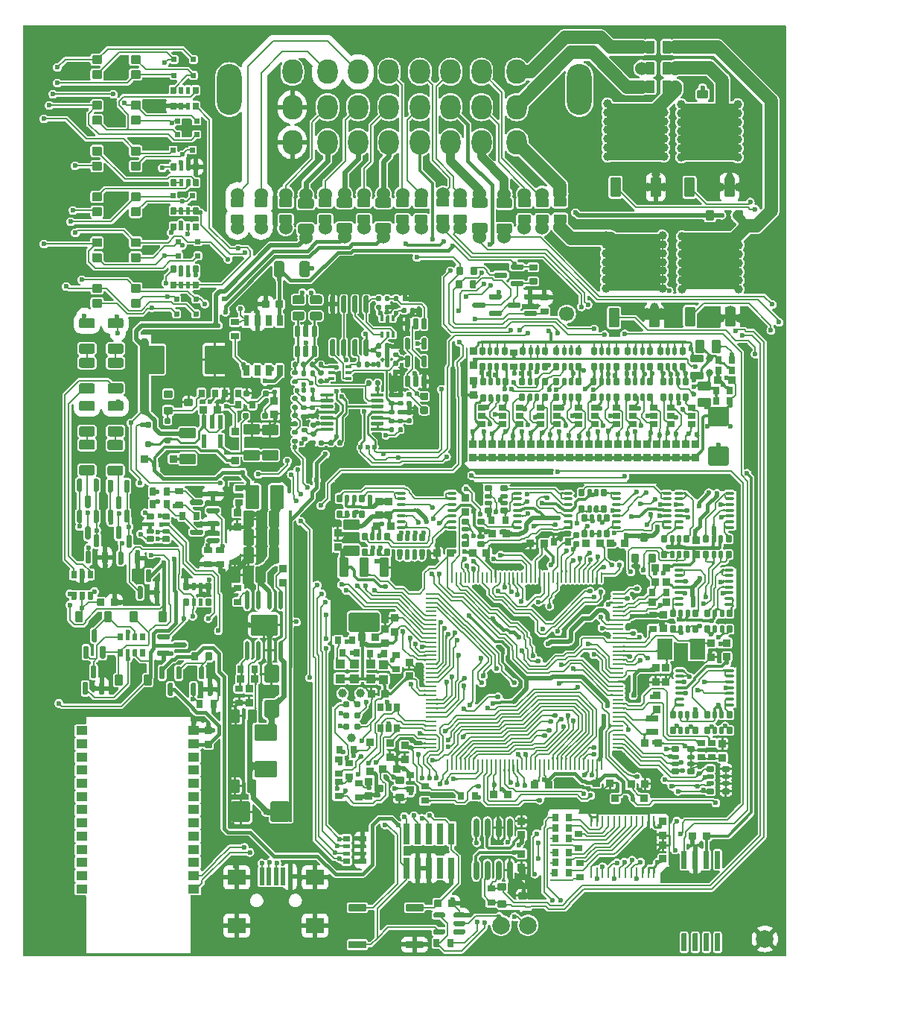
<source format=gtl>
G75*
G70*
%OFA0B0*%
%FSLAX25Y25*%
%IPPOS*%
%LPD*%
%AMOC8*
5,1,8,0,0,1.08239X$1,22.5*
%
%AMM110*
21,1,0.033470,0.026770,-0.000000,0.000000,270.000000*
21,1,0.026770,0.033470,-0.000000,0.000000,270.000000*
1,1,0.006690,-0.013390,-0.013390*
1,1,0.006690,-0.013390,0.013390*
1,1,0.006690,0.013390,0.013390*
1,1,0.006690,0.013390,-0.013390*
%
%AMM132*
21,1,0.070870,0.036220,-0.000000,-0.000000,180.000000*
21,1,0.061810,0.045280,-0.000000,-0.000000,180.000000*
1,1,0.009060,-0.030910,0.018110*
1,1,0.009060,0.030910,0.018110*
1,1,0.009060,0.030910,-0.018110*
1,1,0.009060,-0.030910,-0.018110*
%
%AMM133*
21,1,0.033470,0.026770,-0.000000,-0.000000,0.000000*
21,1,0.026770,0.033470,-0.000000,-0.000000,0.000000*
1,1,0.006690,0.013390,-0.013390*
1,1,0.006690,-0.013390,-0.013390*
1,1,0.006690,-0.013390,0.013390*
1,1,0.006690,0.013390,0.013390*
%
%AMM134*
21,1,0.035430,0.030320,-0.000000,-0.000000,270.000000*
21,1,0.028350,0.037400,-0.000000,-0.000000,270.000000*
1,1,0.007090,-0.015160,-0.014170*
1,1,0.007090,-0.015160,0.014170*
1,1,0.007090,0.015160,0.014170*
1,1,0.007090,0.015160,-0.014170*
%
%AMM135*
21,1,0.047240,0.015750,-0.000000,-0.000000,315.000000*
1,1,0.015750,-0.016700,0.016700*
1,1,0.015750,0.016700,-0.016700*
%
%AMM136*
21,1,0.035830,0.026770,-0.000000,-0.000000,270.000000*
21,1,0.029130,0.033470,-0.000000,-0.000000,270.000000*
1,1,0.006690,-0.013390,-0.014570*
1,1,0.006690,-0.013390,0.014570*
1,1,0.006690,0.013390,0.014570*
1,1,0.006690,0.013390,-0.014570*
%
%AMM137*
21,1,0.021650,0.052760,-0.000000,-0.000000,180.000000*
21,1,0.017320,0.057090,-0.000000,-0.000000,180.000000*
1,1,0.004330,-0.008660,0.026380*
1,1,0.004330,0.008660,0.026380*
1,1,0.004330,0.008660,-0.026380*
1,1,0.004330,-0.008660,-0.026380*
%
%AMM138*
21,1,0.023620,0.018900,-0.000000,-0.000000,90.000000*
21,1,0.018900,0.023620,-0.000000,-0.000000,90.000000*
1,1,0.004720,0.009450,0.009450*
1,1,0.004720,0.009450,-0.009450*
1,1,0.004720,-0.009450,-0.009450*
1,1,0.004720,-0.009450,0.009450*
%
%AMM139*
21,1,0.094490,0.111020,-0.000000,-0.000000,0.000000*
21,1,0.075590,0.129920,-0.000000,-0.000000,0.000000*
1,1,0.018900,0.037800,-0.055510*
1,1,0.018900,-0.037800,-0.055510*
1,1,0.018900,-0.037800,0.055510*
1,1,0.018900,0.037800,0.055510*
%
%AMM140*
21,1,0.023620,0.018900,-0.000000,-0.000000,0.000000*
21,1,0.018900,0.023620,-0.000000,-0.000000,0.000000*
1,1,0.004720,0.009450,-0.009450*
1,1,0.004720,-0.009450,-0.009450*
1,1,0.004720,-0.009450,0.009450*
1,1,0.004720,0.009450,0.009450*
%
%AMM141*
21,1,0.035830,0.026770,-0.000000,-0.000000,180.000000*
21,1,0.029130,0.033470,-0.000000,-0.000000,180.000000*
1,1,0.006690,-0.014570,0.013390*
1,1,0.006690,0.014570,0.013390*
1,1,0.006690,0.014570,-0.013390*
1,1,0.006690,-0.014570,-0.013390*
%
%AMM142*
21,1,0.033470,0.026770,-0.000000,-0.000000,270.000000*
21,1,0.026770,0.033470,-0.000000,-0.000000,270.000000*
1,1,0.006690,-0.013390,-0.013390*
1,1,0.006690,-0.013390,0.013390*
1,1,0.006690,0.013390,0.013390*
1,1,0.006690,0.013390,-0.013390*
%
%AMM143*
21,1,0.027560,0.030710,-0.000000,-0.000000,180.000000*
21,1,0.022050,0.036220,-0.000000,-0.000000,180.000000*
1,1,0.005510,-0.011020,0.015350*
1,1,0.005510,0.011020,0.015350*
1,1,0.005510,0.011020,-0.015350*
1,1,0.005510,-0.011020,-0.015350*
%
%AMM155*
21,1,0.039370,0.049210,-0.000000,0.000000,180.000000*
21,1,0.031500,0.057090,-0.000000,0.000000,180.000000*
1,1,0.007870,-0.015750,0.024610*
1,1,0.007870,0.015750,0.024610*
1,1,0.007870,0.015750,-0.024610*
1,1,0.007870,-0.015750,-0.024610*
%
%AMM156*
21,1,0.106300,0.050390,-0.000000,0.000000,90.000000*
21,1,0.093700,0.062990,-0.000000,0.000000,90.000000*
1,1,0.012600,0.025200,0.046850*
1,1,0.012600,0.025200,-0.046850*
1,1,0.012600,-0.025200,-0.046850*
1,1,0.012600,-0.025200,0.046850*
%
%AMM157*
21,1,0.074800,0.083460,-0.000000,0.000000,270.000000*
21,1,0.059840,0.098430,-0.000000,0.000000,270.000000*
1,1,0.014960,-0.041730,-0.029920*
1,1,0.014960,-0.041730,0.029920*
1,1,0.014960,0.041730,0.029920*
1,1,0.014960,0.041730,-0.029920*
%
%AMM158*
21,1,0.027560,0.030710,-0.000000,0.000000,270.000000*
21,1,0.022050,0.036220,-0.000000,0.000000,270.000000*
1,1,0.005510,-0.015350,-0.011020*
1,1,0.005510,-0.015350,0.011020*
1,1,0.005510,0.015350,0.011020*
1,1,0.005510,0.015350,-0.011020*
%
%AMM159*
21,1,0.033470,0.026770,-0.000000,0.000000,0.000000*
21,1,0.026770,0.033470,-0.000000,0.000000,0.000000*
1,1,0.006690,0.013390,-0.013390*
1,1,0.006690,-0.013390,-0.013390*
1,1,0.006690,-0.013390,0.013390*
1,1,0.006690,0.013390,0.013390*
%
%AMM160*
21,1,0.078740,0.053540,-0.000000,0.000000,270.000000*
21,1,0.065350,0.066930,-0.000000,0.000000,270.000000*
1,1,0.013390,-0.026770,-0.032680*
1,1,0.013390,-0.026770,0.032680*
1,1,0.013390,0.026770,0.032680*
1,1,0.013390,0.026770,-0.032680*
%
%AMM161*
21,1,0.122050,0.075590,-0.000000,0.000000,0.000000*
21,1,0.103150,0.094490,-0.000000,0.000000,0.000000*
1,1,0.018900,0.051580,-0.037800*
1,1,0.018900,-0.051580,-0.037800*
1,1,0.018900,-0.051580,0.037800*
1,1,0.018900,0.051580,0.037800*
%
%AMM162*
21,1,0.086610,0.073230,-0.000000,0.000000,180.000000*
21,1,0.069290,0.090550,-0.000000,0.000000,180.000000*
1,1,0.017320,-0.034650,0.036610*
1,1,0.017320,0.034650,0.036610*
1,1,0.017320,0.034650,-0.036610*
1,1,0.017320,-0.034650,-0.036610*
%
%AMM163*
21,1,0.070870,0.036220,-0.000000,0.000000,270.000000*
21,1,0.061810,0.045280,-0.000000,0.000000,270.000000*
1,1,0.009060,-0.018110,-0.030910*
1,1,0.009060,-0.018110,0.030910*
1,1,0.009060,0.018110,0.030910*
1,1,0.009060,0.018110,-0.030910*
%
%AMM164*
21,1,0.027560,0.030710,-0.000000,0.000000,180.000000*
21,1,0.022050,0.036220,-0.000000,0.000000,180.000000*
1,1,0.005510,-0.011020,0.015350*
1,1,0.005510,0.011020,0.015350*
1,1,0.005510,0.011020,-0.015350*
1,1,0.005510,-0.011020,-0.015350*
%
%AMM175*
21,1,0.033470,0.026770,-0.000000,0.000000,90.000000*
21,1,0.026770,0.033470,-0.000000,0.000000,90.000000*
1,1,0.006690,0.013390,0.013390*
1,1,0.006690,0.013390,-0.013390*
1,1,0.006690,-0.013390,-0.013390*
1,1,0.006690,-0.013390,0.013390*
%
%AMM181*
21,1,0.027560,0.030710,-0.000000,-0.000000,90.000000*
21,1,0.022050,0.036220,-0.000000,-0.000000,90.000000*
1,1,0.005510,0.015350,0.011020*
1,1,0.005510,0.015350,-0.011020*
1,1,0.005510,-0.015350,-0.011020*
1,1,0.005510,-0.015350,0.011020*
%
%AMM185*
21,1,0.033470,0.026770,0.000000,-0.000000,270.000000*
21,1,0.026770,0.033470,0.000000,-0.000000,270.000000*
1,1,0.006690,-0.013390,-0.013390*
1,1,0.006690,-0.013390,0.013390*
1,1,0.006690,0.013390,0.013390*
1,1,0.006690,0.013390,-0.013390*
%
%AMM186*
21,1,0.027560,0.030710,0.000000,-0.000000,270.000000*
21,1,0.022050,0.036220,0.000000,-0.000000,270.000000*
1,1,0.005510,-0.015350,-0.011020*
1,1,0.005510,-0.015350,0.011020*
1,1,0.005510,0.015350,0.011020*
1,1,0.005510,0.015350,-0.011020*
%
%AMM187*
21,1,0.027560,0.030710,0.000000,-0.000000,180.000000*
21,1,0.022050,0.036220,0.000000,-0.000000,180.000000*
1,1,0.005510,-0.011020,0.015350*
1,1,0.005510,0.011020,0.015350*
1,1,0.005510,0.011020,-0.015350*
1,1,0.005510,-0.011020,-0.015350*
%
%AMM188*
21,1,0.015750,0.009840,0.000000,-0.000000,315.000000*
1,1,0.009840,-0.005570,0.005570*
1,1,0.009840,0.005570,-0.005570*
%
%AMM215*
21,1,0.035430,0.050000,-0.000000,-0.000000,90.000000*
21,1,0.028350,0.057090,-0.000000,-0.000000,90.000000*
1,1,0.007090,0.025000,0.014170*
1,1,0.007090,0.025000,-0.014170*
1,1,0.007090,-0.025000,-0.014170*
1,1,0.007090,-0.025000,0.014170*
%
%AMM216*
21,1,0.086610,0.073230,-0.000000,-0.000000,90.000000*
21,1,0.069290,0.090550,-0.000000,-0.000000,90.000000*
1,1,0.017320,0.036610,0.034650*
1,1,0.017320,0.036610,-0.034650*
1,1,0.017320,-0.036610,-0.034650*
1,1,0.017320,-0.036610,0.034650*
%
%AMM217*
21,1,0.027560,0.030710,-0.000000,-0.000000,270.000000*
21,1,0.022050,0.036220,-0.000000,-0.000000,270.000000*
1,1,0.005510,-0.015350,-0.011020*
1,1,0.005510,-0.015350,0.011020*
1,1,0.005510,0.015350,0.011020*
1,1,0.005510,0.015350,-0.011020*
%
%AMM218*
21,1,0.007870,0.503940,-0.000000,-0.000000,0.000000*
21,1,0.000000,0.511810,-0.000000,-0.000000,0.000000*
1,1,0.007870,-0.000000,-0.251970*
1,1,0.007870,-0.000000,-0.251970*
1,1,0.007870,-0.000000,0.251970*
1,1,0.007870,-0.000000,0.251970*
%
%AMM219*
21,1,0.025590,0.026380,-0.000000,-0.000000,180.000000*
21,1,0.020470,0.031500,-0.000000,-0.000000,180.000000*
1,1,0.005120,-0.010240,0.013190*
1,1,0.005120,0.010240,0.013190*
1,1,0.005120,0.010240,-0.013190*
1,1,0.005120,-0.010240,-0.013190*
%
%AMM220*
21,1,0.023620,0.030710,-0.000000,-0.000000,270.000000*
21,1,0.018900,0.035430,-0.000000,-0.000000,270.000000*
1,1,0.004720,-0.015350,-0.009450*
1,1,0.004720,-0.015350,0.009450*
1,1,0.004720,0.015350,0.009450*
1,1,0.004720,0.015350,-0.009450*
%
%AMM221*
21,1,0.033470,0.026770,-0.000000,-0.000000,90.000000*
21,1,0.026770,0.033470,-0.000000,-0.000000,90.000000*
1,1,0.006690,0.013390,0.013390*
1,1,0.006690,0.013390,-0.013390*
1,1,0.006690,-0.013390,-0.013390*
1,1,0.006690,-0.013390,0.013390*
%
%AMM222*
21,1,0.017720,0.027950,-0.000000,-0.000000,180.000000*
21,1,0.014170,0.031500,-0.000000,-0.000000,180.000000*
1,1,0.003540,-0.007090,0.013980*
1,1,0.003540,0.007090,0.013980*
1,1,0.003540,0.007090,-0.013980*
1,1,0.003540,-0.007090,-0.013980*
%
%AMM223*
21,1,0.039370,0.049210,-0.000000,-0.000000,270.000000*
21,1,0.031500,0.057090,-0.000000,-0.000000,270.000000*
1,1,0.007870,-0.024610,-0.015750*
1,1,0.007870,-0.024610,0.015750*
1,1,0.007870,0.024610,0.015750*
1,1,0.007870,0.024610,-0.015750*
%
%AMM224*
21,1,0.039370,0.049210,-0.000000,-0.000000,0.000000*
21,1,0.031500,0.057090,-0.000000,-0.000000,0.000000*
1,1,0.007870,0.015750,-0.024610*
1,1,0.007870,-0.015750,-0.024610*
1,1,0.007870,-0.015750,0.024610*
1,1,0.007870,0.015750,0.024610*
%
%AMM225*
21,1,0.007870,0.041340,-0.000000,-0.000000,180.000000*
21,1,0.000000,0.049210,-0.000000,-0.000000,180.000000*
1,1,0.007870,-0.000000,0.020670*
1,1,0.007870,-0.000000,0.020670*
1,1,0.007870,-0.000000,-0.020670*
1,1,0.007870,-0.000000,-0.020670*
%
%AMM226*
21,1,0.009840,0.919290,-0.000000,-0.000000,90.000000*
21,1,0.000000,0.929130,-0.000000,-0.000000,90.000000*
1,1,0.009840,0.459650,-0.000000*
1,1,0.009840,0.459650,-0.000000*
1,1,0.009840,-0.459650,-0.000000*
1,1,0.009840,-0.459650,-0.000000*
%
%AMM242*
21,1,0.035430,0.030320,-0.000000,0.000000,270.000000*
21,1,0.028350,0.037400,-0.000000,0.000000,270.000000*
1,1,0.007090,-0.015160,-0.014170*
1,1,0.007090,-0.015160,0.014170*
1,1,0.007090,0.015160,0.014170*
1,1,0.007090,0.015160,-0.014170*
%
%AMM280*
21,1,0.007870,0.029130,-0.000000,-0.000000,45.000000*
21,1,0.000000,0.037010,-0.000000,-0.000000,45.000000*
1,1,0.007870,0.010300,-0.010300*
1,1,0.007870,0.010300,-0.010300*
1,1,0.007870,-0.010300,0.010300*
1,1,0.007870,-0.010300,0.010300*
%
%AMM281*
21,1,0.007870,0.014960,-0.000000,-0.000000,315.000000*
21,1,0.000000,0.022840,-0.000000,-0.000000,315.000000*
1,1,0.007870,-0.005290,-0.005290*
1,1,0.007870,-0.005290,-0.005290*
1,1,0.007870,0.005290,0.005290*
1,1,0.007870,0.005290,0.005290*
%
%AMM282*
21,1,0.007870,0.023620,-0.000000,-0.000000,135.000000*
21,1,0.000000,0.031500,-0.000000,-0.000000,135.000000*
1,1,0.007870,0.008350,0.008350*
1,1,0.007870,0.008350,0.008350*
1,1,0.007870,-0.008350,-0.008350*
1,1,0.007870,-0.008350,-0.008350*
%
%AMM283*
21,1,0.035430,0.030320,-0.000000,-0.000000,0.000000*
21,1,0.028350,0.037400,-0.000000,-0.000000,0.000000*
1,1,0.007090,0.014170,-0.015160*
1,1,0.007090,-0.014170,-0.015160*
1,1,0.007090,-0.014170,0.015160*
1,1,0.007090,0.014170,0.015160*
%
%AMM284*
21,1,0.035830,0.026770,-0.000000,-0.000000,90.000000*
21,1,0.029130,0.033470,-0.000000,-0.000000,90.000000*
1,1,0.006690,0.013390,0.014570*
1,1,0.006690,0.013390,-0.014570*
1,1,0.006690,-0.013390,-0.014570*
1,1,0.006690,-0.013390,0.014570*
%
%AMM285*
21,1,0.039370,0.035430,-0.000000,-0.000000,90.000000*
21,1,0.031500,0.043310,-0.000000,-0.000000,90.000000*
1,1,0.007870,0.017720,0.015750*
1,1,0.007870,0.017720,-0.015750*
1,1,0.007870,-0.017720,-0.015750*
1,1,0.007870,-0.017720,0.015750*
%
%AMM286*
21,1,0.035430,0.030320,-0.000000,-0.000000,90.000000*
21,1,0.028350,0.037400,-0.000000,-0.000000,90.000000*
1,1,0.007090,0.015160,0.014170*
1,1,0.007090,0.015160,-0.014170*
1,1,0.007090,-0.015160,-0.014170*
1,1,0.007090,-0.015160,0.014170*
%
%AMM287*
21,1,0.007870,0.055120,-0.000000,-0.000000,90.000000*
21,1,0.000000,0.062990,-0.000000,-0.000000,90.000000*
1,1,0.007870,0.027560,-0.000000*
1,1,0.007870,0.027560,-0.000000*
1,1,0.007870,-0.027560,-0.000000*
1,1,0.007870,-0.027560,-0.000000*
%
%AMM288*
21,1,0.007870,0.013780,-0.000000,-0.000000,225.000000*
21,1,0.000000,0.021650,-0.000000,-0.000000,225.000000*
1,1,0.007870,-0.004870,0.004870*
1,1,0.007870,-0.004870,0.004870*
1,1,0.007870,0.004870,-0.004870*
1,1,0.007870,0.004870,-0.004870*
%
%AMM289*
21,1,0.007870,0.039370,-0.000000,-0.000000,225.000000*
21,1,0.000000,0.047240,-0.000000,-0.000000,225.000000*
1,1,0.007870,-0.013920,0.013920*
1,1,0.007870,-0.013920,0.013920*
1,1,0.007870,0.013920,-0.013920*
1,1,0.007870,0.013920,-0.013920*
%
%AMM290*
21,1,0.007870,1.704720,-0.000000,-0.000000,90.000000*
21,1,0.000000,1.712600,-0.000000,-0.000000,90.000000*
1,1,0.007870,0.852360,-0.000000*
1,1,0.007870,0.852360,-0.000000*
1,1,0.007870,-0.852360,-0.000000*
1,1,0.007870,-0.852360,-0.000000*
%
%AMM291*
21,1,0.043310,0.075990,-0.000000,-0.000000,180.000000*
21,1,0.034650,0.084650,-0.000000,-0.000000,180.000000*
1,1,0.008660,-0.017320,0.037990*
1,1,0.008660,0.017320,0.037990*
1,1,0.008660,0.017320,-0.037990*
1,1,0.008660,-0.017320,-0.037990*
%
%AMM292*
21,1,0.137800,0.067720,-0.000000,-0.000000,180.000000*
21,1,0.120870,0.084650,-0.000000,-0.000000,180.000000*
1,1,0.016930,-0.060430,0.033860*
1,1,0.016930,0.060430,0.033860*
1,1,0.016930,0.060430,-0.033860*
1,1,0.016930,-0.060430,-0.033860*
%
%AMM293*
21,1,0.007870,1.405510,-0.000000,-0.000000,0.000000*
21,1,0.000000,1.413390,-0.000000,-0.000000,0.000000*
1,1,0.007870,-0.000000,-0.702760*
1,1,0.007870,-0.000000,-0.702760*
1,1,0.007870,-0.000000,0.702760*
1,1,0.007870,-0.000000,0.702760*
%
%AMM294*
21,1,0.023620,0.030710,-0.000000,-0.000000,0.000000*
21,1,0.018900,0.035430,-0.000000,-0.000000,0.000000*
1,1,0.004720,0.009450,-0.015350*
1,1,0.004720,-0.009450,-0.015350*
1,1,0.004720,-0.009450,0.015350*
1,1,0.004720,0.009450,0.015350*
%
%AMM295*
21,1,0.027560,0.030710,-0.000000,-0.000000,0.000000*
21,1,0.022050,0.036220,-0.000000,-0.000000,0.000000*
1,1,0.005510,0.011020,-0.015350*
1,1,0.005510,-0.011020,-0.015350*
1,1,0.005510,-0.011020,0.015350*
1,1,0.005510,0.011020,0.015350*
%
%AMM296*
21,1,0.027560,0.018900,-0.000000,-0.000000,0.000000*
21,1,0.022840,0.023620,-0.000000,-0.000000,0.000000*
1,1,0.004720,0.011420,-0.009450*
1,1,0.004720,-0.011420,-0.009450*
1,1,0.004720,-0.011420,0.009450*
1,1,0.004720,0.011420,0.009450*
%
%AMM297*
21,1,0.043310,0.075980,-0.000000,-0.000000,180.000000*
21,1,0.034650,0.084650,-0.000000,-0.000000,180.000000*
1,1,0.008660,-0.017320,0.037990*
1,1,0.008660,0.017320,0.037990*
1,1,0.008660,0.017320,-0.037990*
1,1,0.008660,-0.017320,-0.037990*
%
%AMM298*
21,1,0.035830,0.026770,-0.000000,-0.000000,0.000000*
21,1,0.029130,0.033470,-0.000000,-0.000000,0.000000*
1,1,0.006690,0.014570,-0.013390*
1,1,0.006690,-0.014570,-0.013390*
1,1,0.006690,-0.014570,0.013390*
1,1,0.006690,0.014570,0.013390*
%
%AMM299*
21,1,0.027560,0.049610,-0.000000,-0.000000,90.000000*
21,1,0.022050,0.055120,-0.000000,-0.000000,90.000000*
1,1,0.005510,0.024800,0.011020*
1,1,0.005510,0.024800,-0.011020*
1,1,0.005510,-0.024800,-0.011020*
1,1,0.005510,-0.024800,0.011020*
%
%AMM300*
21,1,0.017720,0.027950,-0.000000,-0.000000,90.000000*
21,1,0.014170,0.031500,-0.000000,-0.000000,90.000000*
1,1,0.003540,0.013980,0.007090*
1,1,0.003540,0.013980,-0.007090*
1,1,0.003540,-0.013980,-0.007090*
1,1,0.003540,-0.013980,0.007090*
%
%AMM301*
21,1,0.025590,0.026380,-0.000000,-0.000000,90.000000*
21,1,0.020470,0.031500,-0.000000,-0.000000,90.000000*
1,1,0.005120,0.013190,0.010240*
1,1,0.005120,0.013190,-0.010240*
1,1,0.005120,-0.013190,-0.010240*
1,1,0.005120,-0.013190,0.010240*
%
%AMM302*
21,1,0.009840,0.017720,-0.000000,-0.000000,0.000000*
21,1,0.000000,0.027560,-0.000000,-0.000000,0.000000*
1,1,0.009840,-0.000000,-0.008860*
1,1,0.009840,-0.000000,-0.008860*
1,1,0.009840,-0.000000,0.008860*
1,1,0.009840,-0.000000,0.008860*
%
%AMM303*
21,1,0.007870,1.416930,-0.000000,-0.000000,0.000000*
21,1,0.000000,1.424800,-0.000000,-0.000000,0.000000*
1,1,0.007870,-0.000000,-0.708470*
1,1,0.007870,-0.000000,-0.708470*
1,1,0.007870,-0.000000,0.708470*
1,1,0.007870,-0.000000,0.708470*
%
%AMM304*
21,1,0.007870,1.787400,-0.000000,-0.000000,90.000000*
21,1,0.000000,1.795280,-0.000000,-0.000000,90.000000*
1,1,0.007870,0.893700,-0.000000*
1,1,0.007870,0.893700,-0.000000*
1,1,0.007870,-0.893700,-0.000000*
1,1,0.007870,-0.893700,-0.000000*
%
%ADD10C,0.01969*%
%ADD105C,0.02362*%
%ADD107R,0.05118X0.03937*%
%ADD11O,0.12205X0.00787*%
%ADD112R,0.01969X0.07874*%
%ADD117C,0.00800*%
%ADD12O,0.05118X0.00866*%
%ADD120C,0.03937*%
%ADD122O,0.01968X0.00984*%
%ADD127O,0.01575X1.39370*%
%ADD135O,0.09055X0.11024*%
%ADD148O,0.00984X0.01968*%
%ADD15C,0.03100*%
%ADD156O,0.00984X0.01969*%
%ADD160C,0.07874*%
%ADD165O,0.00787X0.36221*%
%ADD166C,0.03150*%
%ADD167C,0.05906*%
%ADD17R,0.01378X0.00984*%
%ADD177O,0.28346X0.01575*%
%ADD178R,0.22835X0.25197*%
%ADD180R,0.02559X0.01575*%
%ADD183R,0.06693X0.09449*%
%ADD187O,0.00787X0.43701*%
%ADD189C,0.00984*%
%ADD192C,0.06000*%
%ADD193R,0.25591X0.00984*%
%ADD194O,0.25591X0.00787*%
%ADD195O,0.01575X1.18110*%
%ADD196O,0.00787X0.36220*%
%ADD198O,0.26772X0.00787*%
%ADD201R,0.05906X0.05217*%
%ADD203O,0.03937X0.34429*%
%ADD205O,0.54331X0.00787*%
%ADD21O,0.01575X0.21260*%
%ADD210R,0.07874X0.06693*%
%ADD213O,0.01968X0.03937*%
%ADD220R,0.02559X0.05157*%
%ADD222C,0.01968*%
%ADD226R,0.02913X0.09449*%
%ADD228O,0.03937X0.01968*%
%ADD23C,0.01575*%
%ADD230O,0.03937X0.34428*%
%ADD232O,0.00866X0.05118*%
%ADD236C,0.00787*%
%ADD238O,0.35433X0.01575*%
%ADD240O,0.40157X0.00984*%
%ADD242O,0.01575X0.00787*%
%ADD244C,0.03900*%
%ADD246M110*%
%ADD276M132*%
%ADD277M133*%
%ADD278M134*%
%ADD279M135*%
%ADD28O,0.00984X0.22835*%
%ADD280M136*%
%ADD281M137*%
%ADD282M138*%
%ADD283M139*%
%ADD284M140*%
%ADD285M141*%
%ADD286M142*%
%ADD287M143*%
%ADD29O,0.03937X0.01969*%
%ADD299M155*%
%ADD300M156*%
%ADD301M157*%
%ADD302M158*%
%ADD303O,0.01968X0.08661*%
%ADD304M159*%
%ADD305M160*%
%ADD306M161*%
%ADD307M162*%
%ADD308M163*%
%ADD309M164*%
%ADD310O,0.28347X0.01575*%
%ADD311O,0.11811X0.01968*%
%ADD323O,0.00984X0.04961*%
%ADD324M175*%
%ADD327O,0.40158X0.00984*%
%ADD333M181*%
%ADD337M185*%
%ADD338M186*%
%ADD339M187*%
%ADD340M188*%
%ADD35C,0.06693*%
%ADD36O,0.04331X0.01181*%
%ADD367M215*%
%ADD368M216*%
%ADD369M217*%
%ADD370M218*%
%ADD371M219*%
%ADD372M220*%
%ADD373M221*%
%ADD374M222*%
%ADD375M223*%
%ADD376M224*%
%ADD377M225*%
%ADD378M226*%
%ADD39R,0.02362X0.05157*%
%ADD394M242*%
%ADD436M280*%
%ADD437M281*%
%ADD438M282*%
%ADD439M283*%
%ADD440M284*%
%ADD441M285*%
%ADD442M286*%
%ADD443M287*%
%ADD444M288*%
%ADD445M289*%
%ADD446M290*%
%ADD447M291*%
%ADD448M292*%
%ADD449M293*%
%ADD450M294*%
%ADD451M295*%
%ADD452M296*%
%ADD453M297*%
%ADD454M298*%
%ADD455M299*%
%ADD456M300*%
%ADD457M301*%
%ADD458M302*%
%ADD459M303*%
%ADD460M304*%
%ADD476O,0.02362X0.08661*%
%ADD54C,0.01181*%
%ADD56O,0.00787X0.01968*%
%ADD58O,0.01969X0.03937*%
%ADD60R,0.00984X0.71654*%
%ADD67O,0.22323X0.00787*%
%ADD69O,0.11024X0.22835*%
%ADD72O,0.01575X0.19685*%
%ADD74O,0.01575X0.38583*%
%ADD76R,0.01575X0.02559*%
%ADD78R,0.53740X0.00984*%
%ADD81O,0.00787X0.01969*%
%ADD82R,0.01968X0.01968*%
%ADD86O,0.01969X0.00984*%
%ADD90R,0.25394X0.00984*%
%ADD94O,0.11811X0.01969*%
%ADD97R,0.04921X0.00984*%
X0000000Y0000000D02*
%LPD*%
G01*
G36*
G01*
X0288419Y0064960D02*
X0288419Y0064960D01*
G75*
G02*
X0289115Y0064960I0000348J-000348D01*
G01*
X0290228Y0063847D01*
G75*
G02*
X0290228Y0063151I-000348J-000348D01*
G01*
X0290228Y0063151D01*
G75*
G02*
X0289532Y0063151I-000348J0000348D01*
G01*
X0288419Y0064264D01*
G75*
G02*
X0288419Y0064960I0000348J0000348D01*
G01*
G37*
D240*
X0269245Y0064646D03*
D28*
X0289914Y0052392D03*
D242*
X0237258Y0034627D03*
X0237258Y0037619D03*
X0237258Y0042245D03*
X0237258Y0046871D03*
X0237258Y0050177D03*
X0237258Y0053130D03*
X0237258Y0057756D03*
X0237258Y0062382D03*
D105*
X0277020Y0042540D03*
X0275347Y0035315D03*
X0273182Y0043386D03*
X0269737Y0042540D03*
X0266390Y0042245D03*
X0265111Y0035315D03*
X0259993Y0040473D03*
X0257434Y0035315D03*
X0285682Y0058642D03*
X0284501Y0042599D03*
G36*
G01*
X0198667Y0328156D02*
X0193746Y0328156D01*
G75*
G02*
X0193352Y0328550I0000000J0000394D01*
G01*
X0193352Y0331699D01*
G75*
G02*
X0193746Y0332093I0000394J0000000D01*
G01*
X0198667Y0332093D01*
G75*
G02*
X0199061Y0331699I0000000J-000394D01*
G01*
X0199061Y0328550D01*
G75*
G02*
X0198667Y0328156I-000394J0000000D01*
G01*
G37*
D192*
X0196206Y0326364D03*
X0196206Y0341364D03*
G36*
G01*
X0198667Y0335636D02*
X0193746Y0335636D01*
G75*
G02*
X0193352Y0336030I0000000J0000394D01*
G01*
X0193352Y0339180D01*
G75*
G02*
X0193746Y0339573I0000394J0000000D01*
G01*
X0198667Y0339573D01*
G75*
G02*
X0199061Y0339180I0000000J-000394D01*
G01*
X0199061Y0336030D01*
G75*
G02*
X0198667Y0335636I-000394J0000000D01*
G01*
G37*
G36*
G01*
X0068937Y0210039D02*
X0072008Y0210039D01*
G75*
G02*
X0072283Y0209764I0000000J-000276D01*
G01*
X0072283Y0207559D01*
G75*
G02*
X0072008Y0207283I-000276J0000000D01*
G01*
X0068937Y0207283D01*
G75*
G02*
X0068661Y0207559I0000000J0000276D01*
G01*
X0068661Y0209764D01*
G75*
G02*
X0068937Y0210039I0000276J0000000D01*
G01*
G37*
G36*
G01*
X0068937Y0203740D02*
X0072008Y0203740D01*
G75*
G02*
X0072283Y0203465I0000000J-000276D01*
G01*
X0072283Y0201260D01*
G75*
G02*
X0072008Y0200984I-000276J0000000D01*
G01*
X0068937Y0200984D01*
G75*
G02*
X0068661Y0201260I0000000J0000276D01*
G01*
X0068661Y0203465D01*
G75*
G02*
X0068937Y0203740I0000276J0000000D01*
G01*
G37*
G36*
G01*
X0066535Y0299469D02*
X0066535Y0302106D01*
G75*
G02*
X0066791Y0302362I0000256J0000000D01*
G01*
X0068839Y0302362D01*
G75*
G02*
X0069094Y0302106I0000000J-000256D01*
G01*
X0069094Y0299469D01*
G75*
G02*
X0068839Y0299213I-000256J0000000D01*
G01*
X0066791Y0299213D01*
G75*
G02*
X0066535Y0299469I0000000J0000256D01*
G01*
G37*
G36*
G01*
X0070374Y0299390D02*
X0070374Y0302185D01*
G75*
G02*
X0070551Y0302362I0000177J0000000D01*
G01*
X0071969Y0302362D01*
G75*
G02*
X0072146Y0302185I0000000J-000177D01*
G01*
X0072146Y0299390D01*
G75*
G02*
X0071969Y0299213I-000177J0000000D01*
G01*
X0070551Y0299213D01*
G75*
G02*
X0070374Y0299390I0000000J0000177D01*
G01*
G37*
G36*
G01*
X0073524Y0299390D02*
X0073524Y0302185D01*
G75*
G02*
X0073701Y0302362I0000177J0000000D01*
G01*
X0075118Y0302362D01*
G75*
G02*
X0075295Y0302185I0000000J-000177D01*
G01*
X0075295Y0299390D01*
G75*
G02*
X0075118Y0299213I-000177J0000000D01*
G01*
X0073701Y0299213D01*
G75*
G02*
X0073524Y0299390I0000000J0000177D01*
G01*
G37*
G36*
G01*
X0076575Y0299469D02*
X0076575Y0302106D01*
G75*
G02*
X0076831Y0302362I0000256J0000000D01*
G01*
X0078878Y0302362D01*
G75*
G02*
X0079134Y0302106I0000000J-000256D01*
G01*
X0079134Y0299469D01*
G75*
G02*
X0078878Y0299213I-000256J0000000D01*
G01*
X0076831Y0299213D01*
G75*
G02*
X0076575Y0299469I0000000J0000256D01*
G01*
G37*
G36*
G01*
X0076575Y0306555D02*
X0076575Y0309193D01*
G75*
G02*
X0076831Y0309449I0000256J0000000D01*
G01*
X0078878Y0309449D01*
G75*
G02*
X0079134Y0309193I0000000J-000256D01*
G01*
X0079134Y0306555D01*
G75*
G02*
X0078878Y0306299I-000256J0000000D01*
G01*
X0076831Y0306299D01*
G75*
G02*
X0076575Y0306555I0000000J0000256D01*
G01*
G37*
G36*
G01*
X0073524Y0306476D02*
X0073524Y0309272D01*
G75*
G02*
X0073701Y0309449I0000177J0000000D01*
G01*
X0075118Y0309449D01*
G75*
G02*
X0075295Y0309272I0000000J-000177D01*
G01*
X0075295Y0306476D01*
G75*
G02*
X0075118Y0306299I-000177J0000000D01*
G01*
X0073701Y0306299D01*
G75*
G02*
X0073524Y0306476I0000000J0000177D01*
G01*
G37*
G36*
G01*
X0070374Y0306476D02*
X0070374Y0309272D01*
G75*
G02*
X0070551Y0309449I0000177J0000000D01*
G01*
X0071969Y0309449D01*
G75*
G02*
X0072146Y0309272I0000000J-000177D01*
G01*
X0072146Y0306476D01*
G75*
G02*
X0071969Y0306299I-000177J0000000D01*
G01*
X0070551Y0306299D01*
G75*
G02*
X0070374Y0306476I0000000J0000177D01*
G01*
G37*
G36*
G01*
X0066535Y0306555D02*
X0066535Y0309193D01*
G75*
G02*
X0066791Y0309449I0000256J0000000D01*
G01*
X0068839Y0309449D01*
G75*
G02*
X0069094Y0309193I0000000J-000256D01*
G01*
X0069094Y0306555D01*
G75*
G02*
X0068839Y0306299I-000256J0000000D01*
G01*
X0066791Y0306299D01*
G75*
G02*
X0066535Y0306555I0000000J0000256D01*
G01*
G37*
G36*
G01*
X0079228Y0354909D02*
X0079228Y0352272D01*
G75*
G02*
X0078972Y0352016I-000256J0000000D01*
G01*
X0076925Y0352016D01*
G75*
G02*
X0076669Y0352272I0000000J0000256D01*
G01*
X0076669Y0354909D01*
G75*
G02*
X0076925Y0355165I0000256J0000000D01*
G01*
X0078972Y0355165D01*
G75*
G02*
X0079228Y0354909I0000000J-000256D01*
G01*
G37*
G36*
G01*
X0075390Y0354988D02*
X0075390Y0352193D01*
G75*
G02*
X0075213Y0352016I-000177J0000000D01*
G01*
X0073795Y0352016D01*
G75*
G02*
X0073618Y0352193I0000000J0000177D01*
G01*
X0073618Y0354988D01*
G75*
G02*
X0073795Y0355165I0000177J0000000D01*
G01*
X0075213Y0355165D01*
G75*
G02*
X0075390Y0354988I0000000J-000177D01*
G01*
G37*
G36*
G01*
X0072240Y0354988D02*
X0072240Y0352193D01*
G75*
G02*
X0072063Y0352016I-000177J0000000D01*
G01*
X0070646Y0352016D01*
G75*
G02*
X0070469Y0352193I0000000J0000177D01*
G01*
X0070469Y0354988D01*
G75*
G02*
X0070646Y0355165I0000177J0000000D01*
G01*
X0072063Y0355165D01*
G75*
G02*
X0072240Y0354988I0000000J-000177D01*
G01*
G37*
G36*
G01*
X0069189Y0354909D02*
X0069189Y0352272D01*
G75*
G02*
X0068933Y0352016I-000256J0000000D01*
G01*
X0066886Y0352016D01*
G75*
G02*
X0066630Y0352272I0000000J0000256D01*
G01*
X0066630Y0354909D01*
G75*
G02*
X0066886Y0355165I0000256J0000000D01*
G01*
X0068933Y0355165D01*
G75*
G02*
X0069189Y0354909I0000000J-000256D01*
G01*
G37*
G36*
G01*
X0069189Y0347823D02*
X0069189Y0345185D01*
G75*
G02*
X0068933Y0344929I-000256J0000000D01*
G01*
X0066886Y0344929D01*
G75*
G02*
X0066630Y0345185I0000000J0000256D01*
G01*
X0066630Y0347823D01*
G75*
G02*
X0066886Y0348079I0000256J0000000D01*
G01*
X0068933Y0348079D01*
G75*
G02*
X0069189Y0347823I0000000J-000256D01*
G01*
G37*
G36*
G01*
X0072240Y0347902D02*
X0072240Y0345106D01*
G75*
G02*
X0072063Y0344929I-000177J0000000D01*
G01*
X0070646Y0344929D01*
G75*
G02*
X0070469Y0345106I0000000J0000177D01*
G01*
X0070469Y0347902D01*
G75*
G02*
X0070646Y0348079I0000177J0000000D01*
G01*
X0072063Y0348079D01*
G75*
G02*
X0072240Y0347902I0000000J-000177D01*
G01*
G37*
G36*
G01*
X0075390Y0347902D02*
X0075390Y0345106D01*
G75*
G02*
X0075213Y0344929I-000177J0000000D01*
G01*
X0073795Y0344929D01*
G75*
G02*
X0073618Y0345106I0000000J0000177D01*
G01*
X0073618Y0347902D01*
G75*
G02*
X0073795Y0348079I0000177J0000000D01*
G01*
X0075213Y0348079D01*
G75*
G02*
X0075390Y0347902I0000000J-000177D01*
G01*
G37*
G36*
G01*
X0079228Y0347823D02*
X0079228Y0345185D01*
G75*
G02*
X0078972Y0344929I-000256J0000000D01*
G01*
X0076925Y0344929D01*
G75*
G02*
X0076669Y0345185I0000000J0000256D01*
G01*
X0076669Y0347823D01*
G75*
G02*
X0076925Y0348079I0000256J0000000D01*
G01*
X0078972Y0348079D01*
G75*
G02*
X0079228Y0347823I0000000J-000256D01*
G01*
G37*
G36*
G01*
X0082126Y0103209D02*
X0084803Y0103209D01*
G75*
G02*
X0085138Y0102874I0000000J-000335D01*
G01*
X0085138Y0100197D01*
G75*
G02*
X0084803Y0099862I-000335J0000000D01*
G01*
X0082126Y0099862D01*
G75*
G02*
X0081791Y0100197I0000000J0000335D01*
G01*
X0081791Y0102874D01*
G75*
G02*
X0082126Y0103209I0000335J0000000D01*
G01*
G37*
G36*
G01*
X0082126Y0096988D02*
X0084803Y0096988D01*
G75*
G02*
X0085138Y0096654I0000000J-000335D01*
G01*
X0085138Y0093976D01*
G75*
G02*
X0084803Y0093642I-000335J0000000D01*
G01*
X0082126Y0093642D01*
G75*
G02*
X0081791Y0093976I0000000J0000335D01*
G01*
X0081791Y0096654D01*
G75*
G02*
X0082126Y0096988I0000335J0000000D01*
G01*
G37*
X0188514Y0326449D03*
G36*
G01*
X0190975Y0328240D02*
X0186053Y0328240D01*
G75*
G02*
X0185660Y0328634I0000000J0000394D01*
G01*
X0185660Y0331784D01*
G75*
G02*
X0186053Y0332177I0000394J0000000D01*
G01*
X0190975Y0332177D01*
G75*
G02*
X0191368Y0331784I0000000J-000394D01*
G01*
X0191368Y0328634D01*
G75*
G02*
X0190975Y0328240I-000394J0000000D01*
G01*
G37*
G36*
G01*
X0190975Y0335721D02*
X0186053Y0335721D01*
G75*
G02*
X0185660Y0336114I0000000J0000394D01*
G01*
X0185660Y0339264D01*
G75*
G02*
X0186053Y0339658I0000394J0000000D01*
G01*
X0190975Y0339658D01*
G75*
G02*
X0191368Y0339264I0000000J-000394D01*
G01*
X0191368Y0336114D01*
G75*
G02*
X0190975Y0335721I-000394J0000000D01*
G01*
G37*
X0188514Y0341449D03*
G36*
G01*
X0032677Y0236594D02*
X0032677Y0233878D01*
G75*
G02*
X0031772Y0232972I-000906J0000000D01*
G01*
X0026496Y0232972D01*
G75*
G02*
X0025591Y0233878I0000000J0000906D01*
G01*
X0025591Y0236594D01*
G75*
G02*
X0026496Y0237500I0000906J0000000D01*
G01*
X0031772Y0237500D01*
G75*
G02*
X0032677Y0236594I0000000J-000906D01*
G01*
G37*
G36*
G01*
X0032677Y0248012D02*
X0032677Y0245295D01*
G75*
G02*
X0031772Y0244390I-000906J0000000D01*
G01*
X0026496Y0244390D01*
G75*
G02*
X0025591Y0245295I0000000J0000906D01*
G01*
X0025591Y0248012D01*
G75*
G02*
X0026496Y0248917I0000906J0000000D01*
G01*
X0031772Y0248917D01*
G75*
G02*
X0032677Y0248012I0000000J-000906D01*
G01*
G37*
D160*
X0214567Y0014370D03*
D192*
X0144488Y0341535D03*
G36*
G01*
X0140945Y0336240D02*
X0140945Y0338957D01*
G75*
G02*
X0141850Y0339862I0000906J0000000D01*
G01*
X0147126Y0339862D01*
G75*
G02*
X0148031Y0338957I0000000J-000906D01*
G01*
X0148031Y0336240D01*
G75*
G02*
X0147126Y0335335I-000906J0000000D01*
G01*
X0141850Y0335335D01*
G75*
G02*
X0140945Y0336240I0000000J0000906D01*
G01*
G37*
X0144488Y0322244D03*
G36*
G01*
X0140945Y0324823D02*
X0140945Y0327539D01*
G75*
G02*
X0141850Y0328445I0000906J0000000D01*
G01*
X0147126Y0328445D01*
G75*
G02*
X0148031Y0327539I0000000J-000906D01*
G01*
X0148031Y0324823D01*
G75*
G02*
X0147126Y0323917I-000906J0000000D01*
G01*
X0141850Y0323917D01*
G75*
G02*
X0140945Y0324823I0000000J0000906D01*
G01*
G37*
G36*
G01*
X0224705Y0301969D02*
X0224705Y0300787D01*
G75*
G02*
X0224114Y0300197I-000591J0000000D01*
G01*
X0219488Y0300197D01*
G75*
G02*
X0218898Y0300787I0000000J0000591D01*
G01*
X0218898Y0301969D01*
G75*
G02*
X0219488Y0302559I0000591J0000000D01*
G01*
X0224114Y0302559D01*
G75*
G02*
X0224705Y0301969I0000000J-000591D01*
G01*
G37*
G36*
G01*
X0217323Y0305709D02*
X0217323Y0304528D01*
G75*
G02*
X0216732Y0303937I-000591J0000000D01*
G01*
X0212106Y0303937D01*
G75*
G02*
X0211516Y0304528I0000000J0000591D01*
G01*
X0211516Y0305709D01*
G75*
G02*
X0212106Y0306299I0000591J0000000D01*
G01*
X0216732Y0306299D01*
G75*
G02*
X0217323Y0305709I0000000J-000591D01*
G01*
G37*
G36*
G01*
X0224705Y0309449D02*
X0224705Y0308268D01*
G75*
G02*
X0224114Y0307677I-000591J0000000D01*
G01*
X0219488Y0307677D01*
G75*
G02*
X0218898Y0308268I0000000J0000591D01*
G01*
X0218898Y0309449D01*
G75*
G02*
X0219488Y0310039I0000591J0000000D01*
G01*
X0224114Y0310039D01*
G75*
G02*
X0224705Y0309449I0000000J-000591D01*
G01*
G37*
G36*
G01*
X0198720Y0221987D02*
X0198720Y0272381D01*
G75*
G02*
X0199114Y0272774I0000394J0000000D01*
G01*
X0199114Y0272774D01*
G75*
G02*
X0199508Y0272381I0000000J-000394D01*
G01*
X0199508Y0221987D01*
G75*
G02*
X0199114Y0221593I-000394J0000000D01*
G01*
X0199114Y0221593D01*
G75*
G02*
X0198720Y0221987I0000000J0000394D01*
G01*
G37*
G36*
G01*
X0205728Y0268227D02*
X0297657Y0268227D01*
G75*
G02*
X0298150Y0267735I0000000J-000492D01*
G01*
X0298150Y0267735D01*
G75*
G02*
X0297657Y0267243I-000492J0000000D01*
G01*
X0205728Y0267243D01*
G75*
G02*
X0205236Y0267735I0000000J0000492D01*
G01*
X0205236Y0267735D01*
G75*
G02*
X0205728Y0268227I0000492J0000000D01*
G01*
G37*
G36*
G01*
X0297559Y0274821D02*
X0205630Y0274821D01*
G75*
G02*
X0205138Y0275314I0000000J0000492D01*
G01*
X0205138Y0275314D01*
G75*
G02*
X0205630Y0275806I0000492J0000000D01*
G01*
X0297559Y0275806D01*
G75*
G02*
X0298051Y0275314I0000000J-000492D01*
G01*
X0298051Y0275314D01*
G75*
G02*
X0297559Y0274821I-000492J0000000D01*
G01*
G37*
G36*
G01*
X0296181Y0273640D02*
X0296181Y0269507D01*
G75*
G02*
X0295787Y0269113I-000394J0000000D01*
G01*
X0295787Y0269113D01*
G75*
G02*
X0295394Y0269507I0000000J0000394D01*
G01*
X0295394Y0273640D01*
G75*
G02*
X0295787Y0274034I0000394J0000000D01*
G01*
X0295787Y0274034D01*
G75*
G02*
X0296181Y0273640I0000000J-000394D01*
G01*
G37*
G36*
G01*
X0292736Y0273640D02*
X0292736Y0269507D01*
G75*
G02*
X0292342Y0269113I-000394J0000000D01*
G01*
X0292342Y0269113D01*
G75*
G02*
X0291949Y0269507I0000000J0000394D01*
G01*
X0291949Y0273640D01*
G75*
G02*
X0292342Y0274034I0000394J0000000D01*
G01*
X0292342Y0274034D01*
G75*
G02*
X0292736Y0273640I0000000J-000394D01*
G01*
G37*
G36*
G01*
X0289586Y0273640D02*
X0289586Y0269507D01*
G75*
G02*
X0289193Y0269113I-000394J0000000D01*
G01*
X0289193Y0269113D01*
G75*
G02*
X0288799Y0269507I0000000J0000394D01*
G01*
X0288799Y0273640D01*
G75*
G02*
X0289193Y0274034I0000394J0000000D01*
G01*
X0289193Y0274034D01*
G75*
G02*
X0289586Y0273640I0000000J-000394D01*
G01*
G37*
G36*
G01*
X0286142Y0273640D02*
X0286142Y0269507D01*
G75*
G02*
X0285748Y0269113I-000394J0000000D01*
G01*
X0285748Y0269113D01*
G75*
G02*
X0285354Y0269507I0000000J0000394D01*
G01*
X0285354Y0273640D01*
G75*
G02*
X0285748Y0274034I0000394J0000000D01*
G01*
X0285748Y0274034D01*
G75*
G02*
X0286142Y0273640I0000000J-000394D01*
G01*
G37*
G36*
G01*
X0281713Y0273640D02*
X0281713Y0269507D01*
G75*
G02*
X0281319Y0269113I-000394J0000000D01*
G01*
X0281319Y0269113D01*
G75*
G02*
X0280925Y0269507I0000000J0000394D01*
G01*
X0280925Y0273640D01*
G75*
G02*
X0281319Y0274034I0000394J0000000D01*
G01*
X0281319Y0274034D01*
G75*
G02*
X0281713Y0273640I0000000J-000394D01*
G01*
G37*
G36*
G01*
X0278268Y0273640D02*
X0278268Y0269507D01*
G75*
G02*
X0277874Y0269113I-000394J0000000D01*
G01*
X0277874Y0269113D01*
G75*
G02*
X0277480Y0269507I0000000J0000394D01*
G01*
X0277480Y0273640D01*
G75*
G02*
X0277874Y0274034I0000394J0000000D01*
G01*
X0277874Y0274034D01*
G75*
G02*
X0278268Y0273640I0000000J-000394D01*
G01*
G37*
G36*
G01*
X0275118Y0273640D02*
X0275118Y0269507D01*
G75*
G02*
X0274724Y0269113I-000394J0000000D01*
G01*
X0274724Y0269113D01*
G75*
G02*
X0274331Y0269507I0000000J0000394D01*
G01*
X0274331Y0273640D01*
G75*
G02*
X0274724Y0274034I0000394J0000000D01*
G01*
X0274724Y0274034D01*
G75*
G02*
X0275118Y0273640I0000000J-000394D01*
G01*
G37*
G36*
G01*
X0271673Y0273640D02*
X0271673Y0269507D01*
G75*
G02*
X0271280Y0269113I-000394J0000000D01*
G01*
X0271280Y0269113D01*
G75*
G02*
X0270886Y0269507I0000000J0000394D01*
G01*
X0270886Y0273640D01*
G75*
G02*
X0271280Y0274034I0000394J0000000D01*
G01*
X0271280Y0274034D01*
G75*
G02*
X0271673Y0273640I0000000J-000394D01*
G01*
G37*
G36*
G01*
X0266654Y0273640D02*
X0266654Y0269507D01*
G75*
G02*
X0266260Y0269113I-000394J0000000D01*
G01*
X0266260Y0269113D01*
G75*
G02*
X0265866Y0269507I0000000J0000394D01*
G01*
X0265866Y0273640D01*
G75*
G02*
X0266260Y0274034I0000394J0000000D01*
G01*
X0266260Y0274034D01*
G75*
G02*
X0266654Y0273640I0000000J-000394D01*
G01*
G37*
G36*
G01*
X0263209Y0273640D02*
X0263209Y0269507D01*
G75*
G02*
X0262815Y0269113I-000394J0000000D01*
G01*
X0262815Y0269113D01*
G75*
G02*
X0262421Y0269507I0000000J0000394D01*
G01*
X0262421Y0273640D01*
G75*
G02*
X0262815Y0274034I0000394J0000000D01*
G01*
X0262815Y0274034D01*
G75*
G02*
X0263209Y0273640I0000000J-000394D01*
G01*
G37*
G36*
G01*
X0260059Y0273640D02*
X0260059Y0269507D01*
G75*
G02*
X0259665Y0269113I-000394J0000000D01*
G01*
X0259665Y0269113D01*
G75*
G02*
X0259272Y0269507I0000000J0000394D01*
G01*
X0259272Y0273640D01*
G75*
G02*
X0259665Y0274034I0000394J0000000D01*
G01*
X0259665Y0274034D01*
G75*
G02*
X0260059Y0273640I0000000J-000394D01*
G01*
G37*
G36*
G01*
X0256614Y0273640D02*
X0256614Y0269507D01*
G75*
G02*
X0256220Y0269113I-000394J0000000D01*
G01*
X0256220Y0269113D01*
G75*
G02*
X0255827Y0269507I0000000J0000394D01*
G01*
X0255827Y0273640D01*
G75*
G02*
X0256220Y0274034I0000394J0000000D01*
G01*
X0256220Y0274034D01*
G75*
G02*
X0256614Y0273640I0000000J-000394D01*
G01*
G37*
G36*
G01*
X0249823Y0273640D02*
X0249823Y0269507D01*
G75*
G02*
X0249429Y0269113I-000394J0000000D01*
G01*
X0249429Y0269113D01*
G75*
G02*
X0249035Y0269507I0000000J0000394D01*
G01*
X0249035Y0273640D01*
G75*
G02*
X0249429Y0274034I0000394J0000000D01*
G01*
X0249429Y0274034D01*
G75*
G02*
X0249823Y0273640I0000000J-000394D01*
G01*
G37*
G36*
G01*
X0246378Y0273640D02*
X0246378Y0269507D01*
G75*
G02*
X0245984Y0269113I-000394J0000000D01*
G01*
X0245984Y0269113D01*
G75*
G02*
X0245591Y0269507I0000000J0000394D01*
G01*
X0245591Y0273640D01*
G75*
G02*
X0245984Y0274034I0000394J0000000D01*
G01*
X0245984Y0274034D01*
G75*
G02*
X0246378Y0273640I0000000J-000394D01*
G01*
G37*
G36*
G01*
X0243228Y0273640D02*
X0243228Y0269507D01*
G75*
G02*
X0242835Y0269113I-000394J0000000D01*
G01*
X0242835Y0269113D01*
G75*
G02*
X0242441Y0269507I0000000J0000394D01*
G01*
X0242441Y0273640D01*
G75*
G02*
X0242835Y0274034I0000394J0000000D01*
G01*
X0242835Y0274034D01*
G75*
G02*
X0243228Y0273640I0000000J-000394D01*
G01*
G37*
G36*
G01*
X0239783Y0273640D02*
X0239783Y0269507D01*
G75*
G02*
X0239390Y0269113I-000394J0000000D01*
G01*
X0239390Y0269113D01*
G75*
G02*
X0238996Y0269507I0000000J0000394D01*
G01*
X0238996Y0273640D01*
G75*
G02*
X0239390Y0274034I0000394J0000000D01*
G01*
X0239390Y0274034D01*
G75*
G02*
X0239783Y0273640I0000000J-000394D01*
G01*
G37*
G36*
G01*
X0234862Y0273640D02*
X0234862Y0269507D01*
G75*
G02*
X0234469Y0269113I-000394J0000000D01*
G01*
X0234469Y0269113D01*
G75*
G02*
X0234075Y0269507I0000000J0000394D01*
G01*
X0234075Y0273640D01*
G75*
G02*
X0234469Y0274034I0000394J0000000D01*
G01*
X0234469Y0274034D01*
G75*
G02*
X0234862Y0273640I0000000J-000394D01*
G01*
G37*
G36*
G01*
X0231417Y0273640D02*
X0231417Y0269507D01*
G75*
G02*
X0231024Y0269113I-000394J0000000D01*
G01*
X0231024Y0269113D01*
G75*
G02*
X0230630Y0269507I0000000J0000394D01*
G01*
X0230630Y0273640D01*
G75*
G02*
X0231024Y0274034I0000394J0000000D01*
G01*
X0231024Y0274034D01*
G75*
G02*
X0231417Y0273640I0000000J-000394D01*
G01*
G37*
G36*
G01*
X0228268Y0273640D02*
X0228268Y0269507D01*
G75*
G02*
X0227874Y0269113I-000394J0000000D01*
G01*
X0227874Y0269113D01*
G75*
G02*
X0227480Y0269507I0000000J0000394D01*
G01*
X0227480Y0273640D01*
G75*
G02*
X0227874Y0274034I0000394J0000000D01*
G01*
X0227874Y0274034D01*
G75*
G02*
X0228268Y0273640I0000000J-000394D01*
G01*
G37*
G36*
G01*
X0224823Y0273640D02*
X0224823Y0269507D01*
G75*
G02*
X0224429Y0269113I-000394J0000000D01*
G01*
X0224429Y0269113D01*
G75*
G02*
X0224035Y0269507I0000000J0000394D01*
G01*
X0224035Y0273640D01*
G75*
G02*
X0224429Y0274034I0000394J0000000D01*
G01*
X0224429Y0274034D01*
G75*
G02*
X0224823Y0273640I0000000J-000394D01*
G01*
G37*
G36*
G01*
X0216634Y0273640D02*
X0216634Y0269507D01*
G75*
G02*
X0216240Y0269113I-000394J0000000D01*
G01*
X0216240Y0269113D01*
G75*
G02*
X0215846Y0269507I0000000J0000394D01*
G01*
X0215846Y0273640D01*
G75*
G02*
X0216240Y0274034I0000394J0000000D01*
G01*
X0216240Y0274034D01*
G75*
G02*
X0216634Y0273640I0000000J-000394D01*
G01*
G37*
G36*
G01*
X0213189Y0273640D02*
X0213189Y0269507D01*
G75*
G02*
X0212795Y0269113I-000394J0000000D01*
G01*
X0212795Y0269113D01*
G75*
G02*
X0212402Y0269507I0000000J0000394D01*
G01*
X0212402Y0273640D01*
G75*
G02*
X0212795Y0274034I0000394J0000000D01*
G01*
X0212795Y0274034D01*
G75*
G02*
X0213189Y0273640I0000000J-000394D01*
G01*
G37*
G36*
G01*
X0210039Y0273640D02*
X0210039Y0269507D01*
G75*
G02*
X0209646Y0269113I-000394J0000000D01*
G01*
X0209646Y0269113D01*
G75*
G02*
X0209252Y0269507I0000000J0000394D01*
G01*
X0209252Y0273640D01*
G75*
G02*
X0209646Y0274034I0000394J0000000D01*
G01*
X0209646Y0274034D01*
G75*
G02*
X0210039Y0273640I0000000J-000394D01*
G01*
G37*
G36*
G01*
X0206594Y0273640D02*
X0206594Y0269507D01*
G75*
G02*
X0206201Y0269113I-000394J0000000D01*
G01*
X0206201Y0269113D01*
G75*
G02*
X0205807Y0269507I0000000J0000394D01*
G01*
X0205807Y0273640D01*
G75*
G02*
X0206201Y0274034I0000394J0000000D01*
G01*
X0206201Y0274034D01*
G75*
G02*
X0206594Y0273640I0000000J-000394D01*
G01*
G37*
G36*
G01*
X0069140Y0314961D02*
X0071030Y0314961D01*
G75*
G02*
X0071266Y0314724I0000000J-000236D01*
G01*
X0071266Y0312835D01*
G75*
G02*
X0071030Y0312598I-000236J0000000D01*
G01*
X0069140Y0312598D01*
G75*
G02*
X0068904Y0312835I0000000J0000236D01*
G01*
X0068904Y0314724D01*
G75*
G02*
X0069140Y0314961I0000236J0000000D01*
G01*
G37*
G36*
G01*
X0077801Y0314961D02*
X0079691Y0314961D01*
G75*
G02*
X0079927Y0314724I0000000J-000236D01*
G01*
X0079927Y0312835D01*
G75*
G02*
X0079691Y0312598I-000236J0000000D01*
G01*
X0077801Y0312598D01*
G75*
G02*
X0077565Y0312835I0000000J0000236D01*
G01*
X0077565Y0314724D01*
G75*
G02*
X0077801Y0314961I0000236J0000000D01*
G01*
G37*
G36*
G01*
X0052756Y0331496D02*
X0049213Y0331496D01*
G75*
G02*
X0048819Y0331890I0000000J0000394D01*
G01*
X0048819Y0335039D01*
G75*
G02*
X0049213Y0335433I0000394J0000000D01*
G01*
X0052756Y0335433D01*
G75*
G02*
X0053150Y0335039I0000000J-000394D01*
G01*
X0053150Y0331890D01*
G75*
G02*
X0052756Y0331496I-000394J0000000D01*
G01*
G37*
G36*
G01*
X0052756Y0338189D02*
X0049213Y0338189D01*
G75*
G02*
X0048819Y0338583I0000000J0000394D01*
G01*
X0048819Y0341732D01*
G75*
G02*
X0049213Y0342126I0000394J0000000D01*
G01*
X0052756Y0342126D01*
G75*
G02*
X0053150Y0341732I0000000J-000394D01*
G01*
X0053150Y0338583D01*
G75*
G02*
X0052756Y0338189I-000394J0000000D01*
G01*
G37*
G36*
G01*
X0107421Y0290787D02*
X0107421Y0293465D01*
G75*
G02*
X0107756Y0293799I0000335J0000000D01*
G01*
X0110433Y0293799D01*
G75*
G02*
X0110768Y0293465I0000000J-000335D01*
G01*
X0110768Y0290787D01*
G75*
G02*
X0110433Y0290453I-000335J0000000D01*
G01*
X0107756Y0290453D01*
G75*
G02*
X0107421Y0290787I0000000J0000335D01*
G01*
G37*
G36*
G01*
X0113642Y0290787D02*
X0113642Y0293465D01*
G75*
G02*
X0113976Y0293799I0000335J0000000D01*
G01*
X0116654Y0293799D01*
G75*
G02*
X0116988Y0293465I0000000J-000335D01*
G01*
X0116988Y0290787D01*
G75*
G02*
X0116654Y0290453I-000335J0000000D01*
G01*
X0113976Y0290453D01*
G75*
G02*
X0113642Y0290787I0000000J0000335D01*
G01*
G37*
G36*
G01*
X0172165Y0023819D02*
X0179409Y0023819D01*
G75*
G02*
X0179724Y0023504I0000000J-000315D01*
G01*
X0179724Y0020984D01*
G75*
G02*
X0179409Y0020669I-000315J0000000D01*
G01*
X0172165Y0020669D01*
G75*
G02*
X0171850Y0020984I0000000J0000315D01*
G01*
X0171850Y0023504D01*
G75*
G02*
X0172165Y0023819I0000315J0000000D01*
G01*
G37*
G36*
G01*
X0172165Y0007283D02*
X0179409Y0007283D01*
G75*
G02*
X0179724Y0006969I0000000J-000315D01*
G01*
X0179724Y0004449D01*
G75*
G02*
X0179409Y0004134I-000315J0000000D01*
G01*
X0172165Y0004134D01*
G75*
G02*
X0171850Y0004449I0000000J0000315D01*
G01*
X0171850Y0006969D01*
G75*
G02*
X0172165Y0007283I0000315J0000000D01*
G01*
G37*
G36*
G01*
X0067159Y0402805D02*
X0069049Y0402805D01*
G75*
G02*
X0069285Y0402569I0000000J-000236D01*
G01*
X0069285Y0400679D01*
G75*
G02*
X0069049Y0400443I-000236J0000000D01*
G01*
X0067159Y0400443D01*
G75*
G02*
X0066923Y0400679I0000000J0000236D01*
G01*
X0066923Y0402569D01*
G75*
G02*
X0067159Y0402805I0000236J0000000D01*
G01*
G37*
G36*
G01*
X0075821Y0402805D02*
X0077711Y0402805D01*
G75*
G02*
X0077947Y0402569I0000000J-000236D01*
G01*
X0077947Y0400679D01*
G75*
G02*
X0077711Y0400443I-000236J0000000D01*
G01*
X0075821Y0400443D01*
G75*
G02*
X0075585Y0400679I0000000J0000236D01*
G01*
X0075585Y0402569D01*
G75*
G02*
X0075821Y0402805I0000236J0000000D01*
G01*
G37*
G36*
G01*
X0194154Y0025551D02*
X0194154Y0022874D01*
G75*
G02*
X0193819Y0022539I-000335J0000000D01*
G01*
X0191142Y0022539D01*
G75*
G02*
X0190807Y0022874I0000000J0000335D01*
G01*
X0190807Y0025551D01*
G75*
G02*
X0191142Y0025886I0000335J0000000D01*
G01*
X0193819Y0025886D01*
G75*
G02*
X0194154Y0025551I0000000J-000335D01*
G01*
G37*
G36*
G01*
X0187933Y0025551D02*
X0187933Y0022874D01*
G75*
G02*
X0187598Y0022539I-000335J0000000D01*
G01*
X0184921Y0022539D01*
G75*
G02*
X0184587Y0022874I0000000J0000335D01*
G01*
X0184587Y0025551D01*
G75*
G02*
X0184921Y0025886I0000335J0000000D01*
G01*
X0187598Y0025886D01*
G75*
G02*
X0187933Y0025551I0000000J-000335D01*
G01*
G37*
G36*
G01*
X0028937Y0117421D02*
X0027756Y0117421D01*
G75*
G02*
X0027165Y0118012I0000000J0000591D01*
G01*
X0027165Y0122638D01*
G75*
G02*
X0027756Y0123228I0000591J0000000D01*
G01*
X0028937Y0123228D01*
G75*
G02*
X0029528Y0122638I0000000J-000591D01*
G01*
X0029528Y0118012D01*
G75*
G02*
X0028937Y0117421I-000591J0000000D01*
G01*
G37*
G36*
G01*
X0032677Y0124803D02*
X0031496Y0124803D01*
G75*
G02*
X0030906Y0125394I0000000J0000591D01*
G01*
X0030906Y0130020D01*
G75*
G02*
X0031496Y0130610I0000591J0000000D01*
G01*
X0032677Y0130610D01*
G75*
G02*
X0033268Y0130020I0000000J-000591D01*
G01*
X0033268Y0125394D01*
G75*
G02*
X0032677Y0124803I-000591J0000000D01*
G01*
G37*
G36*
G01*
X0036417Y0117421D02*
X0035236Y0117421D01*
G75*
G02*
X0034646Y0118012I0000000J0000591D01*
G01*
X0034646Y0122638D01*
G75*
G02*
X0035236Y0123228I0000591J0000000D01*
G01*
X0036417Y0123228D01*
G75*
G02*
X0037008Y0122638I0000000J-000591D01*
G01*
X0037008Y0118012D01*
G75*
G02*
X0036417Y0117421I-000591J0000000D01*
G01*
G37*
G36*
G01*
X0032677Y0255886D02*
X0032677Y0253169D01*
G75*
G02*
X0031772Y0252264I-000906J0000000D01*
G01*
X0026496Y0252264D01*
G75*
G02*
X0025591Y0253169I0000000J0000906D01*
G01*
X0025591Y0255886D01*
G75*
G02*
X0026496Y0256791I0000906J0000000D01*
G01*
X0031772Y0256791D01*
G75*
G02*
X0032677Y0255886I0000000J-000906D01*
G01*
G37*
G36*
G01*
X0032677Y0267303D02*
X0032677Y0264587D01*
G75*
G02*
X0031772Y0263681I-000906J0000000D01*
G01*
X0026496Y0263681D01*
G75*
G02*
X0025591Y0264587I0000000J0000906D01*
G01*
X0025591Y0267303D01*
G75*
G02*
X0026496Y0268209I0000906J0000000D01*
G01*
X0031772Y0268209D01*
G75*
G02*
X0032677Y0267303I0000000J-000906D01*
G01*
G37*
G36*
G01*
X0040354Y0154370D02*
X0040354Y0150354D01*
G75*
G02*
X0040000Y0150000I-000354J0000000D01*
G01*
X0037165Y0150000D01*
G75*
G02*
X0036811Y0150354I0000000J0000354D01*
G01*
X0036811Y0154370D01*
G75*
G02*
X0037165Y0154724I0000354J0000000D01*
G01*
X0040000Y0154724D01*
G75*
G02*
X0040354Y0154370I0000000J-000354D01*
G01*
G37*
G36*
G01*
X0027362Y0154370D02*
X0027362Y0150354D01*
G75*
G02*
X0027008Y0150000I-000354J0000000D01*
G01*
X0024173Y0150000D01*
G75*
G02*
X0023819Y0150354I0000000J0000354D01*
G01*
X0023819Y0154370D01*
G75*
G02*
X0024173Y0154724I0000354J0000000D01*
G01*
X0027008Y0154724D01*
G75*
G02*
X0027362Y0154370I0000000J-000354D01*
G01*
G37*
G36*
G01*
X0052756Y0311024D02*
X0049213Y0311024D01*
G75*
G02*
X0048819Y0311417I0000000J0000394D01*
G01*
X0048819Y0314567D01*
G75*
G02*
X0049213Y0314961I0000394J0000000D01*
G01*
X0052756Y0314961D01*
G75*
G02*
X0053150Y0314567I0000000J-000394D01*
G01*
X0053150Y0311417D01*
G75*
G02*
X0052756Y0311024I-000394J0000000D01*
G01*
G37*
G36*
G01*
X0052756Y0317717D02*
X0049213Y0317717D01*
G75*
G02*
X0048819Y0318110I0000000J0000394D01*
G01*
X0048819Y0321260D01*
G75*
G02*
X0049213Y0321654I0000394J0000000D01*
G01*
X0052756Y0321654D01*
G75*
G02*
X0053150Y0321260I0000000J-000394D01*
G01*
X0053150Y0318110D01*
G75*
G02*
X0052756Y0317717I-000394J0000000D01*
G01*
G37*
D35*
X0243929Y0287795D03*
G36*
G01*
X0078150Y0111850D02*
X0078150Y0114921D01*
G75*
G02*
X0078425Y0115197I0000276J0000000D01*
G01*
X0080630Y0115197D01*
G75*
G02*
X0080906Y0114921I0000000J-000276D01*
G01*
X0080906Y0111850D01*
G75*
G02*
X0080630Y0111575I-000276J0000000D01*
G01*
X0078425Y0111575D01*
G75*
G02*
X0078150Y0111850I0000000J0000276D01*
G01*
G37*
G36*
G01*
X0084449Y0111850D02*
X0084449Y0114921D01*
G75*
G02*
X0084724Y0115197I0000276J0000000D01*
G01*
X0086929Y0115197D01*
G75*
G02*
X0087205Y0114921I0000000J-000276D01*
G01*
X0087205Y0111850D01*
G75*
G02*
X0086929Y0111575I-000276J0000000D01*
G01*
X0084724Y0111575D01*
G75*
G02*
X0084449Y0111850I0000000J0000276D01*
G01*
G37*
G36*
G01*
X0067165Y0395669D02*
X0069055Y0395669D01*
G75*
G02*
X0069291Y0395433I0000000J-000236D01*
G01*
X0069291Y0393543D01*
G75*
G02*
X0069055Y0393307I-000236J0000000D01*
G01*
X0067165Y0393307D01*
G75*
G02*
X0066929Y0393543I0000000J0000236D01*
G01*
X0066929Y0395433D01*
G75*
G02*
X0067165Y0395669I0000236J0000000D01*
G01*
G37*
G36*
G01*
X0075827Y0395669D02*
X0077717Y0395669D01*
G75*
G02*
X0077953Y0395433I0000000J-000236D01*
G01*
X0077953Y0393543D01*
G75*
G02*
X0077717Y0393307I-000236J0000000D01*
G01*
X0075827Y0393307D01*
G75*
G02*
X0075591Y0393543I0000000J0000236D01*
G01*
X0075591Y0395433D01*
G75*
G02*
X0075827Y0395669I0000236J0000000D01*
G01*
G37*
G36*
G01*
X0203346Y0302583D02*
X0203346Y0299512D01*
G75*
G02*
X0203071Y0299236I-000276J0000000D01*
G01*
X0200866Y0299236D01*
G75*
G02*
X0200591Y0299512I0000000J0000276D01*
G01*
X0200591Y0302583D01*
G75*
G02*
X0200866Y0302858I0000276J0000000D01*
G01*
X0203071Y0302858D01*
G75*
G02*
X0203346Y0302583I0000000J-000276D01*
G01*
G37*
G36*
G01*
X0197047Y0302583D02*
X0197047Y0299512D01*
G75*
G02*
X0196772Y0299236I-000276J0000000D01*
G01*
X0194567Y0299236D01*
G75*
G02*
X0194291Y0299512I0000000J0000276D01*
G01*
X0194291Y0302583D01*
G75*
G02*
X0194567Y0302858I0000276J0000000D01*
G01*
X0196772Y0302858D01*
G75*
G02*
X0197047Y0302583I0000000J-000276D01*
G01*
G37*
G36*
G01*
X0052756Y0372441D02*
X0049213Y0372441D01*
G75*
G02*
X0048819Y0372835I0000000J0000394D01*
G01*
X0048819Y0375984D01*
G75*
G02*
X0049213Y0376378I0000394J0000000D01*
G01*
X0052756Y0376378D01*
G75*
G02*
X0053150Y0375984I0000000J-000394D01*
G01*
X0053150Y0372835D01*
G75*
G02*
X0052756Y0372441I-000394J0000000D01*
G01*
G37*
G36*
G01*
X0052756Y0379134D02*
X0049213Y0379134D01*
G75*
G02*
X0048819Y0379528I0000000J0000394D01*
G01*
X0048819Y0382677D01*
G75*
G02*
X0049213Y0383071I0000394J0000000D01*
G01*
X0052756Y0383071D01*
G75*
G02*
X0053150Y0382677I0000000J-000394D01*
G01*
X0053150Y0379528D01*
G75*
G02*
X0052756Y0379134I-000394J0000000D01*
G01*
G37*
D192*
X0096457Y0326358D03*
G36*
G01*
X0098917Y0328150D02*
X0093996Y0328150D01*
G75*
G02*
X0093602Y0328543I0000000J0000394D01*
G01*
X0093602Y0331693D01*
G75*
G02*
X0093996Y0332087I0000394J0000000D01*
G01*
X0098917Y0332087D01*
G75*
G02*
X0099311Y0331693I0000000J-000394D01*
G01*
X0099311Y0328543D01*
G75*
G02*
X0098917Y0328150I-000394J0000000D01*
G01*
G37*
G36*
G01*
X0098917Y0335630D02*
X0093996Y0335630D01*
G75*
G02*
X0093602Y0336024I0000000J0000394D01*
G01*
X0093602Y0339173D01*
G75*
G02*
X0093996Y0339567I0000394J0000000D01*
G01*
X0098917Y0339567D01*
G75*
G02*
X0099311Y0339173I0000000J-000394D01*
G01*
X0099311Y0336024D01*
G75*
G02*
X0098917Y0335630I-000394J0000000D01*
G01*
G37*
X0096457Y0341358D03*
X0292539Y0407087D03*
G36*
G01*
X0290748Y0409547D02*
X0290748Y0404626D01*
G75*
G02*
X0290354Y0404232I-000394J0000000D01*
G01*
X0287205Y0404232D01*
G75*
G02*
X0286811Y0404626I0000000J0000394D01*
G01*
X0286811Y0409547D01*
G75*
G02*
X0287205Y0409941I0000394J0000000D01*
G01*
X0290354Y0409941D01*
G75*
G02*
X0290748Y0409547I0000000J-000394D01*
G01*
G37*
G36*
G01*
X0283268Y0409547D02*
X0283268Y0404626D01*
G75*
G02*
X0282874Y0404232I-000394J0000000D01*
G01*
X0279724Y0404232D01*
G75*
G02*
X0279331Y0404626I0000000J0000394D01*
G01*
X0279331Y0409547D01*
G75*
G02*
X0279724Y0409941I0000394J0000000D01*
G01*
X0282874Y0409941D01*
G75*
G02*
X0283268Y0409547I0000000J-000394D01*
G01*
G37*
X0277539Y0407087D03*
D112*
X0107480Y0036122D03*
X0110630Y0036122D03*
X0113780Y0036122D03*
X0116929Y0036122D03*
X0120079Y0036122D03*
D210*
X0096260Y0035728D03*
X0131299Y0035728D03*
X0096260Y0014272D03*
X0131299Y0014272D03*
G36*
G01*
X0045362Y0219114D02*
X0045362Y0216398D01*
G75*
G02*
X0044457Y0215492I-000906J0000000D01*
G01*
X0039181Y0215492D01*
G75*
G02*
X0038276Y0216398I0000000J0000906D01*
G01*
X0038276Y0219114D01*
G75*
G02*
X0039181Y0220020I0000906J0000000D01*
G01*
X0044457Y0220020D01*
G75*
G02*
X0045362Y0219114I0000000J-000906D01*
G01*
G37*
G36*
G01*
X0045362Y0230531D02*
X0045362Y0227815D01*
G75*
G02*
X0044457Y0226909I-000906J0000000D01*
G01*
X0039181Y0226909D01*
G75*
G02*
X0038276Y0227815I0000000J0000906D01*
G01*
X0038276Y0230531D01*
G75*
G02*
X0039181Y0231437I0000906J0000000D01*
G01*
X0044457Y0231437D01*
G75*
G02*
X0045362Y0230531I0000000J-000906D01*
G01*
G37*
G36*
G01*
X0300787Y0340157D02*
X0297008Y0340157D01*
G75*
G02*
X0296535Y0340630I0000000J0000472D01*
G01*
X0296535Y0348346D01*
G75*
G02*
X0297008Y0348819I0000472J0000000D01*
G01*
X0300787Y0348819D01*
G75*
G02*
X0301260Y0348346I0000000J-000472D01*
G01*
X0301260Y0340630D01*
G75*
G02*
X0300787Y0340157I-000472J0000000D01*
G01*
G37*
D178*
X0307874Y0369291D03*
G36*
G01*
X0318740Y0340157D02*
X0314961Y0340157D01*
G75*
G02*
X0314488Y0340630I0000000J0000472D01*
G01*
X0314488Y0348346D01*
G75*
G02*
X0314961Y0348819I0000472J0000000D01*
G01*
X0318740Y0348819D01*
G75*
G02*
X0319213Y0348346I0000000J-000472D01*
G01*
X0319213Y0340630D01*
G75*
G02*
X0318740Y0340157I-000472J0000000D01*
G01*
G37*
G36*
G01*
X0032677Y0200098D02*
X0033858Y0200098D01*
G75*
G02*
X0034449Y0199508I0000000J-000591D01*
G01*
X0034449Y0194882D01*
G75*
G02*
X0033858Y0194291I-000591J0000000D01*
G01*
X0032677Y0194291D01*
G75*
G02*
X0032087Y0194882I0000000J0000591D01*
G01*
X0032087Y0199508D01*
G75*
G02*
X0032677Y0200098I0000591J0000000D01*
G01*
G37*
G36*
G01*
X0028937Y0192717D02*
X0030118Y0192717D01*
G75*
G02*
X0030709Y0192126I0000000J-000591D01*
G01*
X0030709Y0187500D01*
G75*
G02*
X0030118Y0186909I-000591J0000000D01*
G01*
X0028937Y0186909D01*
G75*
G02*
X0028346Y0187500I0000000J0000591D01*
G01*
X0028346Y0192126D01*
G75*
G02*
X0028937Y0192717I0000591J0000000D01*
G01*
G37*
G36*
G01*
X0025197Y0200098D02*
X0026378Y0200098D01*
G75*
G02*
X0026969Y0199508I0000000J-000591D01*
G01*
X0026969Y0194882D01*
G75*
G02*
X0026378Y0194291I-000591J0000000D01*
G01*
X0025197Y0194291D01*
G75*
G02*
X0024606Y0194882I0000000J0000591D01*
G01*
X0024606Y0199508D01*
G75*
G02*
X0025197Y0200098I0000591J0000000D01*
G01*
G37*
G36*
G01*
X0029331Y0133563D02*
X0028150Y0133563D01*
G75*
G02*
X0027559Y0134154I0000000J0000591D01*
G01*
X0027559Y0138780D01*
G75*
G02*
X0028150Y0139370I0000591J0000000D01*
G01*
X0029331Y0139370D01*
G75*
G02*
X0029921Y0138780I0000000J-000591D01*
G01*
X0029921Y0134154D01*
G75*
G02*
X0029331Y0133563I-000591J0000000D01*
G01*
G37*
G36*
G01*
X0033071Y0140945D02*
X0031890Y0140945D01*
G75*
G02*
X0031299Y0141535I0000000J0000591D01*
G01*
X0031299Y0146161D01*
G75*
G02*
X0031890Y0146752I0000591J0000000D01*
G01*
X0033071Y0146752D01*
G75*
G02*
X0033661Y0146161I0000000J-000591D01*
G01*
X0033661Y0141535D01*
G75*
G02*
X0033071Y0140945I-000591J0000000D01*
G01*
G37*
G36*
G01*
X0036811Y0133563D02*
X0035630Y0133563D01*
G75*
G02*
X0035039Y0134154I0000000J0000591D01*
G01*
X0035039Y0138780D01*
G75*
G02*
X0035630Y0139370I0000591J0000000D01*
G01*
X0036811Y0139370D01*
G75*
G02*
X0037402Y0138780I0000000J-000591D01*
G01*
X0037402Y0134154D01*
G75*
G02*
X0036811Y0133563I-000591J0000000D01*
G01*
G37*
G36*
G01*
X0235465Y0287598D02*
X0232394Y0287598D01*
G75*
G02*
X0232118Y0287874I0000000J0000276D01*
G01*
X0232118Y0290079D01*
G75*
G02*
X0232394Y0290354I0000276J0000000D01*
G01*
X0235465Y0290354D01*
G75*
G02*
X0235740Y0290079I0000000J-000276D01*
G01*
X0235740Y0287874D01*
G75*
G02*
X0235465Y0287598I-000276J0000000D01*
G01*
G37*
G36*
G01*
X0235465Y0293898D02*
X0232394Y0293898D01*
G75*
G02*
X0232118Y0294173I0000000J0000276D01*
G01*
X0232118Y0296378D01*
G75*
G02*
X0232394Y0296654I0000276J0000000D01*
G01*
X0235465Y0296654D01*
G75*
G02*
X0235740Y0296378I0000000J-000276D01*
G01*
X0235740Y0294173D01*
G75*
G02*
X0235465Y0293898I-000276J0000000D01*
G01*
G37*
G36*
G01*
X0081732Y0183465D02*
X0084803Y0183465D01*
G75*
G02*
X0085079Y0183189I0000000J-000276D01*
G01*
X0085079Y0180984D01*
G75*
G02*
X0084803Y0180709I-000276J0000000D01*
G01*
X0081732Y0180709D01*
G75*
G02*
X0081457Y0180984I0000000J0000276D01*
G01*
X0081457Y0183189D01*
G75*
G02*
X0081732Y0183465I0000276J0000000D01*
G01*
G37*
G36*
G01*
X0081732Y0177165D02*
X0084803Y0177165D01*
G75*
G02*
X0085079Y0176890I0000000J-000276D01*
G01*
X0085079Y0174685D01*
G75*
G02*
X0084803Y0174409I-000276J0000000D01*
G01*
X0081732Y0174409D01*
G75*
G02*
X0081457Y0174685I0000000J0000276D01*
G01*
X0081457Y0176890D01*
G75*
G02*
X0081732Y0177165I0000276J0000000D01*
G01*
G37*
G36*
G01*
X0031890Y0172795D02*
X0031890Y0169724D01*
G75*
G02*
X0031654Y0169488I-000236J0000000D01*
G01*
X0029764Y0169488D01*
G75*
G02*
X0029528Y0169724I0000000J0000236D01*
G01*
X0029528Y0172795D01*
G75*
G02*
X0029764Y0173031I0000236J0000000D01*
G01*
X0031654Y0173031D01*
G75*
G02*
X0031890Y0172795I0000000J-000236D01*
G01*
G37*
G36*
G01*
X0028150Y0172795D02*
X0028150Y0169724D01*
G75*
G02*
X0027913Y0169488I-000236J0000000D01*
G01*
X0026024Y0169488D01*
G75*
G02*
X0025787Y0169724I0000000J0000236D01*
G01*
X0025787Y0172795D01*
G75*
G02*
X0026024Y0173031I0000236J0000000D01*
G01*
X0027913Y0173031D01*
G75*
G02*
X0028150Y0172795I0000000J-000236D01*
G01*
G37*
G36*
G01*
X0024409Y0172795D02*
X0024409Y0169724D01*
G75*
G02*
X0024173Y0169488I-000236J0000000D01*
G01*
X0022283Y0169488D01*
G75*
G02*
X0022047Y0169724I0000000J0000236D01*
G01*
X0022047Y0172795D01*
G75*
G02*
X0022283Y0173031I0000236J0000000D01*
G01*
X0024173Y0173031D01*
G75*
G02*
X0024409Y0172795I0000000J-000236D01*
G01*
G37*
G36*
G01*
X0024409Y0163346D02*
X0024409Y0160276D01*
G75*
G02*
X0024173Y0160039I-000236J0000000D01*
G01*
X0022283Y0160039D01*
G75*
G02*
X0022047Y0160276I0000000J0000236D01*
G01*
X0022047Y0163346D01*
G75*
G02*
X0022283Y0163583I0000236J0000000D01*
G01*
X0024173Y0163583D01*
G75*
G02*
X0024409Y0163346I0000000J-000236D01*
G01*
G37*
G36*
G01*
X0028150Y0163346D02*
X0028150Y0160276D01*
G75*
G02*
X0027913Y0160039I-000236J0000000D01*
G01*
X0026024Y0160039D01*
G75*
G02*
X0025787Y0160276I0000000J0000236D01*
G01*
X0025787Y0163346D01*
G75*
G02*
X0026024Y0163583I0000236J0000000D01*
G01*
X0027913Y0163583D01*
G75*
G02*
X0028150Y0163346I0000000J-000236D01*
G01*
G37*
G36*
G01*
X0031890Y0163346D02*
X0031890Y0160276D01*
G75*
G02*
X0031654Y0160039I-000236J0000000D01*
G01*
X0029764Y0160039D01*
G75*
G02*
X0029528Y0160276I0000000J0000236D01*
G01*
X0029528Y0163346D01*
G75*
G02*
X0029764Y0163583I0000236J0000000D01*
G01*
X0031654Y0163583D01*
G75*
G02*
X0031890Y0163346I0000000J-000236D01*
G01*
G37*
G36*
G01*
X0198425Y0012008D02*
X0198425Y0010827D01*
G75*
G02*
X0197835Y0010236I-000591J0000000D01*
G01*
X0193799Y0010236D01*
G75*
G02*
X0193209Y0010827I0000000J0000591D01*
G01*
X0193209Y0012008D01*
G75*
G02*
X0193799Y0012598I0000591J0000000D01*
G01*
X0197835Y0012598D01*
G75*
G02*
X0198425Y0012008I0000000J-000591D01*
G01*
G37*
G36*
G01*
X0198425Y0015748D02*
X0198425Y0014567D01*
G75*
G02*
X0197835Y0013976I-000591J0000000D01*
G01*
X0193799Y0013976D01*
G75*
G02*
X0193209Y0014567I0000000J0000591D01*
G01*
X0193209Y0015748D01*
G75*
G02*
X0193799Y0016339I0000591J0000000D01*
G01*
X0197835Y0016339D01*
G75*
G02*
X0198425Y0015748I0000000J-000591D01*
G01*
G37*
G36*
G01*
X0198425Y0019488D02*
X0198425Y0018307D01*
G75*
G02*
X0197835Y0017717I-000591J0000000D01*
G01*
X0193799Y0017717D01*
G75*
G02*
X0193209Y0018307I0000000J0000591D01*
G01*
X0193209Y0019488D01*
G75*
G02*
X0193799Y0020079I0000591J0000000D01*
G01*
X0197835Y0020079D01*
G75*
G02*
X0198425Y0019488I0000000J-000591D01*
G01*
G37*
G36*
G01*
X0189469Y0019488D02*
X0189469Y0018307D01*
G75*
G02*
X0188878Y0017717I-000591J0000000D01*
G01*
X0184843Y0017717D01*
G75*
G02*
X0184252Y0018307I0000000J0000591D01*
G01*
X0184252Y0019488D01*
G75*
G02*
X0184843Y0020079I0000591J0000000D01*
G01*
X0188878Y0020079D01*
G75*
G02*
X0189469Y0019488I0000000J-000591D01*
G01*
G37*
G36*
G01*
X0189469Y0012008D02*
X0189469Y0010827D01*
G75*
G02*
X0188878Y0010236I-000591J0000000D01*
G01*
X0184843Y0010236D01*
G75*
G02*
X0184252Y0010827I0000000J0000591D01*
G01*
X0184252Y0012008D01*
G75*
G02*
X0184843Y0012598I0000591J0000000D01*
G01*
X0188878Y0012598D01*
G75*
G02*
X0189469Y0012008I0000000J-000591D01*
G01*
G37*
G36*
G01*
X0044882Y0175689D02*
X0043701Y0175689D01*
G75*
G02*
X0043110Y0176280I0000000J0000591D01*
G01*
X0043110Y0180906D01*
G75*
G02*
X0043701Y0181496I0000591J0000000D01*
G01*
X0044882Y0181496D01*
G75*
G02*
X0045472Y0180906I0000000J-000591D01*
G01*
X0045472Y0176280D01*
G75*
G02*
X0044882Y0175689I-000591J0000000D01*
G01*
G37*
G36*
G01*
X0048622Y0183071D02*
X0047441Y0183071D01*
G75*
G02*
X0046850Y0183661I0000000J0000591D01*
G01*
X0046850Y0188287D01*
G75*
G02*
X0047441Y0188878I0000591J0000000D01*
G01*
X0048622Y0188878D01*
G75*
G02*
X0049213Y0188287I0000000J-000591D01*
G01*
X0049213Y0183661D01*
G75*
G02*
X0048622Y0183071I-000591J0000000D01*
G01*
G37*
G36*
G01*
X0052362Y0175689D02*
X0051181Y0175689D01*
G75*
G02*
X0050591Y0176280I0000000J0000591D01*
G01*
X0050591Y0180906D01*
G75*
G02*
X0051181Y0181496I0000591J0000000D01*
G01*
X0052362Y0181496D01*
G75*
G02*
X0052953Y0180906I0000000J-000591D01*
G01*
X0052953Y0176280D01*
G75*
G02*
X0052362Y0175689I-000591J0000000D01*
G01*
G37*
G36*
G01*
X0155610Y0328150D02*
X0150689Y0328150D01*
G75*
G02*
X0150295Y0328543I0000000J0000394D01*
G01*
X0150295Y0331693D01*
G75*
G02*
X0150689Y0332087I0000394J0000000D01*
G01*
X0155610Y0332087D01*
G75*
G02*
X0156004Y0331693I0000000J-000394D01*
G01*
X0156004Y0328543D01*
G75*
G02*
X0155610Y0328150I-000394J0000000D01*
G01*
G37*
D192*
X0153150Y0326358D03*
X0153150Y0341358D03*
G36*
G01*
X0155610Y0335630D02*
X0150689Y0335630D01*
G75*
G02*
X0150295Y0336024I0000000J0000394D01*
G01*
X0150295Y0339173D01*
G75*
G02*
X0150689Y0339567I0000394J0000000D01*
G01*
X0155610Y0339567D01*
G75*
G02*
X0156004Y0339173I0000000J-000394D01*
G01*
X0156004Y0336024D01*
G75*
G02*
X0155610Y0335630I-000394J0000000D01*
G01*
G37*
G36*
G01*
X0203740Y0308583D02*
X0203740Y0305512D01*
G75*
G02*
X0203465Y0305236I-000276J0000000D01*
G01*
X0201260Y0305236D01*
G75*
G02*
X0200984Y0305512I0000000J0000276D01*
G01*
X0200984Y0308583D01*
G75*
G02*
X0201260Y0308858I0000276J0000000D01*
G01*
X0203465Y0308858D01*
G75*
G02*
X0203740Y0308583I0000000J-000276D01*
G01*
G37*
G36*
G01*
X0197441Y0308583D02*
X0197441Y0305512D01*
G75*
G02*
X0197165Y0305236I-000276J0000000D01*
G01*
X0194961Y0305236D01*
G75*
G02*
X0194685Y0305512I0000000J0000276D01*
G01*
X0194685Y0308583D01*
G75*
G02*
X0194961Y0308858I0000276J0000000D01*
G01*
X0197165Y0308858D01*
G75*
G02*
X0197441Y0308583I0000000J-000276D01*
G01*
G37*
G36*
G01*
X0077370Y0117020D02*
X0076189Y0117020D01*
G75*
G02*
X0075598Y0117610I0000000J0000591D01*
G01*
X0075598Y0122236D01*
G75*
G02*
X0076189Y0122827I0000591J0000000D01*
G01*
X0077370Y0122827D01*
G75*
G02*
X0077961Y0122236I0000000J-000591D01*
G01*
X0077961Y0117610D01*
G75*
G02*
X0077370Y0117020I-000591J0000000D01*
G01*
G37*
G36*
G01*
X0081110Y0124402D02*
X0079929Y0124402D01*
G75*
G02*
X0079339Y0124992I0000000J0000591D01*
G01*
X0079339Y0129618D01*
G75*
G02*
X0079929Y0130209I0000591J0000000D01*
G01*
X0081110Y0130209D01*
G75*
G02*
X0081701Y0129618I0000000J-000591D01*
G01*
X0081701Y0124992D01*
G75*
G02*
X0081110Y0124402I-000591J0000000D01*
G01*
G37*
G36*
G01*
X0084850Y0117020D02*
X0083669Y0117020D01*
G75*
G02*
X0083079Y0117610I0000000J0000591D01*
G01*
X0083079Y0122236D01*
G75*
G02*
X0083669Y0122827I0000591J0000000D01*
G01*
X0084850Y0122827D01*
G75*
G02*
X0085441Y0122236I0000000J-000591D01*
G01*
X0085441Y0117610D01*
G75*
G02*
X0084850Y0117020I-000591J0000000D01*
G01*
G37*
G36*
G01*
X0146575Y0023819D02*
X0153819Y0023819D01*
G75*
G02*
X0154134Y0023504I0000000J-000315D01*
G01*
X0154134Y0020984D01*
G75*
G02*
X0153819Y0020669I-000315J0000000D01*
G01*
X0146575Y0020669D01*
G75*
G02*
X0146260Y0020984I0000000J0000315D01*
G01*
X0146260Y0023504D01*
G75*
G02*
X0146575Y0023819I0000315J0000000D01*
G01*
G37*
G36*
G01*
X0146575Y0007283D02*
X0153819Y0007283D01*
G75*
G02*
X0154134Y0006969I0000000J-000315D01*
G01*
X0154134Y0004449D01*
G75*
G02*
X0153819Y0004134I-000315J0000000D01*
G01*
X0146575Y0004134D01*
G75*
G02*
X0146260Y0004449I0000000J0000315D01*
G01*
X0146260Y0006969D01*
G75*
G02*
X0146575Y0007283I0000315J0000000D01*
G01*
G37*
G36*
G01*
X0069669Y0130209D02*
X0070850Y0130209D01*
G75*
G02*
X0071441Y0129618I0000000J-000591D01*
G01*
X0071441Y0124992D01*
G75*
G02*
X0070850Y0124402I-000591J0000000D01*
G01*
X0069669Y0124402D01*
G75*
G02*
X0069079Y0124992I0000000J0000591D01*
G01*
X0069079Y0129618D01*
G75*
G02*
X0069669Y0130209I0000591J0000000D01*
G01*
G37*
G36*
G01*
X0065929Y0122827D02*
X0067110Y0122827D01*
G75*
G02*
X0067701Y0122236I0000000J-000591D01*
G01*
X0067701Y0117610D01*
G75*
G02*
X0067110Y0117020I-000591J0000000D01*
G01*
X0065929Y0117020D01*
G75*
G02*
X0065339Y0117610I0000000J0000591D01*
G01*
X0065339Y0122236D01*
G75*
G02*
X0065929Y0122827I0000591J0000000D01*
G01*
G37*
G36*
G01*
X0062189Y0130209D02*
X0063370Y0130209D01*
G75*
G02*
X0063961Y0129618I0000000J-000591D01*
G01*
X0063961Y0124992D01*
G75*
G02*
X0063370Y0124402I-000591J0000000D01*
G01*
X0062189Y0124402D01*
G75*
G02*
X0061598Y0124992I0000000J0000591D01*
G01*
X0061598Y0129618D01*
G75*
G02*
X0062189Y0130209I0000591J0000000D01*
G01*
G37*
G36*
G01*
X0045472Y0236594D02*
X0045472Y0233878D01*
G75*
G02*
X0044567Y0232972I-000906J0000000D01*
G01*
X0039291Y0232972D01*
G75*
G02*
X0038386Y0233878I0000000J0000906D01*
G01*
X0038386Y0236594D01*
G75*
G02*
X0039291Y0237500I0000906J0000000D01*
G01*
X0044567Y0237500D01*
G75*
G02*
X0045472Y0236594I0000000J-000906D01*
G01*
G37*
G36*
G01*
X0045472Y0248012D02*
X0045472Y0245295D01*
G75*
G02*
X0044567Y0244390I-000906J0000000D01*
G01*
X0039291Y0244390D01*
G75*
G02*
X0038386Y0245295I0000000J0000906D01*
G01*
X0038386Y0248012D01*
G75*
G02*
X0039291Y0248917I0000906J0000000D01*
G01*
X0044567Y0248917D01*
G75*
G02*
X0045472Y0248012I0000000J-000906D01*
G01*
G37*
G36*
G01*
X0306299Y0329882D02*
X0306299Y0333898D01*
G75*
G02*
X0306654Y0334252I0000354J0000000D01*
G01*
X0309488Y0334252D01*
G75*
G02*
X0309843Y0333898I0000000J-000354D01*
G01*
X0309843Y0329882D01*
G75*
G02*
X0309488Y0329528I-000354J0000000D01*
G01*
X0306654Y0329528D01*
G75*
G02*
X0306299Y0329882I0000000J0000354D01*
G01*
G37*
G36*
G01*
X0319291Y0329882D02*
X0319291Y0333898D01*
G75*
G02*
X0319646Y0334252I0000354J0000000D01*
G01*
X0322480Y0334252D01*
G75*
G02*
X0322835Y0333898I0000000J-000354D01*
G01*
X0322835Y0329882D01*
G75*
G02*
X0322480Y0329528I-000354J0000000D01*
G01*
X0319646Y0329528D01*
G75*
G02*
X0319291Y0329882I0000000J0000354D01*
G01*
G37*
G36*
G01*
X0181201Y0328150D02*
X0176280Y0328150D01*
G75*
G02*
X0175886Y0328543I0000000J0000394D01*
G01*
X0175886Y0331693D01*
G75*
G02*
X0176280Y0332087I0000394J0000000D01*
G01*
X0181201Y0332087D01*
G75*
G02*
X0181594Y0331693I0000000J-000394D01*
G01*
X0181594Y0328543D01*
G75*
G02*
X0181201Y0328150I-000394J0000000D01*
G01*
G37*
X0178740Y0326358D03*
X0178740Y0341358D03*
G36*
G01*
X0181201Y0335630D02*
X0176280Y0335630D01*
G75*
G02*
X0175886Y0336024I0000000J0000394D01*
G01*
X0175886Y0339173D01*
G75*
G02*
X0176280Y0339567I0000394J0000000D01*
G01*
X0181201Y0339567D01*
G75*
G02*
X0181594Y0339173I0000000J-000394D01*
G01*
X0181594Y0336024D01*
G75*
G02*
X0181201Y0335630I-000394J0000000D01*
G01*
G37*
D67*
X0211736Y0020817D03*
D187*
X0200958Y0042372D03*
D156*
X0226942Y0063337D03*
D198*
X0214098Y0064026D03*
D74*
X0226942Y0045128D03*
D86*
X0226745Y0022589D03*
X0226745Y0024557D03*
D105*
X0222612Y0050344D03*
X0220545Y0046900D03*
X0217592Y0051526D03*
X0203616Y0051230D03*
G36*
G01*
X0035433Y0311024D02*
X0031890Y0311024D01*
G75*
G02*
X0031496Y0311417I0000000J0000394D01*
G01*
X0031496Y0314567D01*
G75*
G02*
X0031890Y0314961I0000394J0000000D01*
G01*
X0035433Y0314961D01*
G75*
G02*
X0035827Y0314567I0000000J-000394D01*
G01*
X0035827Y0311417D01*
G75*
G02*
X0035433Y0311024I-000394J0000000D01*
G01*
G37*
G36*
G01*
X0035433Y0317717D02*
X0031890Y0317717D01*
G75*
G02*
X0031496Y0318110I0000000J0000394D01*
G01*
X0031496Y0321260D01*
G75*
G02*
X0031890Y0321654I0000394J0000000D01*
G01*
X0035433Y0321654D01*
G75*
G02*
X0035827Y0321260I0000000J-000394D01*
G01*
X0035827Y0318110D01*
G75*
G02*
X0035433Y0317717I-000394J0000000D01*
G01*
G37*
G36*
G01*
X0077323Y0359866D02*
X0075433Y0359866D01*
G75*
G02*
X0075197Y0360102I0000000J0000236D01*
G01*
X0075197Y0361992D01*
G75*
G02*
X0075433Y0362228I0000236J0000000D01*
G01*
X0077323Y0362228D01*
G75*
G02*
X0077559Y0361992I0000000J-000236D01*
G01*
X0077559Y0360102D01*
G75*
G02*
X0077323Y0359866I-000236J0000000D01*
G01*
G37*
G36*
G01*
X0068661Y0359866D02*
X0066772Y0359866D01*
G75*
G02*
X0066535Y0360102I0000000J0000236D01*
G01*
X0066535Y0361992D01*
G75*
G02*
X0066772Y0362228I0000236J0000000D01*
G01*
X0068661Y0362228D01*
G75*
G02*
X0068898Y0361992I0000000J-000236D01*
G01*
X0068898Y0360102D01*
G75*
G02*
X0068661Y0359866I-000236J0000000D01*
G01*
G37*
D160*
X0226575Y0014370D03*
G36*
G01*
X0035433Y0392913D02*
X0031890Y0392913D01*
G75*
G02*
X0031496Y0393307I0000000J0000394D01*
G01*
X0031496Y0396457D01*
G75*
G02*
X0031890Y0396850I0000394J0000000D01*
G01*
X0035433Y0396850D01*
G75*
G02*
X0035827Y0396457I0000000J-000394D01*
G01*
X0035827Y0393307D01*
G75*
G02*
X0035433Y0392913I-000394J0000000D01*
G01*
G37*
G36*
G01*
X0035433Y0399606D02*
X0031890Y0399606D01*
G75*
G02*
X0031496Y0400000I0000000J0000394D01*
G01*
X0031496Y0403150D01*
G75*
G02*
X0031890Y0403543I0000394J0000000D01*
G01*
X0035433Y0403543D01*
G75*
G02*
X0035827Y0403150I0000000J-000394D01*
G01*
X0035827Y0400000D01*
G75*
G02*
X0035433Y0399606I-000394J0000000D01*
G01*
G37*
D29*
X0054689Y0238338D03*
D230*
X0055024Y0260002D03*
D238*
X0070732Y0279283D03*
G36*
G01*
X0088320Y0279640D02*
X0091660Y0276299D01*
G75*
G02*
X0091660Y0275186I-000557J-000557D01*
G01*
X0091660Y0275186D01*
G75*
G02*
X0090547Y0275186I-000557J0000557D01*
G01*
X0087206Y0278526D01*
G75*
G02*
X0087206Y0279640I0000557J0000557D01*
G01*
X0087206Y0279640D01*
G75*
G02*
X0088320Y0279640I0000557J-000557D01*
G01*
G37*
D21*
X0091402Y0265602D03*
D194*
X0103409Y0255169D03*
D205*
X0088866Y0219244D03*
D81*
X0115811Y0254283D03*
D196*
X0115811Y0237379D03*
D105*
X0059315Y0220622D03*
X0091697Y0225838D03*
X0091628Y0246439D03*
X0084217Y0248378D03*
X0113154Y0252807D03*
G36*
G01*
X0045472Y0273602D02*
X0045472Y0270886D01*
G75*
G02*
X0044567Y0269980I-000906J0000000D01*
G01*
X0039291Y0269980D01*
G75*
G02*
X0038386Y0270886I0000000J0000906D01*
G01*
X0038386Y0273602D01*
G75*
G02*
X0039291Y0274508I0000906J0000000D01*
G01*
X0044567Y0274508D01*
G75*
G02*
X0045472Y0273602I0000000J-000906D01*
G01*
G37*
G36*
G01*
X0045472Y0285020D02*
X0045472Y0282303D01*
G75*
G02*
X0044567Y0281398I-000906J0000000D01*
G01*
X0039291Y0281398D01*
G75*
G02*
X0038386Y0282303I0000000J0000906D01*
G01*
X0038386Y0285020D01*
G75*
G02*
X0039291Y0285925I0000906J0000000D01*
G01*
X0044567Y0285925D01*
G75*
G02*
X0045472Y0285020I0000000J-000906D01*
G01*
G37*
G36*
G01*
X0214862Y0288583D02*
X0214862Y0287402D01*
G75*
G02*
X0214272Y0286811I-000591J0000000D01*
G01*
X0209646Y0286811D01*
G75*
G02*
X0209055Y0287402I0000000J0000591D01*
G01*
X0209055Y0288583D01*
G75*
G02*
X0209646Y0289173I0000591J0000000D01*
G01*
X0214272Y0289173D01*
G75*
G02*
X0214862Y0288583I0000000J-000591D01*
G01*
G37*
G36*
G01*
X0207480Y0292323D02*
X0207480Y0291142D01*
G75*
G02*
X0206890Y0290551I-000591J0000000D01*
G01*
X0202264Y0290551D01*
G75*
G02*
X0201673Y0291142I0000000J0000591D01*
G01*
X0201673Y0292323D01*
G75*
G02*
X0202264Y0292913I0000591J0000000D01*
G01*
X0206890Y0292913D01*
G75*
G02*
X0207480Y0292323I0000000J-000591D01*
G01*
G37*
G36*
G01*
X0214862Y0296063D02*
X0214862Y0294882D01*
G75*
G02*
X0214272Y0294291I-000591J0000000D01*
G01*
X0209646Y0294291D01*
G75*
G02*
X0209055Y0294882I0000000J0000591D01*
G01*
X0209055Y0296063D01*
G75*
G02*
X0209646Y0296654I0000591J0000000D01*
G01*
X0214272Y0296654D01*
G75*
G02*
X0214862Y0296063I0000000J-000591D01*
G01*
G37*
G36*
G01*
X0041535Y0122008D02*
X0041535Y0126024D01*
G75*
G02*
X0041890Y0126378I0000354J0000000D01*
G01*
X0044724Y0126378D01*
G75*
G02*
X0045079Y0126024I0000000J-000354D01*
G01*
X0045079Y0122008D01*
G75*
G02*
X0044724Y0121654I-000354J0000000D01*
G01*
X0041890Y0121654D01*
G75*
G02*
X0041535Y0122008I0000000J0000354D01*
G01*
G37*
G36*
G01*
X0054528Y0122008D02*
X0054528Y0126024D01*
G75*
G02*
X0054882Y0126378I0000354J0000000D01*
G01*
X0057717Y0126378D01*
G75*
G02*
X0058071Y0126024I0000000J-000354D01*
G01*
X0058071Y0122008D01*
G75*
G02*
X0057717Y0121654I-000354J0000000D01*
G01*
X0054882Y0121654D01*
G75*
G02*
X0054528Y0122008I0000000J0000354D01*
G01*
G37*
G36*
G01*
X0043169Y0160197D02*
X0043169Y0157520D01*
G75*
G02*
X0042835Y0157185I-000335J0000000D01*
G01*
X0040157Y0157185D01*
G75*
G02*
X0039823Y0157520I0000000J0000335D01*
G01*
X0039823Y0160197D01*
G75*
G02*
X0040157Y0160531I0000335J0000000D01*
G01*
X0042835Y0160531D01*
G75*
G02*
X0043169Y0160197I0000000J-000335D01*
G01*
G37*
G36*
G01*
X0036949Y0160197D02*
X0036949Y0157520D01*
G75*
G02*
X0036614Y0157185I-000335J0000000D01*
G01*
X0033937Y0157185D01*
G75*
G02*
X0033602Y0157520I0000000J0000335D01*
G01*
X0033602Y0160197D01*
G75*
G02*
X0033937Y0160531I0000335J0000000D01*
G01*
X0036614Y0160531D01*
G75*
G02*
X0036949Y0160197I0000000J-000335D01*
G01*
G37*
G36*
G01*
X0052756Y0351969D02*
X0049213Y0351969D01*
G75*
G02*
X0048819Y0352362I0000000J0000394D01*
G01*
X0048819Y0355512D01*
G75*
G02*
X0049213Y0355906I0000394J0000000D01*
G01*
X0052756Y0355906D01*
G75*
G02*
X0053150Y0355512I0000000J-000394D01*
G01*
X0053150Y0352362D01*
G75*
G02*
X0052756Y0351969I-000394J0000000D01*
G01*
G37*
G36*
G01*
X0052756Y0358661D02*
X0049213Y0358661D01*
G75*
G02*
X0048819Y0359055I0000000J0000394D01*
G01*
X0048819Y0362205D01*
G75*
G02*
X0049213Y0362598I0000394J0000000D01*
G01*
X0052756Y0362598D01*
G75*
G02*
X0053150Y0362205I0000000J-000394D01*
G01*
X0053150Y0359055D01*
G75*
G02*
X0052756Y0358661I-000394J0000000D01*
G01*
G37*
X0122146Y0228346D03*
X0151673Y0228346D03*
X0154823Y0228346D03*
X0157972Y0228346D03*
D60*
X0119291Y0262894D03*
D193*
X0136909Y0227559D03*
D60*
X0184843Y0262894D03*
D90*
X0172638Y0227559D03*
D97*
X0121260Y0298228D03*
D78*
X0158465Y0298228D03*
D17*
X0119488Y0227559D03*
D105*
X0129626Y0297343D03*
X0125689Y0297343D03*
G36*
G01*
X0096957Y0276520D02*
X0093886Y0276520D01*
G75*
G02*
X0093611Y0276795I0000000J0000276D01*
G01*
X0093611Y0279000D01*
G75*
G02*
X0093886Y0279276I0000276J0000000D01*
G01*
X0096957Y0279276D01*
G75*
G02*
X0097233Y0279000I0000000J-000276D01*
G01*
X0097233Y0276795D01*
G75*
G02*
X0096957Y0276520I-000276J0000000D01*
G01*
G37*
G36*
G01*
X0096957Y0282819D02*
X0093886Y0282819D01*
G75*
G02*
X0093611Y0283094I0000000J0000276D01*
G01*
X0093611Y0285299D01*
G75*
G02*
X0093886Y0285575I0000276J0000000D01*
G01*
X0096957Y0285575D01*
G75*
G02*
X0097233Y0285299I0000000J-000276D01*
G01*
X0097233Y0283094D01*
G75*
G02*
X0096957Y0282819I-000276J0000000D01*
G01*
G37*
G36*
G01*
X0032677Y0219272D02*
X0032677Y0216555D01*
G75*
G02*
X0031772Y0215650I-000906J0000000D01*
G01*
X0026496Y0215650D01*
G75*
G02*
X0025591Y0216555I0000000J0000906D01*
G01*
X0025591Y0219272D01*
G75*
G02*
X0026496Y0220177I0000906J0000000D01*
G01*
X0031772Y0220177D01*
G75*
G02*
X0032677Y0219272I0000000J-000906D01*
G01*
G37*
G36*
G01*
X0032677Y0230689D02*
X0032677Y0227972D01*
G75*
G02*
X0031772Y0227067I-000906J0000000D01*
G01*
X0026496Y0227067D01*
G75*
G02*
X0025591Y0227972I0000000J0000906D01*
G01*
X0025591Y0230689D01*
G75*
G02*
X0026496Y0231595I0000906J0000000D01*
G01*
X0031772Y0231595D01*
G75*
G02*
X0032677Y0230689I0000000J-000906D01*
G01*
G37*
D192*
X0170472Y0326358D03*
G36*
G01*
X0172933Y0328150D02*
X0168012Y0328150D01*
G75*
G02*
X0167618Y0328543I0000000J0000394D01*
G01*
X0167618Y0331693D01*
G75*
G02*
X0168012Y0332087I0000394J0000000D01*
G01*
X0172933Y0332087D01*
G75*
G02*
X0173327Y0331693I0000000J-000394D01*
G01*
X0173327Y0328543D01*
G75*
G02*
X0172933Y0328150I-000394J0000000D01*
G01*
G37*
X0170472Y0341358D03*
G36*
G01*
X0172933Y0335630D02*
X0168012Y0335630D01*
G75*
G02*
X0167618Y0336024I0000000J0000394D01*
G01*
X0167618Y0339173D01*
G75*
G02*
X0168012Y0339567I0000394J0000000D01*
G01*
X0172933Y0339567D01*
G75*
G02*
X0173327Y0339173I0000000J-000394D01*
G01*
X0173327Y0336024D01*
G75*
G02*
X0172933Y0335630I-000394J0000000D01*
G01*
G37*
G36*
G01*
X0035433Y0331496D02*
X0031890Y0331496D01*
G75*
G02*
X0031496Y0331890I0000000J0000394D01*
G01*
X0031496Y0335039D01*
G75*
G02*
X0031890Y0335433I0000394J0000000D01*
G01*
X0035433Y0335433D01*
G75*
G02*
X0035827Y0335039I0000000J-000394D01*
G01*
X0035827Y0331890D01*
G75*
G02*
X0035433Y0331496I-000394J0000000D01*
G01*
G37*
G36*
G01*
X0035433Y0338189D02*
X0031890Y0338189D01*
G75*
G02*
X0031496Y0338583I0000000J0000394D01*
G01*
X0031496Y0341732D01*
G75*
G02*
X0031890Y0342126I0000394J0000000D01*
G01*
X0035433Y0342126D01*
G75*
G02*
X0035827Y0341732I0000000J-000394D01*
G01*
X0035827Y0338583D01*
G75*
G02*
X0035433Y0338189I-000394J0000000D01*
G01*
G37*
G36*
G01*
X0068654Y0369228D02*
X0070543Y0369228D01*
G75*
G02*
X0070780Y0368992I0000000J-000236D01*
G01*
X0070780Y0367102D01*
G75*
G02*
X0070543Y0366866I-000236J0000000D01*
G01*
X0068654Y0366866D01*
G75*
G02*
X0068417Y0367102I0000000J0000236D01*
G01*
X0068417Y0368992D01*
G75*
G02*
X0068654Y0369228I0000236J0000000D01*
G01*
G37*
G36*
G01*
X0077315Y0369228D02*
X0079205Y0369228D01*
G75*
G02*
X0079441Y0368992I0000000J-000236D01*
G01*
X0079441Y0367102D01*
G75*
G02*
X0079205Y0366866I-000236J0000000D01*
G01*
X0077315Y0366866D01*
G75*
G02*
X0077079Y0367102I0000000J0000236D01*
G01*
X0077079Y0368992D01*
G75*
G02*
X0077315Y0369228I0000236J0000000D01*
G01*
G37*
G36*
G01*
X0230512Y0300984D02*
X0227441Y0300984D01*
G75*
G02*
X0227165Y0301260I0000000J0000276D01*
G01*
X0227165Y0303465D01*
G75*
G02*
X0227441Y0303740I0000276J0000000D01*
G01*
X0230512Y0303740D01*
G75*
G02*
X0230787Y0303465I0000000J-000276D01*
G01*
X0230787Y0301260D01*
G75*
G02*
X0230512Y0300984I-000276J0000000D01*
G01*
G37*
G36*
G01*
X0230512Y0307283D02*
X0227441Y0307283D01*
G75*
G02*
X0227165Y0307559I0000000J0000276D01*
G01*
X0227165Y0309764D01*
G75*
G02*
X0227441Y0310039I0000276J0000000D01*
G01*
X0230512Y0310039D01*
G75*
G02*
X0230787Y0309764I0000000J-000276D01*
G01*
X0230787Y0307559D01*
G75*
G02*
X0230512Y0307283I-000276J0000000D01*
G01*
G37*
D220*
X0115429Y0284823D03*
X0110429Y0284823D03*
X0105429Y0284823D03*
D39*
X0100429Y0284823D03*
D220*
X0100429Y0262421D03*
X0105429Y0262421D03*
X0110429Y0262421D03*
X0115429Y0262421D03*
D201*
X0110882Y0271014D03*
X0104976Y0276230D03*
X0110882Y0276230D03*
X0104976Y0271014D03*
G36*
G01*
X0046457Y0213681D02*
X0047638Y0213681D01*
G75*
G02*
X0048228Y0213091I0000000J-000591D01*
G01*
X0048228Y0208465D01*
G75*
G02*
X0047638Y0207874I-000591J0000000D01*
G01*
X0046457Y0207874D01*
G75*
G02*
X0045866Y0208465I0000000J0000591D01*
G01*
X0045866Y0213091D01*
G75*
G02*
X0046457Y0213681I0000591J0000000D01*
G01*
G37*
G36*
G01*
X0042717Y0206299D02*
X0043898Y0206299D01*
G75*
G02*
X0044488Y0205709I0000000J-000591D01*
G01*
X0044488Y0201083D01*
G75*
G02*
X0043898Y0200492I-000591J0000000D01*
G01*
X0042717Y0200492D01*
G75*
G02*
X0042126Y0201083I0000000J0000591D01*
G01*
X0042126Y0205709D01*
G75*
G02*
X0042717Y0206299I0000591J0000000D01*
G01*
G37*
G36*
G01*
X0038976Y0213681D02*
X0040157Y0213681D01*
G75*
G02*
X0040748Y0213091I0000000J-000591D01*
G01*
X0040748Y0208465D01*
G75*
G02*
X0040157Y0207874I-000591J0000000D01*
G01*
X0038976Y0207874D01*
G75*
G02*
X0038386Y0208465I0000000J0000591D01*
G01*
X0038386Y0213091D01*
G75*
G02*
X0038976Y0213681I0000591J0000000D01*
G01*
G37*
G36*
G01*
X0066535Y0379390D02*
X0066535Y0382028D01*
G75*
G02*
X0066791Y0382283I0000256J0000000D01*
G01*
X0068839Y0382283D01*
G75*
G02*
X0069094Y0382028I0000000J-000256D01*
G01*
X0069094Y0379390D01*
G75*
G02*
X0068839Y0379134I-000256J0000000D01*
G01*
X0066791Y0379134D01*
G75*
G02*
X0066535Y0379390I0000000J0000256D01*
G01*
G37*
G36*
G01*
X0070374Y0379311D02*
X0070374Y0382106D01*
G75*
G02*
X0070551Y0382283I0000177J0000000D01*
G01*
X0071969Y0382283D01*
G75*
G02*
X0072146Y0382106I0000000J-000177D01*
G01*
X0072146Y0379311D01*
G75*
G02*
X0071969Y0379134I-000177J0000000D01*
G01*
X0070551Y0379134D01*
G75*
G02*
X0070374Y0379311I0000000J0000177D01*
G01*
G37*
G36*
G01*
X0073524Y0379311D02*
X0073524Y0382106D01*
G75*
G02*
X0073701Y0382283I0000177J0000000D01*
G01*
X0075118Y0382283D01*
G75*
G02*
X0075295Y0382106I0000000J-000177D01*
G01*
X0075295Y0379311D01*
G75*
G02*
X0075118Y0379134I-000177J0000000D01*
G01*
X0073701Y0379134D01*
G75*
G02*
X0073524Y0379311I0000000J0000177D01*
G01*
G37*
G36*
G01*
X0076575Y0379390D02*
X0076575Y0382028D01*
G75*
G02*
X0076831Y0382283I0000256J0000000D01*
G01*
X0078878Y0382283D01*
G75*
G02*
X0079134Y0382028I0000000J-000256D01*
G01*
X0079134Y0379390D01*
G75*
G02*
X0078878Y0379134I-000256J0000000D01*
G01*
X0076831Y0379134D01*
G75*
G02*
X0076575Y0379390I0000000J0000256D01*
G01*
G37*
G36*
G01*
X0076575Y0386476D02*
X0076575Y0389114D01*
G75*
G02*
X0076831Y0389370I0000256J0000000D01*
G01*
X0078878Y0389370D01*
G75*
G02*
X0079134Y0389114I0000000J-000256D01*
G01*
X0079134Y0386476D01*
G75*
G02*
X0078878Y0386220I-000256J0000000D01*
G01*
X0076831Y0386220D01*
G75*
G02*
X0076575Y0386476I0000000J0000256D01*
G01*
G37*
G36*
G01*
X0073524Y0386398D02*
X0073524Y0389193D01*
G75*
G02*
X0073701Y0389370I0000177J0000000D01*
G01*
X0075118Y0389370D01*
G75*
G02*
X0075295Y0389193I0000000J-000177D01*
G01*
X0075295Y0386398D01*
G75*
G02*
X0075118Y0386220I-000177J0000000D01*
G01*
X0073701Y0386220D01*
G75*
G02*
X0073524Y0386398I0000000J0000177D01*
G01*
G37*
G36*
G01*
X0070374Y0386398D02*
X0070374Y0389193D01*
G75*
G02*
X0070551Y0389370I0000177J0000000D01*
G01*
X0071969Y0389370D01*
G75*
G02*
X0072146Y0389193I0000000J-000177D01*
G01*
X0072146Y0386398D01*
G75*
G02*
X0071969Y0386220I-000177J0000000D01*
G01*
X0070551Y0386220D01*
G75*
G02*
X0070374Y0386398I0000000J0000177D01*
G01*
G37*
G36*
G01*
X0066535Y0386476D02*
X0066535Y0389114D01*
G75*
G02*
X0066791Y0389370I0000256J0000000D01*
G01*
X0068839Y0389370D01*
G75*
G02*
X0069094Y0389114I0000000J-000256D01*
G01*
X0069094Y0386476D01*
G75*
G02*
X0068839Y0386220I-000256J0000000D01*
G01*
X0066791Y0386220D01*
G75*
G02*
X0066535Y0386476I0000000J0000256D01*
G01*
G37*
G36*
G01*
X0068352Y0295620D02*
X0070242Y0295620D01*
G75*
G02*
X0070478Y0295384I0000000J-000236D01*
G01*
X0070478Y0293494D01*
G75*
G02*
X0070242Y0293258I-000236J0000000D01*
G01*
X0068352Y0293258D01*
G75*
G02*
X0068116Y0293494I0000000J0000236D01*
G01*
X0068116Y0295384D01*
G75*
G02*
X0068352Y0295620I0000236J0000000D01*
G01*
G37*
G36*
G01*
X0077014Y0295620D02*
X0078904Y0295620D01*
G75*
G02*
X0079140Y0295384I0000000J-000236D01*
G01*
X0079140Y0293494D01*
G75*
G02*
X0078904Y0293258I-000236J0000000D01*
G01*
X0077014Y0293258D01*
G75*
G02*
X0076778Y0293494I0000000J0000236D01*
G01*
X0076778Y0295384D01*
G75*
G02*
X0077014Y0295620I0000236J0000000D01*
G01*
G37*
G36*
G01*
X0087244Y0183465D02*
X0090315Y0183465D01*
G75*
G02*
X0090591Y0183189I0000000J-000276D01*
G01*
X0090591Y0180984D01*
G75*
G02*
X0090315Y0180709I-000276J0000000D01*
G01*
X0087244Y0180709D01*
G75*
G02*
X0086969Y0180984I0000000J0000276D01*
G01*
X0086969Y0183189D01*
G75*
G02*
X0087244Y0183465I0000276J0000000D01*
G01*
G37*
G36*
G01*
X0087244Y0177165D02*
X0090315Y0177165D01*
G75*
G02*
X0090591Y0176890I0000000J-000276D01*
G01*
X0090591Y0174685D01*
G75*
G02*
X0090315Y0174409I-000276J0000000D01*
G01*
X0087244Y0174409D01*
G75*
G02*
X0086969Y0174685I0000000J0000276D01*
G01*
X0086969Y0176890D01*
G75*
G02*
X0087244Y0177165I0000276J0000000D01*
G01*
G37*
G36*
G01*
X0052756Y0290551D02*
X0049213Y0290551D01*
G75*
G02*
X0048819Y0290945I0000000J0000394D01*
G01*
X0048819Y0294094D01*
G75*
G02*
X0049213Y0294488I0000394J0000000D01*
G01*
X0052756Y0294488D01*
G75*
G02*
X0053150Y0294094I0000000J-000394D01*
G01*
X0053150Y0290945D01*
G75*
G02*
X0052756Y0290551I-000394J0000000D01*
G01*
G37*
G36*
G01*
X0052756Y0297244D02*
X0049213Y0297244D01*
G75*
G02*
X0048819Y0297638I0000000J0000394D01*
G01*
X0048819Y0300787D01*
G75*
G02*
X0049213Y0301181I0000394J0000000D01*
G01*
X0052756Y0301181D01*
G75*
G02*
X0053150Y0300787I0000000J-000394D01*
G01*
X0053150Y0297638D01*
G75*
G02*
X0052756Y0297244I-000394J0000000D01*
G01*
G37*
G36*
G01*
X0088484Y0200394D02*
X0088484Y0199213D01*
G75*
G02*
X0087894Y0198622I-000591J0000000D01*
G01*
X0083268Y0198622D01*
G75*
G02*
X0082677Y0199213I0000000J0000591D01*
G01*
X0082677Y0200394D01*
G75*
G02*
X0083268Y0200984I0000591J0000000D01*
G01*
X0087894Y0200984D01*
G75*
G02*
X0088484Y0200394I0000000J-000591D01*
G01*
G37*
G36*
G01*
X0081102Y0204134D02*
X0081102Y0202953D01*
G75*
G02*
X0080512Y0202362I-000591J0000000D01*
G01*
X0075886Y0202362D01*
G75*
G02*
X0075295Y0202953I0000000J0000591D01*
G01*
X0075295Y0204134D01*
G75*
G02*
X0075886Y0204724I0000591J0000000D01*
G01*
X0080512Y0204724D01*
G75*
G02*
X0081102Y0204134I0000000J-000591D01*
G01*
G37*
G36*
G01*
X0088484Y0207874D02*
X0088484Y0206693D01*
G75*
G02*
X0087894Y0206102I-000591J0000000D01*
G01*
X0083268Y0206102D01*
G75*
G02*
X0082677Y0206693I0000000J0000591D01*
G01*
X0082677Y0207874D01*
G75*
G02*
X0083268Y0208465I0000591J0000000D01*
G01*
X0087894Y0208465D01*
G75*
G02*
X0088484Y0207874I0000000J-000591D01*
G01*
G37*
G36*
G01*
X0035433Y0372441D02*
X0031890Y0372441D01*
G75*
G02*
X0031496Y0372835I0000000J0000394D01*
G01*
X0031496Y0375984D01*
G75*
G02*
X0031890Y0376378I0000394J0000000D01*
G01*
X0035433Y0376378D01*
G75*
G02*
X0035827Y0375984I0000000J-000394D01*
G01*
X0035827Y0372835D01*
G75*
G02*
X0035433Y0372441I-000394J0000000D01*
G01*
G37*
G36*
G01*
X0035433Y0379134D02*
X0031890Y0379134D01*
G75*
G02*
X0031496Y0379528I0000000J0000394D01*
G01*
X0031496Y0382677D01*
G75*
G02*
X0031890Y0383071I0000394J0000000D01*
G01*
X0035433Y0383071D01*
G75*
G02*
X0035827Y0382677I0000000J-000394D01*
G01*
X0035827Y0379528D01*
G75*
G02*
X0035433Y0379134I-000394J0000000D01*
G01*
G37*
D192*
X0118110Y0326358D03*
G36*
G01*
X0120571Y0328150D02*
X0115650Y0328150D01*
G75*
G02*
X0115256Y0328543I0000000J0000394D01*
G01*
X0115256Y0331693D01*
G75*
G02*
X0115650Y0332087I0000394J0000000D01*
G01*
X0120571Y0332087D01*
G75*
G02*
X0120965Y0331693I0000000J-000394D01*
G01*
X0120965Y0328543D01*
G75*
G02*
X0120571Y0328150I-000394J0000000D01*
G01*
G37*
G36*
G01*
X0120571Y0335630D02*
X0115650Y0335630D01*
G75*
G02*
X0115256Y0336024I0000000J0000394D01*
G01*
X0115256Y0339173D01*
G75*
G02*
X0115650Y0339567I0000394J0000000D01*
G01*
X0120571Y0339567D01*
G75*
G02*
X0120965Y0339173I0000000J-000394D01*
G01*
X0120965Y0336024D01*
G75*
G02*
X0120571Y0335630I-000394J0000000D01*
G01*
G37*
X0118110Y0341358D03*
G36*
G01*
X0032677Y0214075D02*
X0033858Y0214075D01*
G75*
G02*
X0034449Y0213484I0000000J-000591D01*
G01*
X0034449Y0208858D01*
G75*
G02*
X0033858Y0208268I-000591J0000000D01*
G01*
X0032677Y0208268D01*
G75*
G02*
X0032087Y0208858I0000000J0000591D01*
G01*
X0032087Y0213484D01*
G75*
G02*
X0032677Y0214075I0000591J0000000D01*
G01*
G37*
G36*
G01*
X0028937Y0206693D02*
X0030118Y0206693D01*
G75*
G02*
X0030709Y0206102I0000000J-000591D01*
G01*
X0030709Y0201476D01*
G75*
G02*
X0030118Y0200886I-000591J0000000D01*
G01*
X0028937Y0200886D01*
G75*
G02*
X0028346Y0201476I0000000J0000591D01*
G01*
X0028346Y0206102D01*
G75*
G02*
X0028937Y0206693I0000591J0000000D01*
G01*
G37*
G36*
G01*
X0025197Y0214075D02*
X0026378Y0214075D01*
G75*
G02*
X0026969Y0213484I0000000J-000591D01*
G01*
X0026969Y0208858D01*
G75*
G02*
X0026378Y0208268I-000591J0000000D01*
G01*
X0025197Y0208268D01*
G75*
G02*
X0024606Y0208858I0000000J0000591D01*
G01*
X0024606Y0213484D01*
G75*
G02*
X0025197Y0214075I0000591J0000000D01*
G01*
G37*
G36*
G01*
X0230524Y0288583D02*
X0230524Y0287402D01*
G75*
G02*
X0229933Y0286811I-000591J0000000D01*
G01*
X0225307Y0286811D01*
G75*
G02*
X0224717Y0287402I0000000J0000591D01*
G01*
X0224717Y0288583D01*
G75*
G02*
X0225307Y0289173I0000591J0000000D01*
G01*
X0229933Y0289173D01*
G75*
G02*
X0230524Y0288583I0000000J-000591D01*
G01*
G37*
G36*
G01*
X0223142Y0292323D02*
X0223142Y0291142D01*
G75*
G02*
X0222551Y0290551I-000591J0000000D01*
G01*
X0217925Y0290551D01*
G75*
G02*
X0217335Y0291142I0000000J0000591D01*
G01*
X0217335Y0292323D01*
G75*
G02*
X0217925Y0292913I0000591J0000000D01*
G01*
X0222551Y0292913D01*
G75*
G02*
X0223142Y0292323I0000000J-000591D01*
G01*
G37*
G36*
G01*
X0230524Y0296063D02*
X0230524Y0294882D01*
G75*
G02*
X0229933Y0294291I-000591J0000000D01*
G01*
X0225307Y0294291D01*
G75*
G02*
X0224717Y0294882I0000000J0000591D01*
G01*
X0224717Y0296063D01*
G75*
G02*
X0225307Y0296654I0000591J0000000D01*
G01*
X0229933Y0296654D01*
G75*
G02*
X0230524Y0296063I0000000J-000591D01*
G01*
G37*
G36*
G01*
X0030315Y0176083D02*
X0029134Y0176083D01*
G75*
G02*
X0028543Y0176673I0000000J0000591D01*
G01*
X0028543Y0181299D01*
G75*
G02*
X0029134Y0181890I0000591J0000000D01*
G01*
X0030315Y0181890D01*
G75*
G02*
X0030906Y0181299I0000000J-000591D01*
G01*
X0030906Y0176673D01*
G75*
G02*
X0030315Y0176083I-000591J0000000D01*
G01*
G37*
G36*
G01*
X0034055Y0183465D02*
X0032874Y0183465D01*
G75*
G02*
X0032283Y0184055I0000000J0000591D01*
G01*
X0032283Y0188681D01*
G75*
G02*
X0032874Y0189272I0000591J0000000D01*
G01*
X0034055Y0189272D01*
G75*
G02*
X0034646Y0188681I0000000J-000591D01*
G01*
X0034646Y0184055D01*
G75*
G02*
X0034055Y0183465I-000591J0000000D01*
G01*
G37*
G36*
G01*
X0037795Y0176083D02*
X0036614Y0176083D01*
G75*
G02*
X0036024Y0176673I0000000J0000591D01*
G01*
X0036024Y0181299D01*
G75*
G02*
X0036614Y0181890I0000591J0000000D01*
G01*
X0037795Y0181890D01*
G75*
G02*
X0038386Y0181299I0000000J-000591D01*
G01*
X0038386Y0176673D01*
G75*
G02*
X0037795Y0176083I-000591J0000000D01*
G01*
G37*
G36*
G01*
X0068654Y0375228D02*
X0070543Y0375228D01*
G75*
G02*
X0070780Y0374992I0000000J-000236D01*
G01*
X0070780Y0373102D01*
G75*
G02*
X0070543Y0372866I-000236J0000000D01*
G01*
X0068654Y0372866D01*
G75*
G02*
X0068417Y0373102I0000000J0000236D01*
G01*
X0068417Y0374992D01*
G75*
G02*
X0068654Y0375228I0000236J0000000D01*
G01*
G37*
G36*
G01*
X0077315Y0375228D02*
X0079205Y0375228D01*
G75*
G02*
X0079441Y0374992I0000000J-000236D01*
G01*
X0079441Y0373102D01*
G75*
G02*
X0079205Y0372866I-000236J0000000D01*
G01*
X0077315Y0372866D01*
G75*
G02*
X0077079Y0373102I0000000J0000236D01*
G01*
X0077079Y0374992D01*
G75*
G02*
X0077315Y0375228I0000236J0000000D01*
G01*
G37*
G36*
G01*
X0310438Y0047598D02*
X0312436Y0047598D01*
G75*
G02*
X0312598Y0047436I0000000J-000163D01*
G01*
X0312598Y0039808D01*
G75*
G02*
X0312436Y0039646I-000163J0000000D01*
G01*
X0310438Y0039646D01*
G75*
G02*
X0310276Y0039808I0000000J0000163D01*
G01*
X0310276Y0047436D01*
G75*
G02*
X0310438Y0047598I0000163J0000000D01*
G01*
G37*
G36*
G01*
X0305438Y0047598D02*
X0307436Y0047598D01*
G75*
G02*
X0307598Y0047436I0000000J-000163D01*
G01*
X0307598Y0039808D01*
G75*
G02*
X0307436Y0039646I-000163J0000000D01*
G01*
X0305438Y0039646D01*
G75*
G02*
X0305276Y0039808I0000000J0000163D01*
G01*
X0305276Y0047436D01*
G75*
G02*
X0305438Y0047598I0000163J0000000D01*
G01*
G37*
G36*
G01*
X0300438Y0047598D02*
X0302436Y0047598D01*
G75*
G02*
X0302598Y0047436I0000000J-000163D01*
G01*
X0302598Y0039808D01*
G75*
G02*
X0302436Y0039646I-000163J0000000D01*
G01*
X0300438Y0039646D01*
G75*
G02*
X0300276Y0039808I0000000J0000163D01*
G01*
X0300276Y0047436D01*
G75*
G02*
X0300438Y0047598I0000163J0000000D01*
G01*
G37*
G36*
G01*
X0295438Y0047598D02*
X0297436Y0047598D01*
G75*
G02*
X0297598Y0047436I0000000J-000163D01*
G01*
X0297598Y0039808D01*
G75*
G02*
X0297436Y0039646I-000163J0000000D01*
G01*
X0295438Y0039646D01*
G75*
G02*
X0295276Y0039808I0000000J0000163D01*
G01*
X0295276Y0047436D01*
G75*
G02*
X0295438Y0047598I0000163J0000000D01*
G01*
G37*
G36*
G01*
X0295438Y0010748D02*
X0297436Y0010748D01*
G75*
G02*
X0297598Y0010585I0000000J-000163D01*
G01*
X0297598Y0002958D01*
G75*
G02*
X0297436Y0002795I-000163J0000000D01*
G01*
X0295438Y0002795D01*
G75*
G02*
X0295276Y0002958I0000000J0000163D01*
G01*
X0295276Y0010585D01*
G75*
G02*
X0295438Y0010748I0000163J0000000D01*
G01*
G37*
G36*
G01*
X0300438Y0010748D02*
X0302436Y0010748D01*
G75*
G02*
X0302598Y0010585I0000000J-000163D01*
G01*
X0302598Y0002958D01*
G75*
G02*
X0302436Y0002795I-000163J0000000D01*
G01*
X0300438Y0002795D01*
G75*
G02*
X0300276Y0002958I0000000J0000163D01*
G01*
X0300276Y0010585D01*
G75*
G02*
X0300438Y0010748I0000163J0000000D01*
G01*
G37*
G36*
G01*
X0305438Y0010748D02*
X0307436Y0010748D01*
G75*
G02*
X0307598Y0010585I0000000J-000163D01*
G01*
X0307598Y0002958D01*
G75*
G02*
X0307436Y0002795I-000163J0000000D01*
G01*
X0305438Y0002795D01*
G75*
G02*
X0305276Y0002958I0000000J0000163D01*
G01*
X0305276Y0010585D01*
G75*
G02*
X0305438Y0010748I0000163J0000000D01*
G01*
G37*
G36*
G01*
X0310438Y0010748D02*
X0312436Y0010748D01*
G75*
G02*
X0312598Y0010585I0000000J-000163D01*
G01*
X0312598Y0002958D01*
G75*
G02*
X0312436Y0002795I-000163J0000000D01*
G01*
X0310438Y0002795D01*
G75*
G02*
X0310276Y0002958I0000000J0000163D01*
G01*
X0310276Y0010585D01*
G75*
G02*
X0310438Y0010748I0000163J0000000D01*
G01*
G37*
G36*
G01*
X0046457Y0200295D02*
X0047638Y0200295D01*
G75*
G02*
X0048228Y0199705I0000000J-000591D01*
G01*
X0048228Y0195079D01*
G75*
G02*
X0047638Y0194488I-000591J0000000D01*
G01*
X0046457Y0194488D01*
G75*
G02*
X0045866Y0195079I0000000J0000591D01*
G01*
X0045866Y0199705D01*
G75*
G02*
X0046457Y0200295I0000591J0000000D01*
G01*
G37*
G36*
G01*
X0042717Y0192913D02*
X0043898Y0192913D01*
G75*
G02*
X0044488Y0192323I0000000J-000591D01*
G01*
X0044488Y0187697D01*
G75*
G02*
X0043898Y0187106I-000591J0000000D01*
G01*
X0042717Y0187106D01*
G75*
G02*
X0042126Y0187697I0000000J0000591D01*
G01*
X0042126Y0192323D01*
G75*
G02*
X0042717Y0192913I0000591J0000000D01*
G01*
G37*
G36*
G01*
X0038976Y0200295D02*
X0040157Y0200295D01*
G75*
G02*
X0040748Y0199705I0000000J-000591D01*
G01*
X0040748Y0195079D01*
G75*
G02*
X0040157Y0194488I-000591J0000000D01*
G01*
X0038976Y0194488D01*
G75*
G02*
X0038386Y0195079I0000000J0000591D01*
G01*
X0038386Y0199705D01*
G75*
G02*
X0038976Y0200295I0000591J0000000D01*
G01*
G37*
D107*
X0076969Y0030610D03*
X0076969Y0036516D03*
X0076969Y0042421D03*
X0076969Y0048327D03*
X0076969Y0054232D03*
X0076969Y0060138D03*
X0076969Y0066043D03*
X0076969Y0071949D03*
X0076969Y0077854D03*
X0076969Y0083760D03*
X0076969Y0089665D03*
X0076969Y0095571D03*
X0076969Y0101476D03*
X0026969Y0101476D03*
X0026969Y0095571D03*
X0026969Y0089665D03*
X0026969Y0083760D03*
X0026969Y0077854D03*
X0026969Y0071949D03*
X0026969Y0066043D03*
X0026969Y0060138D03*
X0026969Y0054232D03*
X0026969Y0048327D03*
X0026969Y0042421D03*
X0026969Y0036516D03*
X0026969Y0030610D03*
D192*
X0215929Y0341339D03*
G36*
G01*
X0212386Y0336043D02*
X0212386Y0338760D01*
G75*
G02*
X0213291Y0339665I0000906J0000000D01*
G01*
X0218567Y0339665D01*
G75*
G02*
X0219472Y0338760I0000000J-000906D01*
G01*
X0219472Y0336043D01*
G75*
G02*
X0218567Y0335138I-000906J0000000D01*
G01*
X0213291Y0335138D01*
G75*
G02*
X0212386Y0336043I0000000J0000906D01*
G01*
G37*
G36*
G01*
X0212386Y0324626D02*
X0212386Y0327342D01*
G75*
G02*
X0213291Y0328248I0000906J0000000D01*
G01*
X0218567Y0328248D01*
G75*
G02*
X0219472Y0327342I0000000J-000906D01*
G01*
X0219472Y0324626D01*
G75*
G02*
X0218567Y0323720I-000906J0000000D01*
G01*
X0213291Y0323720D01*
G75*
G02*
X0212386Y0324626I0000000J0000906D01*
G01*
G37*
X0215929Y0322047D03*
G36*
G01*
X0279331Y0386909D02*
X0279331Y0391831D01*
G75*
G02*
X0279724Y0392224I0000394J0000000D01*
G01*
X0282874Y0392224D01*
G75*
G02*
X0283268Y0391831I0000000J-000394D01*
G01*
X0283268Y0386909D01*
G75*
G02*
X0282874Y0386516I-000394J0000000D01*
G01*
X0279724Y0386516D01*
G75*
G02*
X0279331Y0386909I0000000J0000394D01*
G01*
G37*
X0277539Y0389370D03*
G36*
G01*
X0286811Y0386909D02*
X0286811Y0391831D01*
G75*
G02*
X0287205Y0392224I0000394J0000000D01*
G01*
X0290354Y0392224D01*
G75*
G02*
X0290748Y0391831I0000000J-000394D01*
G01*
X0290748Y0386909D01*
G75*
G02*
X0290354Y0386516I-000394J0000000D01*
G01*
X0287205Y0386516D01*
G75*
G02*
X0286811Y0386909I0000000J0000394D01*
G01*
G37*
X0292539Y0389370D03*
G36*
G01*
X0068346Y0288976D02*
X0070236Y0288976D01*
G75*
G02*
X0070472Y0288740I0000000J-000236D01*
G01*
X0070472Y0286850D01*
G75*
G02*
X0070236Y0286614I-000236J0000000D01*
G01*
X0068346Y0286614D01*
G75*
G02*
X0068110Y0286850I0000000J0000236D01*
G01*
X0068110Y0288740D01*
G75*
G02*
X0068346Y0288976I0000236J0000000D01*
G01*
G37*
G36*
G01*
X0077008Y0288976D02*
X0078898Y0288976D01*
G75*
G02*
X0079134Y0288740I0000000J-000236D01*
G01*
X0079134Y0286850D01*
G75*
G02*
X0078898Y0286614I-000236J0000000D01*
G01*
X0077008Y0286614D01*
G75*
G02*
X0076772Y0286850I0000000J0000236D01*
G01*
X0076772Y0288740D01*
G75*
G02*
X0077008Y0288976I0000236J0000000D01*
G01*
G37*
G36*
G01*
X0158268Y0336240D02*
X0158268Y0338957D01*
G75*
G02*
X0159173Y0339862I0000906J0000000D01*
G01*
X0164449Y0339862D01*
G75*
G02*
X0165354Y0338957I0000000J-000906D01*
G01*
X0165354Y0336240D01*
G75*
G02*
X0164449Y0335335I-000906J0000000D01*
G01*
X0159173Y0335335D01*
G75*
G02*
X0158268Y0336240I0000000J0000906D01*
G01*
G37*
X0161811Y0341535D03*
G36*
G01*
X0158268Y0324823D02*
X0158268Y0327539D01*
G75*
G02*
X0159173Y0328445I0000906J0000000D01*
G01*
X0164449Y0328445D01*
G75*
G02*
X0165354Y0327539I0000000J-000906D01*
G01*
X0165354Y0324823D01*
G75*
G02*
X0164449Y0323917I-000906J0000000D01*
G01*
X0159173Y0323917D01*
G75*
G02*
X0158268Y0324823I0000000J0000906D01*
G01*
G37*
X0161811Y0322244D03*
G36*
G01*
X0125217Y0311417D02*
X0127933Y0311417D01*
G75*
G02*
X0128839Y0310512I0000000J-000906D01*
G01*
X0128839Y0305236D01*
G75*
G02*
X0127933Y0304331I-000906J0000000D01*
G01*
X0125217Y0304331D01*
G75*
G02*
X0124311Y0305236I0000000J0000906D01*
G01*
X0124311Y0310512D01*
G75*
G02*
X0125217Y0311417I0000906J0000000D01*
G01*
G37*
G36*
G01*
X0113799Y0311417D02*
X0116516Y0311417D01*
G75*
G02*
X0117421Y0310512I0000000J-000906D01*
G01*
X0117421Y0305236D01*
G75*
G02*
X0116516Y0304331I-000906J0000000D01*
G01*
X0113799Y0304331D01*
G75*
G02*
X0112894Y0305236I0000000J0000906D01*
G01*
X0112894Y0310512D01*
G75*
G02*
X0113799Y0311417I0000906J0000000D01*
G01*
G37*
G36*
G01*
X0267717Y0340157D02*
X0263937Y0340157D01*
G75*
G02*
X0263465Y0340630I0000000J0000472D01*
G01*
X0263465Y0348346D01*
G75*
G02*
X0263937Y0348819I0000472J0000000D01*
G01*
X0267717Y0348819D01*
G75*
G02*
X0268189Y0348346I0000000J-000472D01*
G01*
X0268189Y0340630D01*
G75*
G02*
X0267717Y0340157I-000472J0000000D01*
G01*
G37*
D178*
X0274803Y0369291D03*
G36*
G01*
X0285669Y0340157D02*
X0281890Y0340157D01*
G75*
G02*
X0281417Y0340630I0000000J0000472D01*
G01*
X0281417Y0348346D01*
G75*
G02*
X0281890Y0348819I0000472J0000000D01*
G01*
X0285669Y0348819D01*
G75*
G02*
X0286142Y0348346I0000000J-000472D01*
G01*
X0286142Y0340630D01*
G75*
G02*
X0285669Y0340157I-000472J0000000D01*
G01*
G37*
G36*
G01*
X0267028Y0281791D02*
X0263248Y0281791D01*
G75*
G02*
X0262776Y0282264I0000000J0000472D01*
G01*
X0262776Y0289980D01*
G75*
G02*
X0263248Y0290453I0000472J0000000D01*
G01*
X0267028Y0290453D01*
G75*
G02*
X0267500Y0289980I0000000J-000472D01*
G01*
X0267500Y0282264D01*
G75*
G02*
X0267028Y0281791I-000472J0000000D01*
G01*
G37*
X0274114Y0310925D03*
G36*
G01*
X0284980Y0281791D02*
X0281201Y0281791D01*
G75*
G02*
X0280728Y0282264I0000000J0000472D01*
G01*
X0280728Y0289980D01*
G75*
G02*
X0281201Y0290453I0000472J0000000D01*
G01*
X0284980Y0290453D01*
G75*
G02*
X0285453Y0289980I0000000J-000472D01*
G01*
X0285453Y0282264D01*
G75*
G02*
X0284980Y0281791I-000472J0000000D01*
G01*
G37*
G36*
G01*
X0088484Y0187008D02*
X0088484Y0185827D01*
G75*
G02*
X0087894Y0185236I-000591J0000000D01*
G01*
X0083268Y0185236D01*
G75*
G02*
X0082677Y0185827I0000000J0000591D01*
G01*
X0082677Y0187008D01*
G75*
G02*
X0083268Y0187598I0000591J0000000D01*
G01*
X0087894Y0187598D01*
G75*
G02*
X0088484Y0187008I0000000J-000591D01*
G01*
G37*
G36*
G01*
X0081102Y0190748D02*
X0081102Y0189567D01*
G75*
G02*
X0080512Y0188976I-000591J0000000D01*
G01*
X0075886Y0188976D01*
G75*
G02*
X0075295Y0189567I0000000J0000591D01*
G01*
X0075295Y0190748D01*
G75*
G02*
X0075886Y0191339I0000591J0000000D01*
G01*
X0080512Y0191339D01*
G75*
G02*
X0081102Y0190748I0000000J-000591D01*
G01*
G37*
G36*
G01*
X0088484Y0194488D02*
X0088484Y0193307D01*
G75*
G02*
X0087894Y0192717I-000591J0000000D01*
G01*
X0083268Y0192717D01*
G75*
G02*
X0082677Y0193307I0000000J0000591D01*
G01*
X0082677Y0194488D01*
G75*
G02*
X0083268Y0195079I0000591J0000000D01*
G01*
X0087894Y0195079D01*
G75*
G02*
X0088484Y0194488I0000000J-000591D01*
G01*
G37*
D160*
X0332677Y0008268D03*
G36*
G01*
X0035433Y0351969D02*
X0031890Y0351969D01*
G75*
G02*
X0031496Y0352362I0000000J0000394D01*
G01*
X0031496Y0355512D01*
G75*
G02*
X0031890Y0355906I0000394J0000000D01*
G01*
X0035433Y0355906D01*
G75*
G02*
X0035827Y0355512I0000000J-000394D01*
G01*
X0035827Y0352362D01*
G75*
G02*
X0035433Y0351969I-000394J0000000D01*
G01*
G37*
G36*
G01*
X0035433Y0358661D02*
X0031890Y0358661D01*
G75*
G02*
X0031496Y0359055I0000000J0000394D01*
G01*
X0031496Y0362205D01*
G75*
G02*
X0031890Y0362598I0000394J0000000D01*
G01*
X0035433Y0362598D01*
G75*
G02*
X0035827Y0362205I0000000J-000394D01*
G01*
X0035827Y0359055D01*
G75*
G02*
X0035433Y0358661I-000394J0000000D01*
G01*
G37*
G36*
G01*
X0052756Y0392913D02*
X0049213Y0392913D01*
G75*
G02*
X0048819Y0393307I0000000J0000394D01*
G01*
X0048819Y0396457D01*
G75*
G02*
X0049213Y0396850I0000394J0000000D01*
G01*
X0052756Y0396850D01*
G75*
G02*
X0053150Y0396457I0000000J-000394D01*
G01*
X0053150Y0393307D01*
G75*
G02*
X0052756Y0392913I-000394J0000000D01*
G01*
G37*
G36*
G01*
X0052756Y0399606D02*
X0049213Y0399606D01*
G75*
G02*
X0048819Y0400000I0000000J0000394D01*
G01*
X0048819Y0403150D01*
G75*
G02*
X0049213Y0403543I0000394J0000000D01*
G01*
X0052756Y0403543D01*
G75*
G02*
X0053150Y0403150I0000000J-000394D01*
G01*
X0053150Y0400000D01*
G75*
G02*
X0052756Y0399606I-000394J0000000D01*
G01*
G37*
G36*
G01*
X0048228Y0150354D02*
X0048228Y0154370D01*
G75*
G02*
X0048583Y0154724I0000354J0000000D01*
G01*
X0051417Y0154724D01*
G75*
G02*
X0051772Y0154370I0000000J-000354D01*
G01*
X0051772Y0150354D01*
G75*
G02*
X0051417Y0150000I-000354J0000000D01*
G01*
X0048583Y0150000D01*
G75*
G02*
X0048228Y0150354I0000000J0000354D01*
G01*
G37*
G36*
G01*
X0061220Y0150354D02*
X0061220Y0154370D01*
G75*
G02*
X0061575Y0154724I0000354J0000000D01*
G01*
X0064409Y0154724D01*
G75*
G02*
X0064764Y0154370I0000000J-000354D01*
G01*
X0064764Y0150354D01*
G75*
G02*
X0064409Y0150000I-000354J0000000D01*
G01*
X0061575Y0150000D01*
G75*
G02*
X0061220Y0150354I0000000J0000354D01*
G01*
G37*
G36*
G01*
X0032677Y0273602D02*
X0032677Y0270886D01*
G75*
G02*
X0031772Y0269980I-000906J0000000D01*
G01*
X0026496Y0269980D01*
G75*
G02*
X0025591Y0270886I0000000J0000906D01*
G01*
X0025591Y0273602D01*
G75*
G02*
X0026496Y0274508I0000906J0000000D01*
G01*
X0031772Y0274508D01*
G75*
G02*
X0032677Y0273602I0000000J-000906D01*
G01*
G37*
G36*
G01*
X0032677Y0285020D02*
X0032677Y0282303D01*
G75*
G02*
X0031772Y0281398I-000906J0000000D01*
G01*
X0026496Y0281398D01*
G75*
G02*
X0025591Y0282303I0000000J0000906D01*
G01*
X0025591Y0285020D01*
G75*
G02*
X0026496Y0285925I0000906J0000000D01*
G01*
X0031772Y0285925D01*
G75*
G02*
X0032677Y0285020I0000000J-000906D01*
G01*
G37*
G36*
G01*
X0057283Y0201220D02*
X0057283Y0204291D01*
G75*
G02*
X0057559Y0204567I0000276J0000000D01*
G01*
X0059764Y0204567D01*
G75*
G02*
X0060039Y0204291I0000000J-000276D01*
G01*
X0060039Y0201220D01*
G75*
G02*
X0059764Y0200945I-000276J0000000D01*
G01*
X0057559Y0200945D01*
G75*
G02*
X0057283Y0201220I0000000J0000276D01*
G01*
G37*
G36*
G01*
X0063583Y0201220D02*
X0063583Y0204291D01*
G75*
G02*
X0063858Y0204567I0000276J0000000D01*
G01*
X0066063Y0204567D01*
G75*
G02*
X0066339Y0204291I0000000J-000276D01*
G01*
X0066339Y0201220D01*
G75*
G02*
X0066063Y0200945I-000276J0000000D01*
G01*
X0063858Y0200945D01*
G75*
G02*
X0063583Y0201220I0000000J0000276D01*
G01*
G37*
G36*
G01*
X0144067Y0054346D02*
X0146705Y0054346D01*
G75*
G02*
X0146961Y0054091I0000000J-000256D01*
G01*
X0146961Y0052043D01*
G75*
G02*
X0146705Y0051787I-000256J0000000D01*
G01*
X0144067Y0051787D01*
G75*
G02*
X0143811Y0052043I0000000J0000256D01*
G01*
X0143811Y0054091D01*
G75*
G02*
X0144067Y0054346I0000256J0000000D01*
G01*
G37*
G36*
G01*
X0143988Y0050508D02*
X0146783Y0050508D01*
G75*
G02*
X0146961Y0050331I0000000J-000177D01*
G01*
X0146961Y0048913D01*
G75*
G02*
X0146783Y0048736I-000177J0000000D01*
G01*
X0143988Y0048736D01*
G75*
G02*
X0143811Y0048913I0000000J0000177D01*
G01*
X0143811Y0050331D01*
G75*
G02*
X0143988Y0050508I0000177J0000000D01*
G01*
G37*
G36*
G01*
X0143988Y0047358D02*
X0146783Y0047358D01*
G75*
G02*
X0146961Y0047181I0000000J-000177D01*
G01*
X0146961Y0045764D01*
G75*
G02*
X0146783Y0045587I-000177J0000000D01*
G01*
X0143988Y0045587D01*
G75*
G02*
X0143811Y0045764I0000000J0000177D01*
G01*
X0143811Y0047181D01*
G75*
G02*
X0143988Y0047358I0000177J0000000D01*
G01*
G37*
G36*
G01*
X0144067Y0044307D02*
X0146705Y0044307D01*
G75*
G02*
X0146961Y0044051I0000000J-000256D01*
G01*
X0146961Y0042004D01*
G75*
G02*
X0146705Y0041748I-000256J0000000D01*
G01*
X0144067Y0041748D01*
G75*
G02*
X0143811Y0042004I0000000J0000256D01*
G01*
X0143811Y0044051D01*
G75*
G02*
X0144067Y0044307I0000256J0000000D01*
G01*
G37*
G36*
G01*
X0151154Y0044307D02*
X0153791Y0044307D01*
G75*
G02*
X0154047Y0044051I0000000J-000256D01*
G01*
X0154047Y0042004D01*
G75*
G02*
X0153791Y0041748I-000256J0000000D01*
G01*
X0151154Y0041748D01*
G75*
G02*
X0150898Y0042004I0000000J0000256D01*
G01*
X0150898Y0044051D01*
G75*
G02*
X0151154Y0044307I0000256J0000000D01*
G01*
G37*
G36*
G01*
X0151075Y0047358D02*
X0153870Y0047358D01*
G75*
G02*
X0154047Y0047181I0000000J-000177D01*
G01*
X0154047Y0045764D01*
G75*
G02*
X0153870Y0045587I-000177J0000000D01*
G01*
X0151075Y0045587D01*
G75*
G02*
X0150898Y0045764I0000000J0000177D01*
G01*
X0150898Y0047181D01*
G75*
G02*
X0151075Y0047358I0000177J0000000D01*
G01*
G37*
G36*
G01*
X0151075Y0050508D02*
X0153870Y0050508D01*
G75*
G02*
X0154047Y0050331I0000000J-000177D01*
G01*
X0154047Y0048913D01*
G75*
G02*
X0153870Y0048736I-000177J0000000D01*
G01*
X0151075Y0048736D01*
G75*
G02*
X0150898Y0048913I0000000J0000177D01*
G01*
X0150898Y0050331D01*
G75*
G02*
X0151075Y0050508I0000177J0000000D01*
G01*
G37*
G36*
G01*
X0151154Y0054346D02*
X0153791Y0054346D01*
G75*
G02*
X0154047Y0054091I0000000J-000256D01*
G01*
X0154047Y0052043D01*
G75*
G02*
X0153791Y0051787I-000256J0000000D01*
G01*
X0151154Y0051787D01*
G75*
G02*
X0150898Y0052043I0000000J0000256D01*
G01*
X0150898Y0054091D01*
G75*
G02*
X0151154Y0054346I0000256J0000000D01*
G01*
G37*
G36*
G01*
X0065886Y0185827D02*
X0063248Y0185827D01*
G75*
G02*
X0062992Y0186083I0000000J0000256D01*
G01*
X0062992Y0188130D01*
G75*
G02*
X0063248Y0188386I0000256J0000000D01*
G01*
X0065886Y0188386D01*
G75*
G02*
X0066142Y0188130I0000000J-000256D01*
G01*
X0066142Y0186083D01*
G75*
G02*
X0065886Y0185827I-000256J0000000D01*
G01*
G37*
G36*
G01*
X0065965Y0189665D02*
X0063169Y0189665D01*
G75*
G02*
X0062992Y0189843I0000000J0000177D01*
G01*
X0062992Y0191260D01*
G75*
G02*
X0063169Y0191437I0000177J0000000D01*
G01*
X0065965Y0191437D01*
G75*
G02*
X0066142Y0191260I0000000J-000177D01*
G01*
X0066142Y0189843D01*
G75*
G02*
X0065965Y0189665I-000177J0000000D01*
G01*
G37*
G36*
G01*
X0065965Y0192815D02*
X0063169Y0192815D01*
G75*
G02*
X0062992Y0192992I0000000J0000177D01*
G01*
X0062992Y0194409D01*
G75*
G02*
X0063169Y0194587I0000177J0000000D01*
G01*
X0065965Y0194587D01*
G75*
G02*
X0066142Y0194409I0000000J-000177D01*
G01*
X0066142Y0192992D01*
G75*
G02*
X0065965Y0192815I-000177J0000000D01*
G01*
G37*
G36*
G01*
X0065886Y0195866D02*
X0063248Y0195866D01*
G75*
G02*
X0062992Y0196122I0000000J0000256D01*
G01*
X0062992Y0198169D01*
G75*
G02*
X0063248Y0198425I0000256J0000000D01*
G01*
X0065886Y0198425D01*
G75*
G02*
X0066142Y0198169I0000000J-000256D01*
G01*
X0066142Y0196122D01*
G75*
G02*
X0065886Y0195866I-000256J0000000D01*
G01*
G37*
G36*
G01*
X0058799Y0195866D02*
X0056161Y0195866D01*
G75*
G02*
X0055906Y0196122I0000000J0000256D01*
G01*
X0055906Y0198169D01*
G75*
G02*
X0056161Y0198425I0000256J0000000D01*
G01*
X0058799Y0198425D01*
G75*
G02*
X0059055Y0198169I0000000J-000256D01*
G01*
X0059055Y0196122D01*
G75*
G02*
X0058799Y0195866I-000256J0000000D01*
G01*
G37*
G36*
G01*
X0058878Y0192815D02*
X0056083Y0192815D01*
G75*
G02*
X0055906Y0192992I0000000J0000177D01*
G01*
X0055906Y0194409D01*
G75*
G02*
X0056083Y0194587I0000177J0000000D01*
G01*
X0058878Y0194587D01*
G75*
G02*
X0059055Y0194409I0000000J-000177D01*
G01*
X0059055Y0192992D01*
G75*
G02*
X0058878Y0192815I-000177J0000000D01*
G01*
G37*
G36*
G01*
X0058878Y0189665D02*
X0056083Y0189665D01*
G75*
G02*
X0055906Y0189843I0000000J0000177D01*
G01*
X0055906Y0191260D01*
G75*
G02*
X0056083Y0191437I0000177J0000000D01*
G01*
X0058878Y0191437D01*
G75*
G02*
X0059055Y0191260I0000000J-000177D01*
G01*
X0059055Y0189843D01*
G75*
G02*
X0058878Y0189665I-000177J0000000D01*
G01*
G37*
G36*
G01*
X0058799Y0185827D02*
X0056161Y0185827D01*
G75*
G02*
X0055906Y0186083I0000000J0000256D01*
G01*
X0055906Y0188130D01*
G75*
G02*
X0056161Y0188386I0000256J0000000D01*
G01*
X0058799Y0188386D01*
G75*
G02*
X0059055Y0188130I0000000J-000256D01*
G01*
X0059055Y0186083D01*
G75*
G02*
X0058799Y0185827I-000256J0000000D01*
G01*
G37*
G36*
G01*
X0042717Y0134902D02*
X0042717Y0137539D01*
G75*
G02*
X0042972Y0137795I0000256J0000000D01*
G01*
X0045020Y0137795D01*
G75*
G02*
X0045276Y0137539I0000000J-000256D01*
G01*
X0045276Y0134902D01*
G75*
G02*
X0045020Y0134646I-000256J0000000D01*
G01*
X0042972Y0134646D01*
G75*
G02*
X0042717Y0134902I0000000J0000256D01*
G01*
G37*
G36*
G01*
X0046555Y0134823D02*
X0046555Y0137618D01*
G75*
G02*
X0046732Y0137795I0000177J0000000D01*
G01*
X0048150Y0137795D01*
G75*
G02*
X0048327Y0137618I0000000J-000177D01*
G01*
X0048327Y0134823D01*
G75*
G02*
X0048150Y0134646I-000177J0000000D01*
G01*
X0046732Y0134646D01*
G75*
G02*
X0046555Y0134823I0000000J0000177D01*
G01*
G37*
G36*
G01*
X0049705Y0134823D02*
X0049705Y0137618D01*
G75*
G02*
X0049882Y0137795I0000177J0000000D01*
G01*
X0051299Y0137795D01*
G75*
G02*
X0051476Y0137618I0000000J-000177D01*
G01*
X0051476Y0134823D01*
G75*
G02*
X0051299Y0134646I-000177J0000000D01*
G01*
X0049882Y0134646D01*
G75*
G02*
X0049705Y0134823I0000000J0000177D01*
G01*
G37*
G36*
G01*
X0052756Y0134902D02*
X0052756Y0137539D01*
G75*
G02*
X0053012Y0137795I0000256J0000000D01*
G01*
X0055059Y0137795D01*
G75*
G02*
X0055315Y0137539I0000000J-000256D01*
G01*
X0055315Y0134902D01*
G75*
G02*
X0055059Y0134646I-000256J0000000D01*
G01*
X0053012Y0134646D01*
G75*
G02*
X0052756Y0134902I0000000J0000256D01*
G01*
G37*
G36*
G01*
X0052756Y0141988D02*
X0052756Y0144626D01*
G75*
G02*
X0053012Y0144882I0000256J0000000D01*
G01*
X0055059Y0144882D01*
G75*
G02*
X0055315Y0144626I0000000J-000256D01*
G01*
X0055315Y0141988D01*
G75*
G02*
X0055059Y0141732I-000256J0000000D01*
G01*
X0053012Y0141732D01*
G75*
G02*
X0052756Y0141988I0000000J0000256D01*
G01*
G37*
G36*
G01*
X0049705Y0141909D02*
X0049705Y0144705D01*
G75*
G02*
X0049882Y0144882I0000177J0000000D01*
G01*
X0051299Y0144882D01*
G75*
G02*
X0051476Y0144705I0000000J-000177D01*
G01*
X0051476Y0141909D01*
G75*
G02*
X0051299Y0141732I-000177J0000000D01*
G01*
X0049882Y0141732D01*
G75*
G02*
X0049705Y0141909I0000000J0000177D01*
G01*
G37*
G36*
G01*
X0046555Y0141909D02*
X0046555Y0144705D01*
G75*
G02*
X0046732Y0144882I0000177J0000000D01*
G01*
X0048150Y0144882D01*
G75*
G02*
X0048327Y0144705I0000000J-000177D01*
G01*
X0048327Y0141909D01*
G75*
G02*
X0048150Y0141732I-000177J0000000D01*
G01*
X0046732Y0141732D01*
G75*
G02*
X0046555Y0141909I0000000J0000177D01*
G01*
G37*
G36*
G01*
X0042717Y0141988D02*
X0042717Y0144626D01*
G75*
G02*
X0042972Y0144882I0000256J0000000D01*
G01*
X0045020Y0144882D01*
G75*
G02*
X0045276Y0144626I0000000J-000256D01*
G01*
X0045276Y0141988D01*
G75*
G02*
X0045020Y0141732I-000256J0000000D01*
G01*
X0042972Y0141732D01*
G75*
G02*
X0042717Y0141988I0000000J0000256D01*
G01*
G37*
G36*
G01*
X0045472Y0255886D02*
X0045472Y0253169D01*
G75*
G02*
X0044567Y0252264I-000906J0000000D01*
G01*
X0039291Y0252264D01*
G75*
G02*
X0038386Y0253169I0000000J0000906D01*
G01*
X0038386Y0255886D01*
G75*
G02*
X0039291Y0256791I0000906J0000000D01*
G01*
X0044567Y0256791D01*
G75*
G02*
X0045472Y0255886I0000000J-000906D01*
G01*
G37*
G36*
G01*
X0045472Y0267303D02*
X0045472Y0264587D01*
G75*
G02*
X0044567Y0263681I-000906J0000000D01*
G01*
X0039291Y0263681D01*
G75*
G02*
X0038386Y0264587I0000000J0000906D01*
G01*
X0038386Y0267303D01*
G75*
G02*
X0039291Y0268209I0000906J0000000D01*
G01*
X0044567Y0268209D01*
G75*
G02*
X0045472Y0267303I0000000J-000906D01*
G01*
G37*
G36*
G01*
X0072220Y0157539D02*
X0072220Y0160177D01*
G75*
G02*
X0072476Y0160433I0000256J0000000D01*
G01*
X0074524Y0160433D01*
G75*
G02*
X0074780Y0160177I0000000J-000256D01*
G01*
X0074780Y0157539D01*
G75*
G02*
X0074524Y0157283I-000256J0000000D01*
G01*
X0072476Y0157283D01*
G75*
G02*
X0072220Y0157539I0000000J0000256D01*
G01*
G37*
G36*
G01*
X0076059Y0157461D02*
X0076059Y0160256D01*
G75*
G02*
X0076236Y0160433I0000177J0000000D01*
G01*
X0077654Y0160433D01*
G75*
G02*
X0077831Y0160256I0000000J-000177D01*
G01*
X0077831Y0157461D01*
G75*
G02*
X0077654Y0157283I-000177J0000000D01*
G01*
X0076236Y0157283D01*
G75*
G02*
X0076059Y0157461I0000000J0000177D01*
G01*
G37*
G36*
G01*
X0079209Y0157461D02*
X0079209Y0160256D01*
G75*
G02*
X0079386Y0160433I0000177J0000000D01*
G01*
X0080803Y0160433D01*
G75*
G02*
X0080980Y0160256I0000000J-000177D01*
G01*
X0080980Y0157461D01*
G75*
G02*
X0080803Y0157283I-000177J0000000D01*
G01*
X0079386Y0157283D01*
G75*
G02*
X0079209Y0157461I0000000J0000177D01*
G01*
G37*
G36*
G01*
X0082260Y0157539D02*
X0082260Y0160177D01*
G75*
G02*
X0082516Y0160433I0000256J0000000D01*
G01*
X0084563Y0160433D01*
G75*
G02*
X0084819Y0160177I0000000J-000256D01*
G01*
X0084819Y0157539D01*
G75*
G02*
X0084563Y0157283I-000256J0000000D01*
G01*
X0082516Y0157283D01*
G75*
G02*
X0082260Y0157539I0000000J0000256D01*
G01*
G37*
G36*
G01*
X0082260Y0164626D02*
X0082260Y0167264D01*
G75*
G02*
X0082516Y0167520I0000256J0000000D01*
G01*
X0084563Y0167520D01*
G75*
G02*
X0084819Y0167264I0000000J-000256D01*
G01*
X0084819Y0164626D01*
G75*
G02*
X0084563Y0164370I-000256J0000000D01*
G01*
X0082516Y0164370D01*
G75*
G02*
X0082260Y0164626I0000000J0000256D01*
G01*
G37*
G36*
G01*
X0079209Y0164547D02*
X0079209Y0167343D01*
G75*
G02*
X0079386Y0167520I0000177J0000000D01*
G01*
X0080803Y0167520D01*
G75*
G02*
X0080980Y0167343I0000000J-000177D01*
G01*
X0080980Y0164547D01*
G75*
G02*
X0080803Y0164370I-000177J0000000D01*
G01*
X0079386Y0164370D01*
G75*
G02*
X0079209Y0164547I0000000J0000177D01*
G01*
G37*
G36*
G01*
X0076059Y0164547D02*
X0076059Y0167343D01*
G75*
G02*
X0076236Y0167520I0000177J0000000D01*
G01*
X0077654Y0167520D01*
G75*
G02*
X0077831Y0167343I0000000J-000177D01*
G01*
X0077831Y0164547D01*
G75*
G02*
X0077654Y0164370I-000177J0000000D01*
G01*
X0076236Y0164370D01*
G75*
G02*
X0076059Y0164547I0000000J0000177D01*
G01*
G37*
G36*
G01*
X0072220Y0164626D02*
X0072220Y0167264D01*
G75*
G02*
X0072476Y0167520I0000256J0000000D01*
G01*
X0074524Y0167520D01*
G75*
G02*
X0074780Y0167264I0000000J-000256D01*
G01*
X0074780Y0164626D01*
G75*
G02*
X0074524Y0164370I-000256J0000000D01*
G01*
X0072476Y0164370D01*
G75*
G02*
X0072220Y0164626I0000000J0000256D01*
G01*
G37*
G36*
G01*
X0138817Y0070859D02*
X0139791Y0069884D01*
G75*
G02*
X0139791Y0069327I-000278J-000278D01*
G01*
X0139791Y0069327D01*
G75*
G02*
X0139234Y0069327I-000278J0000278D01*
G01*
X0138260Y0070302D01*
G75*
G02*
X0138260Y0070859I0000278J0000278D01*
G01*
X0138260Y0070859D01*
G75*
G02*
X0138817Y0070859I0000278J-000278D01*
G01*
G37*
G36*
G01*
X0319931Y0068451D02*
X0319931Y0210144D01*
G75*
G02*
X0320325Y0210538I0000394J0000000D01*
G01*
X0320325Y0210538D01*
G75*
G02*
X0320718Y0210144I0000000J-000394D01*
G01*
X0320718Y0068451D01*
G75*
G02*
X0320325Y0068057I-000394J0000000D01*
G01*
X0320325Y0068057D01*
G75*
G02*
X0319931Y0068451I0000000J0000394D01*
G01*
G37*
G36*
G01*
X0138140Y0070585D02*
X0138140Y0211136D01*
G75*
G02*
X0138533Y0211530I0000394J0000000D01*
G01*
X0138533Y0211530D01*
G75*
G02*
X0138927Y0211136I0000000J-000394D01*
G01*
X0138927Y0070585D01*
G75*
G02*
X0138533Y0070191I-000394J0000000D01*
G01*
X0138533Y0070191D01*
G75*
G02*
X0138140Y0070585I0000000J0000394D01*
G01*
G37*
G36*
G01*
X0145540Y0069844D02*
X0148324Y0067060D01*
G75*
G02*
X0148324Y0066503I-000278J-000278D01*
G01*
X0148324Y0066503D01*
G75*
G02*
X0147767Y0066503I-000278J0000278D01*
G01*
X0144983Y0069287D01*
G75*
G02*
X0144983Y0069844I0000278J0000278D01*
G01*
X0144983Y0069844D01*
G75*
G02*
X0145540Y0069844I0000278J-000278D01*
G01*
G37*
G36*
G01*
X0320590Y0068151D02*
X0318920Y0066481D01*
G75*
G02*
X0318363Y0066481I-000278J0000278D01*
G01*
X0318363Y0066481D01*
G75*
G02*
X0318363Y0067038I0000278J0000278D01*
G01*
X0320034Y0068708D01*
G75*
G02*
X0320590Y0068708I0000278J-000278D01*
G01*
X0320590Y0068708D01*
G75*
G02*
X0320590Y0068151I-000278J-000278D01*
G01*
G37*
G36*
G01*
X0145128Y0069207D02*
X0139616Y0069207D01*
G75*
G02*
X0139222Y0069601I0000000J0000394D01*
G01*
X0139222Y0069601D01*
G75*
G02*
X0139616Y0069995I0000394J0000000D01*
G01*
X0145128Y0069995D01*
G75*
G02*
X0145522Y0069601I0000000J-000394D01*
G01*
X0145522Y0069601D01*
G75*
G02*
X0145128Y0069207I-000394J0000000D01*
G01*
G37*
G36*
G01*
X0318258Y0211825D02*
X0139518Y0211825D01*
G75*
G02*
X0139124Y0212219I0000000J0000394D01*
G01*
X0139124Y0212219D01*
G75*
G02*
X0139518Y0212613I0000394J0000000D01*
G01*
X0318258Y0212613D01*
G75*
G02*
X0318652Y0212219I0000000J-000394D01*
G01*
X0318652Y0212219D01*
G75*
G02*
X0318258Y0211825I-000394J0000000D01*
G01*
G37*
G36*
G01*
X0177589Y0210349D02*
X0177589Y0212121D01*
G75*
G02*
X0178081Y0212613I0000492J0000000D01*
G01*
X0178081Y0212613D01*
G75*
G02*
X0178573Y0212121I0000000J-000492D01*
G01*
X0178573Y0210349D01*
G75*
G02*
X0178081Y0209857I-000492J0000000D01*
G01*
X0178081Y0209857D01*
G75*
G02*
X0177589Y0210349I0000000J0000492D01*
G01*
G37*
G36*
G01*
X0318591Y0066353D02*
X0148118Y0066353D01*
G75*
G02*
X0147725Y0066747I0000000J0000394D01*
G01*
X0147725Y0066747D01*
G75*
G02*
X0148118Y0067140I0000394J0000000D01*
G01*
X0318591Y0067140D01*
G75*
G02*
X0318985Y0066747I0000000J-000394D01*
G01*
X0318985Y0066747D01*
G75*
G02*
X0318591Y0066353I-000394J0000000D01*
G01*
G37*
G36*
G01*
X0138267Y0211427D02*
X0139325Y0212485D01*
G75*
G02*
X0139882Y0212485I0000278J-000278D01*
G01*
X0139882Y0212485D01*
G75*
G02*
X0139882Y0211928I-000278J-000278D01*
G01*
X0138824Y0210870D01*
G75*
G02*
X0138267Y0210870I-000278J0000278D01*
G01*
X0138267Y0210870D01*
G75*
G02*
X0138267Y0211427I0000278J0000278D01*
G01*
G37*
G36*
G01*
X0320043Y0209877D02*
X0317983Y0211937D01*
G75*
G02*
X0317983Y0212494I0000278J0000278D01*
G01*
X0317983Y0212494D01*
G75*
G02*
X0318540Y0212494I0000278J-000278D01*
G01*
X0320600Y0210434D01*
G75*
G02*
X0320600Y0209877I-000278J-000278D01*
G01*
X0320600Y0209877D01*
G75*
G02*
X0320043Y0209877I-000278J0000278D01*
G01*
G37*
G36*
G01*
X0184252Y0004961D02*
X0184252Y0008031D01*
G75*
G02*
X0184528Y0008307I0000276J0000000D01*
G01*
X0186732Y0008307D01*
G75*
G02*
X0187008Y0008031I0000000J-000276D01*
G01*
X0187008Y0004961D01*
G75*
G02*
X0186732Y0004685I-000276J0000000D01*
G01*
X0184528Y0004685D01*
G75*
G02*
X0184252Y0004961I0000000J0000276D01*
G01*
G37*
G36*
G01*
X0190551Y0004961D02*
X0190551Y0008031D01*
G75*
G02*
X0190827Y0008307I0000276J0000000D01*
G01*
X0193031Y0008307D01*
G75*
G02*
X0193307Y0008031I0000000J-000276D01*
G01*
X0193307Y0004961D01*
G75*
G02*
X0193031Y0004685I-000276J0000000D01*
G01*
X0190827Y0004685D01*
G75*
G02*
X0190551Y0004961I0000000J0000276D01*
G01*
G37*
G36*
G01*
X0053543Y0160335D02*
X0052362Y0160335D01*
G75*
G02*
X0051772Y0160925I0000000J0000591D01*
G01*
X0051772Y0165551D01*
G75*
G02*
X0052362Y0166142I0000591J0000000D01*
G01*
X0053543Y0166142D01*
G75*
G02*
X0054134Y0165551I0000000J-000591D01*
G01*
X0054134Y0160925D01*
G75*
G02*
X0053543Y0160335I-000591J0000000D01*
G01*
G37*
G36*
G01*
X0057283Y0167717D02*
X0056102Y0167717D01*
G75*
G02*
X0055512Y0168307I0000000J0000591D01*
G01*
X0055512Y0172933D01*
G75*
G02*
X0056102Y0173524I0000591J0000000D01*
G01*
X0057283Y0173524D01*
G75*
G02*
X0057874Y0172933I0000000J-000591D01*
G01*
X0057874Y0168307D01*
G75*
G02*
X0057283Y0167717I-000591J0000000D01*
G01*
G37*
G36*
G01*
X0061024Y0160335D02*
X0059843Y0160335D01*
G75*
G02*
X0059252Y0160925I0000000J0000591D01*
G01*
X0059252Y0165551D01*
G75*
G02*
X0059843Y0166142I0000591J0000000D01*
G01*
X0061024Y0166142D01*
G75*
G02*
X0061614Y0165551I0000000J-000591D01*
G01*
X0061614Y0160925D01*
G75*
G02*
X0061024Y0160335I-000591J0000000D01*
G01*
G37*
G36*
G01*
X0227390Y0328150D02*
X0222469Y0328150D01*
G75*
G02*
X0222075Y0328543I0000000J0000394D01*
G01*
X0222075Y0331693D01*
G75*
G02*
X0222469Y0332087I0000394J0000000D01*
G01*
X0227390Y0332087D01*
G75*
G02*
X0227783Y0331693I0000000J-000394D01*
G01*
X0227783Y0328543D01*
G75*
G02*
X0227390Y0328150I-000394J0000000D01*
G01*
G37*
D192*
X0224929Y0326358D03*
G36*
G01*
X0227390Y0335630D02*
X0222469Y0335630D01*
G75*
G02*
X0222075Y0336024I0000000J0000394D01*
G01*
X0222075Y0339173D01*
G75*
G02*
X0222469Y0339567I0000394J0000000D01*
G01*
X0227390Y0339567D01*
G75*
G02*
X0227783Y0339173I0000000J-000394D01*
G01*
X0227783Y0336024D01*
G75*
G02*
X0227390Y0335630I-000394J0000000D01*
G01*
G37*
X0224929Y0341358D03*
G36*
G01*
X0069140Y0321211D02*
X0071030Y0321211D01*
G75*
G02*
X0071266Y0320974I0000000J-000236D01*
G01*
X0071266Y0319085D01*
G75*
G02*
X0071030Y0318848I-000236J0000000D01*
G01*
X0069140Y0318848D01*
G75*
G02*
X0068904Y0319085I0000000J0000236D01*
G01*
X0068904Y0320974D01*
G75*
G02*
X0069140Y0321211I0000236J0000000D01*
G01*
G37*
G36*
G01*
X0077801Y0321211D02*
X0079691Y0321211D01*
G75*
G02*
X0079927Y0320974I0000000J-000236D01*
G01*
X0079927Y0319085D01*
G75*
G02*
X0079691Y0318848I-000236J0000000D01*
G01*
X0077801Y0318848D01*
G75*
G02*
X0077565Y0319085I0000000J0000236D01*
G01*
X0077565Y0320974D01*
G75*
G02*
X0077801Y0321211I0000236J0000000D01*
G01*
G37*
G36*
G01*
X0070472Y0195906D02*
X0070472Y0198976D01*
G75*
G02*
X0070748Y0199252I0000276J0000000D01*
G01*
X0072953Y0199252D01*
G75*
G02*
X0073228Y0198976I0000000J-000276D01*
G01*
X0073228Y0195906D01*
G75*
G02*
X0072953Y0195630I-000276J0000000D01*
G01*
X0070748Y0195630D01*
G75*
G02*
X0070472Y0195906I0000000J0000276D01*
G01*
G37*
G36*
G01*
X0076772Y0195906D02*
X0076772Y0198976D01*
G75*
G02*
X0077047Y0199252I0000276J0000000D01*
G01*
X0079252Y0199252D01*
G75*
G02*
X0079528Y0198976I0000000J-000276D01*
G01*
X0079528Y0195906D01*
G75*
G02*
X0079252Y0195630I-000276J0000000D01*
G01*
X0077047Y0195630D01*
G75*
G02*
X0076772Y0195906I0000000J0000276D01*
G01*
G37*
G36*
G01*
X0077317Y0339419D02*
X0075427Y0339419D01*
G75*
G02*
X0075191Y0339656I0000000J0000236D01*
G01*
X0075191Y0341545D01*
G75*
G02*
X0075427Y0341782I0000236J0000000D01*
G01*
X0077317Y0341782D01*
G75*
G02*
X0077553Y0341545I0000000J-000236D01*
G01*
X0077553Y0339656D01*
G75*
G02*
X0077317Y0339419I-000236J0000000D01*
G01*
G37*
G36*
G01*
X0068656Y0339419D02*
X0066766Y0339419D01*
G75*
G02*
X0066530Y0339656I0000000J0000236D01*
G01*
X0066530Y0341545D01*
G75*
G02*
X0066766Y0341782I0000236J0000000D01*
G01*
X0068656Y0341782D01*
G75*
G02*
X0068892Y0341545I0000000J-000236D01*
G01*
X0068892Y0339656D01*
G75*
G02*
X0068656Y0339419I-000236J0000000D01*
G01*
G37*
G36*
G01*
X0060531Y0142913D02*
X0060531Y0144094D01*
G75*
G02*
X0061122Y0144685I0000591J0000000D01*
G01*
X0065748Y0144685D01*
G75*
G02*
X0066339Y0144094I0000000J-000591D01*
G01*
X0066339Y0142913D01*
G75*
G02*
X0065748Y0142323I-000591J0000000D01*
G01*
X0061122Y0142323D01*
G75*
G02*
X0060531Y0142913I0000000J0000591D01*
G01*
G37*
G36*
G01*
X0067913Y0139173D02*
X0067913Y0140354D01*
G75*
G02*
X0068504Y0140945I0000591J0000000D01*
G01*
X0073130Y0140945D01*
G75*
G02*
X0073720Y0140354I0000000J-000591D01*
G01*
X0073720Y0139173D01*
G75*
G02*
X0073130Y0138583I-000591J0000000D01*
G01*
X0068504Y0138583D01*
G75*
G02*
X0067913Y0139173I0000000J0000591D01*
G01*
G37*
G36*
G01*
X0060531Y0135433D02*
X0060531Y0136614D01*
G75*
G02*
X0061122Y0137205I0000591J0000000D01*
G01*
X0065748Y0137205D01*
G75*
G02*
X0066339Y0136614I0000000J-000591D01*
G01*
X0066339Y0135433D01*
G75*
G02*
X0065748Y0134843I-000591J0000000D01*
G01*
X0061122Y0134843D01*
G75*
G02*
X0060531Y0135433I0000000J0000591D01*
G01*
G37*
G36*
G01*
X0075992Y0133079D02*
X0075992Y0136150D01*
G75*
G02*
X0076268Y0136425I0000276J0000000D01*
G01*
X0078472Y0136425D01*
G75*
G02*
X0078748Y0136150I0000000J-000276D01*
G01*
X0078748Y0133079D01*
G75*
G02*
X0078472Y0132803I-000276J0000000D01*
G01*
X0076268Y0132803D01*
G75*
G02*
X0075992Y0133079I0000000J0000276D01*
G01*
G37*
G36*
G01*
X0082291Y0133079D02*
X0082291Y0136150D01*
G75*
G02*
X0082567Y0136425I0000276J0000000D01*
G01*
X0084772Y0136425D01*
G75*
G02*
X0085047Y0136150I0000000J-000276D01*
G01*
X0085047Y0133079D01*
G75*
G02*
X0084772Y0132803I-000276J0000000D01*
G01*
X0082567Y0132803D01*
G75*
G02*
X0082291Y0133079I0000000J0000276D01*
G01*
G37*
G36*
G01*
X0079134Y0335177D02*
X0079134Y0332539D01*
G75*
G02*
X0078878Y0332283I-000256J0000000D01*
G01*
X0076831Y0332283D01*
G75*
G02*
X0076575Y0332539I0000000J0000256D01*
G01*
X0076575Y0335177D01*
G75*
G02*
X0076831Y0335433I0000256J0000000D01*
G01*
X0078878Y0335433D01*
G75*
G02*
X0079134Y0335177I0000000J-000256D01*
G01*
G37*
G36*
G01*
X0075295Y0335256D02*
X0075295Y0332461D01*
G75*
G02*
X0075118Y0332283I-000177J0000000D01*
G01*
X0073701Y0332283D01*
G75*
G02*
X0073524Y0332461I0000000J0000177D01*
G01*
X0073524Y0335256D01*
G75*
G02*
X0073701Y0335433I0000177J0000000D01*
G01*
X0075118Y0335433D01*
G75*
G02*
X0075295Y0335256I0000000J-000177D01*
G01*
G37*
G36*
G01*
X0072146Y0335256D02*
X0072146Y0332461D01*
G75*
G02*
X0071969Y0332283I-000177J0000000D01*
G01*
X0070551Y0332283D01*
G75*
G02*
X0070374Y0332461I0000000J0000177D01*
G01*
X0070374Y0335256D01*
G75*
G02*
X0070551Y0335433I0000177J0000000D01*
G01*
X0071969Y0335433D01*
G75*
G02*
X0072146Y0335256I0000000J-000177D01*
G01*
G37*
G36*
G01*
X0069094Y0335177D02*
X0069094Y0332539D01*
G75*
G02*
X0068839Y0332283I-000256J0000000D01*
G01*
X0066791Y0332283D01*
G75*
G02*
X0066535Y0332539I0000000J0000256D01*
G01*
X0066535Y0335177D01*
G75*
G02*
X0066791Y0335433I0000256J0000000D01*
G01*
X0068839Y0335433D01*
G75*
G02*
X0069094Y0335177I0000000J-000256D01*
G01*
G37*
G36*
G01*
X0069094Y0328091D02*
X0069094Y0325453D01*
G75*
G02*
X0068839Y0325197I-000256J0000000D01*
G01*
X0066791Y0325197D01*
G75*
G02*
X0066535Y0325453I0000000J0000256D01*
G01*
X0066535Y0328091D01*
G75*
G02*
X0066791Y0328346I0000256J0000000D01*
G01*
X0068839Y0328346D01*
G75*
G02*
X0069094Y0328091I0000000J-000256D01*
G01*
G37*
G36*
G01*
X0072146Y0328169D02*
X0072146Y0325374D01*
G75*
G02*
X0071969Y0325197I-000177J0000000D01*
G01*
X0070551Y0325197D01*
G75*
G02*
X0070374Y0325374I0000000J0000177D01*
G01*
X0070374Y0328169D01*
G75*
G02*
X0070551Y0328346I0000177J0000000D01*
G01*
X0071969Y0328346D01*
G75*
G02*
X0072146Y0328169I0000000J-000177D01*
G01*
G37*
G36*
G01*
X0075295Y0328169D02*
X0075295Y0325374D01*
G75*
G02*
X0075118Y0325197I-000177J0000000D01*
G01*
X0073701Y0325197D01*
G75*
G02*
X0073524Y0325374I0000000J0000177D01*
G01*
X0073524Y0328169D01*
G75*
G02*
X0073701Y0328346I0000177J0000000D01*
G01*
X0075118Y0328346D01*
G75*
G02*
X0075295Y0328169I0000000J-000177D01*
G01*
G37*
G36*
G01*
X0079134Y0328091D02*
X0079134Y0325453D01*
G75*
G02*
X0078878Y0325197I-000256J0000000D01*
G01*
X0076831Y0325197D01*
G75*
G02*
X0076575Y0325453I0000000J0000256D01*
G01*
X0076575Y0328091D01*
G75*
G02*
X0076831Y0328346I0000256J0000000D01*
G01*
X0078878Y0328346D01*
G75*
G02*
X0079134Y0328091I0000000J-000256D01*
G01*
G37*
G36*
G01*
X0306732Y0384252D02*
X0302717Y0384252D01*
G75*
G02*
X0302362Y0384606I0000000J0000354D01*
G01*
X0302362Y0387441D01*
G75*
G02*
X0302717Y0387795I0000354J0000000D01*
G01*
X0306732Y0387795D01*
G75*
G02*
X0307087Y0387441I0000000J-000354D01*
G01*
X0307087Y0384606D01*
G75*
G02*
X0306732Y0384252I-000354J0000000D01*
G01*
G37*
G36*
G01*
X0306732Y0397244D02*
X0302717Y0397244D01*
G75*
G02*
X0302362Y0397598I0000000J0000354D01*
G01*
X0302362Y0400433D01*
G75*
G02*
X0302717Y0400787I0000354J0000000D01*
G01*
X0306732Y0400787D01*
G75*
G02*
X0307087Y0400433I0000000J-000354D01*
G01*
X0307087Y0397598D01*
G75*
G02*
X0306732Y0397244I-000354J0000000D01*
G01*
G37*
X0232929Y0326358D03*
G36*
G01*
X0235390Y0328150D02*
X0230469Y0328150D01*
G75*
G02*
X0230075Y0328543I0000000J0000394D01*
G01*
X0230075Y0331693D01*
G75*
G02*
X0230469Y0332087I0000394J0000000D01*
G01*
X0235390Y0332087D01*
G75*
G02*
X0235783Y0331693I0000000J-000394D01*
G01*
X0235783Y0328543D01*
G75*
G02*
X0235390Y0328150I-000394J0000000D01*
G01*
G37*
X0232929Y0341358D03*
G36*
G01*
X0235390Y0335630D02*
X0230469Y0335630D01*
G75*
G02*
X0230075Y0336024I0000000J0000394D01*
G01*
X0230075Y0339173D01*
G75*
G02*
X0230469Y0339567I0000394J0000000D01*
G01*
X0235390Y0339567D01*
G75*
G02*
X0235783Y0339173I0000000J-000394D01*
G01*
X0235783Y0336024D01*
G75*
G02*
X0235390Y0335630I-000394J0000000D01*
G01*
G37*
G36*
G01*
X0290748Y0400098D02*
X0290748Y0395177D01*
G75*
G02*
X0290354Y0394783I-000394J0000000D01*
G01*
X0287205Y0394783D01*
G75*
G02*
X0286811Y0395177I0000000J0000394D01*
G01*
X0286811Y0400098D01*
G75*
G02*
X0287205Y0400492I0000394J0000000D01*
G01*
X0290354Y0400492D01*
G75*
G02*
X0290748Y0400098I0000000J-000394D01*
G01*
G37*
X0292539Y0397638D03*
X0277539Y0397638D03*
G36*
G01*
X0283268Y0400098D02*
X0283268Y0395177D01*
G75*
G02*
X0282874Y0394783I-000394J0000000D01*
G01*
X0279724Y0394783D01*
G75*
G02*
X0279331Y0395177I0000000J0000394D01*
G01*
X0279331Y0400098D01*
G75*
G02*
X0279724Y0400492I0000394J0000000D01*
G01*
X0282874Y0400492D01*
G75*
G02*
X0283268Y0400098I0000000J-000394D01*
G01*
G37*
G36*
G01*
X0243390Y0328339D02*
X0238469Y0328339D01*
G75*
G02*
X0238075Y0328732I0000000J0000394D01*
G01*
X0238075Y0331882D01*
G75*
G02*
X0238469Y0332276I0000394J0000000D01*
G01*
X0243390Y0332276D01*
G75*
G02*
X0243783Y0331882I0000000J-000394D01*
G01*
X0243783Y0328732D01*
G75*
G02*
X0243390Y0328339I-000394J0000000D01*
G01*
G37*
X0240929Y0326547D03*
G36*
G01*
X0243390Y0335819D02*
X0238469Y0335819D01*
G75*
G02*
X0238075Y0336213I0000000J0000394D01*
G01*
X0238075Y0339362D01*
G75*
G02*
X0238469Y0339756I0000394J0000000D01*
G01*
X0243390Y0339756D01*
G75*
G02*
X0243783Y0339362I0000000J-000394D01*
G01*
X0243783Y0336213D01*
G75*
G02*
X0243390Y0335819I-000394J0000000D01*
G01*
G37*
X0240929Y0341547D03*
D69*
X0249606Y0388185D03*
X0092913Y0388185D03*
D135*
X0121063Y0364563D03*
X0136811Y0364563D03*
X0150591Y0364563D03*
X0164370Y0364563D03*
X0178150Y0364563D03*
X0191929Y0364563D03*
X0205709Y0364563D03*
X0221457Y0364563D03*
X0121063Y0380311D03*
X0136811Y0380311D03*
X0150591Y0380311D03*
X0164370Y0380311D03*
X0178150Y0380311D03*
X0191929Y0380311D03*
X0205709Y0380311D03*
X0221457Y0380311D03*
X0121063Y0396059D03*
X0136811Y0396059D03*
X0150591Y0396059D03*
X0164370Y0396059D03*
X0178150Y0396059D03*
X0191929Y0396059D03*
X0205709Y0396059D03*
X0221457Y0396059D03*
G36*
G01*
X0298563Y0052992D02*
X0298563Y0055669D01*
G75*
G02*
X0298898Y0056004I0000335J0000000D01*
G01*
X0301575Y0056004D01*
G75*
G02*
X0301909Y0055669I0000000J-000335D01*
G01*
X0301909Y0052992D01*
G75*
G02*
X0301575Y0052657I-000335J0000000D01*
G01*
X0298898Y0052657D01*
G75*
G02*
X0298563Y0052992I0000000J0000335D01*
G01*
G37*
G36*
G01*
X0304783Y0052992D02*
X0304783Y0055669D01*
G75*
G02*
X0305118Y0056004I0000335J0000000D01*
G01*
X0307795Y0056004D01*
G75*
G02*
X0308130Y0055669I0000000J-000335D01*
G01*
X0308130Y0052992D01*
G75*
G02*
X0307795Y0052657I-000335J0000000D01*
G01*
X0305118Y0052657D01*
G75*
G02*
X0304783Y0052992I0000000J0000335D01*
G01*
G37*
D105*
X0094144Y0206644D03*
D72*
X0093061Y0200787D03*
D177*
X0106666Y0058317D03*
D105*
X0094144Y0059544D03*
X0094144Y0107825D03*
D195*
X0093258Y0116880D03*
D58*
X0108809Y0210659D03*
D105*
X0094144Y0163730D03*
D11*
X0109990Y0212530D03*
D58*
X0101329Y0210659D03*
D94*
X0114548Y0065010D03*
D127*
X0120128Y0130266D03*
D105*
X0109104Y0065010D03*
D192*
X0107087Y0326358D03*
G36*
G01*
X0109547Y0328150D02*
X0104626Y0328150D01*
G75*
G02*
X0104232Y0328543I0000000J0000394D01*
G01*
X0104232Y0331693D01*
G75*
G02*
X0104626Y0332087I0000394J0000000D01*
G01*
X0109547Y0332087D01*
G75*
G02*
X0109941Y0331693I0000000J-000394D01*
G01*
X0109941Y0328543D01*
G75*
G02*
X0109547Y0328150I-000394J0000000D01*
G01*
G37*
G36*
G01*
X0109547Y0335630D02*
X0104626Y0335630D01*
G75*
G02*
X0104232Y0336024I0000000J0000394D01*
G01*
X0104232Y0339173D01*
G75*
G02*
X0104626Y0339567I0000394J0000000D01*
G01*
X0109547Y0339567D01*
G75*
G02*
X0109941Y0339173I0000000J-000394D01*
G01*
X0109941Y0336024D01*
G75*
G02*
X0109547Y0335630I-000394J0000000D01*
G01*
G37*
X0107087Y0341358D03*
G36*
G01*
X0057283Y0206732D02*
X0057283Y0209803D01*
G75*
G02*
X0057559Y0210079I0000276J0000000D01*
G01*
X0059764Y0210079D01*
G75*
G02*
X0060039Y0209803I0000000J-000276D01*
G01*
X0060039Y0206732D01*
G75*
G02*
X0059764Y0206457I-000276J0000000D01*
G01*
X0057559Y0206457D01*
G75*
G02*
X0057283Y0206732I0000000J0000276D01*
G01*
G37*
G36*
G01*
X0063583Y0206732D02*
X0063583Y0209803D01*
G75*
G02*
X0063858Y0210079I0000276J0000000D01*
G01*
X0066063Y0210079D01*
G75*
G02*
X0066339Y0209803I0000000J-000276D01*
G01*
X0066339Y0206732D01*
G75*
G02*
X0066063Y0206457I-000276J0000000D01*
G01*
X0063858Y0206457D01*
G75*
G02*
X0063583Y0206732I0000000J0000276D01*
G01*
G37*
G36*
G01*
X0138287Y0328150D02*
X0133366Y0328150D01*
G75*
G02*
X0132972Y0328543I0000000J0000394D01*
G01*
X0132972Y0331693D01*
G75*
G02*
X0133366Y0332087I0000394J0000000D01*
G01*
X0138287Y0332087D01*
G75*
G02*
X0138681Y0331693I0000000J-000394D01*
G01*
X0138681Y0328543D01*
G75*
G02*
X0138287Y0328150I-000394J0000000D01*
G01*
G37*
X0135827Y0326358D03*
X0135827Y0341358D03*
G36*
G01*
X0138287Y0335630D02*
X0133366Y0335630D01*
G75*
G02*
X0132972Y0336024I0000000J0000394D01*
G01*
X0132972Y0339173D01*
G75*
G02*
X0133366Y0339567I0000394J0000000D01*
G01*
X0138287Y0339567D01*
G75*
G02*
X0138681Y0339173I0000000J-000394D01*
G01*
X0138681Y0336024D01*
G75*
G02*
X0138287Y0335630I-000394J0000000D01*
G01*
G37*
G36*
G01*
X0035433Y0290551D02*
X0031890Y0290551D01*
G75*
G02*
X0031496Y0290945I0000000J0000394D01*
G01*
X0031496Y0294094D01*
G75*
G02*
X0031890Y0294488I0000394J0000000D01*
G01*
X0035433Y0294488D01*
G75*
G02*
X0035827Y0294094I0000000J-000394D01*
G01*
X0035827Y0290945D01*
G75*
G02*
X0035433Y0290551I-000394J0000000D01*
G01*
G37*
G36*
G01*
X0035433Y0297244D02*
X0031890Y0297244D01*
G75*
G02*
X0031496Y0297638I0000000J0000394D01*
G01*
X0031496Y0300787D01*
G75*
G02*
X0031890Y0301181I0000394J0000000D01*
G01*
X0035433Y0301181D01*
G75*
G02*
X0035827Y0300787I0000000J-000394D01*
G01*
X0035827Y0297638D01*
G75*
G02*
X0035433Y0297244I-000394J0000000D01*
G01*
G37*
G36*
G01*
X0301083Y0282283D02*
X0297303Y0282283D01*
G75*
G02*
X0296831Y0282756I0000000J0000472D01*
G01*
X0296831Y0290472D01*
G75*
G02*
X0297303Y0290945I0000472J0000000D01*
G01*
X0301083Y0290945D01*
G75*
G02*
X0301555Y0290472I0000000J-000472D01*
G01*
X0301555Y0282756D01*
G75*
G02*
X0301083Y0282283I-000472J0000000D01*
G01*
G37*
D178*
X0308169Y0311417D03*
G36*
G01*
X0319035Y0282283D02*
X0315256Y0282283D01*
G75*
G02*
X0314783Y0282756I0000000J0000472D01*
G01*
X0314783Y0290472D01*
G75*
G02*
X0315256Y0290945I0000472J0000000D01*
G01*
X0319035Y0290945D01*
G75*
G02*
X0319508Y0290472I0000000J-000472D01*
G01*
X0319508Y0282756D01*
G75*
G02*
X0319035Y0282283I-000472J0000000D01*
G01*
G37*
D226*
X0172278Y0039961D03*
X0172278Y0055315D03*
X0177278Y0039961D03*
X0177278Y0055315D03*
X0182278Y0039961D03*
X0182278Y0055315D03*
X0187278Y0039961D03*
X0187278Y0055315D03*
X0192278Y0039961D03*
X0192278Y0055315D03*
D192*
X0127165Y0341142D03*
G36*
G01*
X0123622Y0335846D02*
X0123622Y0338563D01*
G75*
G02*
X0124528Y0339469I0000906J0000000D01*
G01*
X0129803Y0339469D01*
G75*
G02*
X0130709Y0338563I0000000J-000906D01*
G01*
X0130709Y0335846D01*
G75*
G02*
X0129803Y0334941I-000906J0000000D01*
G01*
X0124528Y0334941D01*
G75*
G02*
X0123622Y0335846I0000000J0000906D01*
G01*
G37*
X0127165Y0321850D03*
G36*
G01*
X0123622Y0324429D02*
X0123622Y0327146D01*
G75*
G02*
X0124528Y0328051I0000906J0000000D01*
G01*
X0129803Y0328051D01*
G75*
G02*
X0130709Y0327146I0000000J-000906D01*
G01*
X0130709Y0324429D01*
G75*
G02*
X0129803Y0323524I-000906J0000000D01*
G01*
X0124528Y0323524D01*
G75*
G02*
X0123622Y0324429I0000000J0000906D01*
G01*
G37*
X0204929Y0341535D03*
G36*
G01*
X0201386Y0336240D02*
X0201386Y0338957D01*
G75*
G02*
X0202291Y0339862I0000906J0000000D01*
G01*
X0207567Y0339862D01*
G75*
G02*
X0208472Y0338957I0000000J-000906D01*
G01*
X0208472Y0336240D01*
G75*
G02*
X0207567Y0335335I-000906J0000000D01*
G01*
X0202291Y0335335D01*
G75*
G02*
X0201386Y0336240I0000000J0000906D01*
G01*
G37*
G36*
G01*
X0201386Y0324823D02*
X0201386Y0327539D01*
G75*
G02*
X0202291Y0328445I0000906J0000000D01*
G01*
X0207567Y0328445D01*
G75*
G02*
X0208472Y0327539I0000000J-000906D01*
G01*
X0208472Y0324823D01*
G75*
G02*
X0207567Y0323917I-000906J0000000D01*
G01*
X0202291Y0323917D01*
G75*
G02*
X0201386Y0324823I0000000J0000906D01*
G01*
G37*
X0204929Y0322244D03*
D105*
X0315929Y0050047D03*
X0042929Y0347047D03*
X0142929Y0040047D03*
X0016520Y0108614D03*
X0081520Y0162614D03*
X0307929Y0290047D03*
D120*
X0312992Y0285827D03*
D105*
X0255929Y0316047D03*
X0136929Y0003047D03*
X0036667Y0203790D03*
X0111519Y0390515D03*
X0292929Y0043047D03*
X0080520Y0119614D03*
X0043898Y0158423D03*
X0006929Y0380047D03*
X0131366Y0041835D03*
X0016929Y0004047D03*
X0178150Y0214567D03*
X0066520Y0127614D03*
X0298929Y0392047D03*
X0335929Y0298047D03*
X0086929Y0051047D03*
X0230709Y0034252D03*
X0217929Y0372047D03*
X0023700Y0232305D03*
X0090157Y0172835D03*
D120*
X0320866Y0344488D03*
D105*
X0027014Y0167323D03*
X0077165Y0105118D03*
X0090929Y0129047D03*
X0192929Y0226047D03*
X0024929Y0316047D03*
D120*
X0280315Y0344488D03*
D105*
X0209843Y0309055D03*
X0035737Y0232277D03*
X0181929Y0302047D03*
X0035929Y0388687D03*
X0091175Y0285039D03*
X0051520Y0126614D03*
X0186929Y0274047D03*
X0071490Y0143214D03*
X0073228Y0171260D03*
X0141950Y0226792D03*
X0197244Y0265354D03*
X0035929Y0279047D03*
X0060520Y0167614D03*
X0249929Y0327047D03*
X0198929Y0389047D03*
X0255929Y0357047D03*
X0192913Y0262992D03*
D120*
X0286362Y0288472D03*
D105*
X0081102Y0101575D03*
X0228656Y0291615D03*
X0051969Y0181102D03*
X0032520Y0120614D03*
X0123929Y0126047D03*
X0339929Y0054047D03*
X0192717Y0025787D03*
X0325929Y0299047D03*
X0023396Y0188068D03*
X0050023Y0205227D03*
X0087795Y0119685D03*
D120*
X0312992Y0344488D03*
D105*
X0197929Y0218159D03*
X0124498Y0035021D03*
X0037207Y0181047D03*
X0193110Y0063779D03*
X0096929Y0357047D03*
X0232929Y0306047D03*
X0325929Y0004047D03*
X0072929Y0217047D03*
X0055512Y0205709D03*
X0133929Y0207047D03*
X0084055Y0190157D03*
X0016535Y0118898D03*
X0215929Y0332047D03*
X0284929Y0003047D03*
X0092913Y0157087D03*
X0291732Y0064961D03*
X0044929Y0373047D03*
X0037795Y0187008D03*
X0191929Y0372047D03*
X0150929Y0372047D03*
X0135929Y0198047D03*
X0138929Y0068047D03*
X0012929Y0395047D03*
X0021929Y0268047D03*
X0233465Y0017913D03*
X0059929Y0305047D03*
X0105315Y0045669D03*
X0281929Y0326047D03*
X0128929Y0052047D03*
X0319929Y0386047D03*
X0270152Y0397484D03*
X0317206Y0213578D03*
X0143929Y0388047D03*
X0216929Y0402047D03*
X0051834Y0175790D03*
X0104929Y0289047D03*
X0027520Y0128614D03*
X0123929Y0146047D03*
X0111688Y0356237D03*
X0239929Y0318047D03*
X0177929Y0372047D03*
X0024929Y0296047D03*
X0099929Y0271047D03*
X0047520Y0145614D03*
X0060520Y0113614D03*
X0177929Y0388047D03*
X0128929Y0066047D03*
X0015929Y0045047D03*
X0124929Y0170047D03*
X0116929Y0267047D03*
X0163929Y0372047D03*
X0339929Y0388047D03*
X0339929Y0275047D03*
X0085433Y0101575D03*
X0237929Y0295047D03*
X0122929Y0192047D03*
X0287929Y0036047D03*
X0062929Y0388047D03*
X0225929Y0352047D03*
X0026859Y0172887D03*
X0081334Y0353513D03*
X0111350Y0373059D03*
X0092929Y0257047D03*
X0073137Y0341272D03*
X0086929Y0334047D03*
X0073520Y0127614D03*
X0033520Y0151614D03*
X0095669Y0040945D03*
X0197638Y0251856D03*
X0008929Y0314047D03*
X0095929Y0371047D03*
X0152929Y0057047D03*
D120*
X0317146Y0289388D03*
D105*
X0103543Y0406693D03*
X0339929Y0327047D03*
X0087402Y0078740D03*
X0049929Y0272047D03*
X0096929Y0348047D03*
X0115929Y0276047D03*
X0133929Y0302047D03*
X0029528Y0115354D03*
X0327929Y0286047D03*
X0232283Y0063386D03*
X0068504Y0194094D03*
X0104631Y0299996D03*
X0049929Y0245047D03*
X0060524Y0158894D03*
X0157929Y0388047D03*
X0039550Y0120353D03*
X0256667Y0396554D03*
X0280929Y0384047D03*
X0081929Y0003047D03*
X0268929Y0353047D03*
X0318929Y0392047D03*
X0126929Y0373047D03*
X0339929Y0149047D03*
D120*
X0287402Y0344488D03*
D105*
X0066985Y0135974D03*
X0081299Y0310039D03*
X0325929Y0321047D03*
D120*
X0316929Y0348819D03*
D105*
X0014961Y0167323D03*
X0008929Y0153047D03*
X0217929Y0388047D03*
X0083969Y0130726D03*
X0111417Y0052756D03*
X0182480Y0033268D03*
X0020079Y0173819D03*
X0137929Y0035047D03*
X0256929Y0301047D03*
X0087935Y0400109D03*
X0327165Y0264961D03*
X0061929Y0365047D03*
X0008929Y0239047D03*
D120*
X0279863Y0288535D03*
D105*
X0313929Y0414047D03*
X0136929Y0372047D03*
X0128929Y0391047D03*
X0083858Y0168898D03*
X0329929Y0340047D03*
X0045929Y0340047D03*
X0156929Y0351047D03*
X0339929Y0289047D03*
X0326929Y0220047D03*
X0079910Y0151617D03*
D120*
X0321260Y0285827D03*
D105*
X0192929Y0250047D03*
D120*
X0283071Y0290945D03*
D105*
X0083661Y0203543D03*
X0022929Y0415047D03*
D120*
X0283858Y0350047D03*
D105*
X0183929Y0351047D03*
X0202929Y0003047D03*
X0149929Y0351047D03*
X0046929Y0398047D03*
X0236929Y0357047D03*
X0339929Y0216047D03*
X0089764Y0140551D03*
X0291929Y0413047D03*
X0131929Y0170047D03*
X0157929Y0402047D03*
X0066142Y0109449D03*
X0304929Y0413047D03*
X0039520Y0133614D03*
X0166929Y0351047D03*
X0205929Y0372047D03*
X0046929Y0316047D03*
X0123425Y0154724D03*
X0046929Y0357047D03*
X0059929Y0328047D03*
X0037402Y0175197D03*
X0042520Y0167717D03*
X0325929Y0040047D03*
X0063929Y0381047D03*
X0046304Y0223486D03*
X0052756Y0169291D03*
X0239929Y0390047D03*
X0013929Y0386047D03*
X0045929Y0382047D03*
X0040929Y0386047D03*
X0226378Y0279134D03*
X0168400Y0223518D03*
X0105929Y0216047D03*
X0118929Y0222047D03*
X0108910Y0257891D03*
X0096929Y0317047D03*
X0098929Y0216883D03*
X0182677Y0063386D03*
X0071730Y0318384D03*
X0074213Y0323622D03*
X0107480Y0042126D03*
X0058268Y0290556D03*
X0064569Y0301575D03*
X0063929Y0400047D03*
X0071260Y0305469D03*
X0071929Y0338047D03*
X0074409Y0305047D03*
X0077854Y0305333D03*
X0071929Y0359047D03*
X0129921Y0308268D03*
X0324699Y0216434D03*
X0132283Y0166535D03*
X0142211Y0044260D03*
X0335356Y0280474D03*
X0141222Y0050016D03*
X0328336Y0269875D03*
X0136024Y0158858D03*
X0328346Y0334646D03*
X0134252Y0162598D03*
X0140312Y0047003D03*
X0114173Y0042126D03*
X0111024Y0042520D03*
X0062929Y0353047D03*
X0063886Y0313780D03*
X0162598Y0059293D03*
X0237402Y0025591D03*
X0023862Y0354047D03*
X0338929Y0284047D03*
X0022929Y0334047D03*
X0241339Y0025591D03*
X0335929Y0292047D03*
X0168504Y0059055D03*
D120*
X0287402Y0374016D03*
X0287402Y0377953D03*
X0262205Y0381890D03*
X0287402Y0362205D03*
X0262205Y0362205D03*
X0287402Y0381890D03*
X0262205Y0374016D03*
X0262205Y0377953D03*
X0262205Y0358268D03*
D105*
X0021929Y0329047D03*
D120*
X0287402Y0358268D03*
X0262205Y0370079D03*
X0262205Y0366142D03*
X0287402Y0366142D03*
X0287402Y0370079D03*
X0261516Y0318907D03*
X0261516Y0303159D03*
D105*
X0289764Y0298047D03*
D120*
X0286713Y0307096D03*
X0286713Y0299222D03*
X0286713Y0322844D03*
X0261516Y0299222D03*
X0261516Y0314970D03*
X0286713Y0318907D03*
X0261516Y0311033D03*
X0286713Y0303159D03*
X0261516Y0322844D03*
X0286713Y0311033D03*
D105*
X0009929Y0375047D03*
D120*
X0286713Y0314970D03*
X0261516Y0307096D03*
X0320768Y0322451D03*
D105*
X0015929Y0398047D03*
D120*
X0320768Y0306703D03*
X0295571Y0302766D03*
X0295571Y0314577D03*
X0320768Y0310640D03*
X0295571Y0306703D03*
X0320768Y0318514D03*
X0295571Y0310640D03*
X0320768Y0298829D03*
X0295571Y0322451D03*
X0320768Y0314577D03*
X0295571Y0298829D03*
X0320768Y0302766D03*
X0295571Y0318514D03*
D105*
X0229696Y0037232D03*
X0220585Y0018195D03*
X0230600Y0055319D03*
X0231358Y0051047D03*
X0213703Y0018286D03*
X0231358Y0044047D03*
X0081955Y0292258D03*
X0060433Y0208268D03*
X0195433Y0289171D03*
X0206948Y0301375D03*
X0026929Y0303047D03*
X0205929Y0306114D03*
X0256299Y0281047D03*
X0176929Y0313047D03*
X0260882Y0278488D03*
X0191953Y0307071D03*
X0060827Y0203740D03*
X0218929Y0280407D03*
X0092323Y0312205D03*
X0023929Y0324047D03*
D120*
X0295276Y0369695D03*
X0295276Y0381506D03*
X0320472Y0365758D03*
X0295276Y0361821D03*
X0295276Y0377569D03*
X0320472Y0357884D03*
X0320472Y0373632D03*
X0320472Y0361821D03*
D105*
X0019929Y0300047D03*
D120*
X0295276Y0373632D03*
X0295276Y0365758D03*
X0320472Y0369695D03*
X0295276Y0357884D03*
X0320472Y0381506D03*
X0320472Y0377569D03*
D105*
X0009929Y0319047D03*
X0068159Y0178346D03*
X0091142Y0288583D03*
X0016520Y0113614D03*
X0062598Y0193701D03*
X0087978Y0146141D03*
X0044884Y0185154D03*
X0293307Y0061024D03*
X0292520Y0048031D03*
X0304724Y0388976D03*
X0171929Y0319047D03*
X0015929Y0391047D03*
X0057874Y0180017D03*
X0087992Y0282677D03*
X0048929Y0239047D03*
X0052929Y0212047D03*
X0313386Y0331890D03*
X0188929Y0320047D03*
X0043701Y0198526D03*
X0029528Y0198819D03*
X0247929Y0333047D03*
X0319478Y0280047D03*
X0253465Y0291929D03*
X0250456Y0291007D03*
X0322441Y0278346D03*
X0090559Y0294677D03*
X0012289Y0381047D03*
X0021520Y0157614D03*
X0063520Y0176614D03*
X0171309Y0062943D03*
X0175591Y0063386D03*
X0179134Y0062205D03*
X0136173Y0153346D03*
X0136173Y0142520D03*
X0127929Y0210047D03*
X0190082Y0223894D03*
X0201356Y0215620D03*
X0269929Y0215047D03*
X0042913Y0279134D03*
X0042520Y0286614D03*
X0043307Y0248425D03*
X0027953Y0248031D03*
X0027953Y0287008D03*
X0183929Y0321047D03*
X0235929Y0280047D03*
X0269929Y0278858D03*
X0198929Y0295697D03*
X0209981Y0300536D03*
X0239929Y0279047D03*
X0222899Y0280440D03*
X0047520Y0133614D03*
X0083465Y0151575D03*
X0061022Y0190240D03*
X0029724Y0183268D03*
X0326125Y0337748D03*
X0142257Y0052988D03*
X0136173Y0138189D03*
X0076520Y0152614D03*
X0072520Y0151614D03*
X0089764Y0183858D03*
X0032520Y0163614D03*
X0123569Y0218047D03*
X0124929Y0207047D03*
X0021520Y0162614D03*
X0097929Y0290047D03*
X0025787Y0192717D03*
X0053150Y0189370D03*
X0133929Y0202047D03*
X0202929Y0285687D03*
X0195929Y0275047D03*
X0055118Y0198819D03*
X0039764Y0194488D03*
X0065345Y0295640D03*
X0066763Y0324265D03*
X0067289Y0373047D03*
X0071260Y0328468D03*
X0128929Y0125047D03*
X0122929Y0204047D03*
X0111709Y0263047D03*
X0120675Y0215980D03*
X0076520Y0115614D03*
X0124929Y0195047D03*
X0033465Y0190945D03*
X0061022Y0187092D03*
X0061811Y0197638D03*
X0048031Y0192520D03*
X0099606Y0049213D03*
X0102075Y0046957D03*
X0209447Y0318900D03*
X0220472Y0310236D03*
X0192929Y0318047D03*
X0115315Y0303701D03*
X0068504Y0201969D03*
X0213382Y0297642D03*
X0083342Y0184178D03*
X0294929Y0055047D03*
X0239929Y0217047D03*
X0207283Y0015551D03*
X0122929Y0150047D03*
X0026969Y0156063D03*
X0079929Y0333047D03*
X0131929Y0213654D03*
X0099929Y0315047D03*
X0161929Y0225047D03*
X0203736Y0015752D03*
X0099193Y0265147D03*
X0088929Y0212047D03*
X0135929Y0225047D03*
X0187929Y0254047D03*
X0071354Y0355401D03*
D236*
X0121929Y0223047D02*
X0121929Y0220572D01*
X0178081Y0211235D02*
X0178081Y0211896D01*
X0087795Y0115354D02*
X0087795Y0119685D01*
D23*
X0060809Y0163614D02*
X0060433Y0163238D01*
D236*
X0115404Y0214047D02*
X0109929Y0214047D01*
X0083858Y0168898D02*
X0083858Y0166264D01*
X0119488Y0225488D02*
X0121929Y0223047D01*
X0085827Y0113386D02*
X0087795Y0115354D01*
X0109929Y0214047D02*
X0108809Y0212927D01*
X0195817Y0018898D02*
X0195817Y0020876D01*
X0121929Y0220572D02*
X0115404Y0214047D01*
X0195817Y0020876D02*
X0192480Y0024213D01*
X0047520Y0145614D02*
X0047520Y0143386D01*
X0119488Y0227559D02*
X0119488Y0225488D01*
X0047520Y0143386D02*
X0047441Y0143307D01*
X0108809Y0212927D02*
X0108809Y0210659D01*
X0083858Y0166264D02*
X0083539Y0165945D01*
X0225291Y0278047D02*
X0193929Y0278047D01*
X0186368Y0223518D02*
X0168400Y0223518D01*
X0162907Y0222687D02*
X0158289Y0222687D01*
X0078260Y0374047D02*
X0075900Y0376408D01*
X0118929Y0222047D02*
X0118929Y0220047D01*
X0050984Y0381102D02*
X0046874Y0381102D01*
X0190553Y0227703D02*
X0186368Y0223518D01*
X0163738Y0223518D02*
X0162907Y0222687D01*
X0155612Y0225364D02*
X0155612Y0227369D01*
X0114929Y0216047D02*
X0105929Y0216047D01*
X0055679Y0376408D02*
X0050984Y0381102D01*
X0040929Y0386047D02*
X0013929Y0386047D01*
X0168400Y0223518D02*
X0163738Y0223518D01*
X0190553Y0263970D02*
X0190553Y0227703D01*
X0226378Y0279134D02*
X0225291Y0278047D01*
X0075900Y0376408D02*
X0055679Y0376408D01*
X0193929Y0278047D02*
X0191339Y0275457D01*
X0118929Y0220047D02*
X0114929Y0216047D01*
X0046874Y0381102D02*
X0045929Y0382047D01*
X0191339Y0264755D02*
X0190553Y0263970D01*
X0191339Y0275457D02*
X0191339Y0264755D01*
X0158289Y0222687D02*
X0155612Y0225364D01*
X0102289Y0316025D02*
X0102289Y0313408D01*
D23*
X0098929Y0216883D02*
X0098929Y0215638D01*
D236*
X0096929Y0317047D02*
X0097289Y0317408D01*
D23*
X0087034Y0214047D02*
X0063118Y0214047D01*
X0063118Y0214047D02*
X0059315Y0217850D01*
D236*
X0096929Y0317047D02*
X0093154Y0317047D01*
D23*
X0101329Y0213238D02*
X0101329Y0210659D01*
X0059315Y0217850D02*
X0059315Y0220622D01*
D236*
X0093154Y0317047D02*
X0083929Y0326272D01*
D23*
X0098929Y0216883D02*
X0089871Y0216883D01*
D236*
X0083929Y0326272D02*
X0083929Y0374634D01*
X0089669Y0300787D02*
X0067815Y0300787D01*
X0083929Y0374634D02*
X0077854Y0380709D01*
D23*
X0108910Y0257891D02*
X0112903Y0257891D01*
D236*
X0097289Y0317408D02*
X0100907Y0317408D01*
X0100907Y0317408D02*
X0102289Y0316025D01*
D23*
X0115429Y0260417D02*
X0115429Y0262421D01*
X0112903Y0257891D02*
X0115429Y0260417D01*
D236*
X0102289Y0313408D02*
X0089669Y0300787D01*
D23*
X0098929Y0215638D02*
X0101329Y0213238D01*
X0089871Y0216883D02*
X0087034Y0214047D01*
D236*
X0192278Y0048273D02*
X0192278Y0055315D01*
X0182677Y0063386D02*
X0184646Y0061417D01*
X0195472Y0045079D02*
X0192278Y0048273D01*
X0184646Y0061417D02*
X0189443Y0061417D01*
X0184449Y0022244D02*
X0195472Y0033268D01*
X0195472Y0033268D02*
X0195472Y0045079D01*
X0189443Y0061417D02*
X0192278Y0058583D01*
X0175787Y0022244D02*
X0184449Y0022244D01*
X0192278Y0058583D02*
X0192278Y0055315D01*
X0068167Y0318112D02*
X0063994Y0318112D01*
X0058874Y0312992D02*
X0050984Y0312992D01*
X0074409Y0323819D02*
X0074213Y0323622D01*
X0074409Y0326772D02*
X0074409Y0323819D01*
X0063994Y0318112D02*
X0058874Y0312992D01*
X0070085Y0320030D02*
X0071730Y0318384D01*
X0070085Y0320030D02*
X0068167Y0318112D01*
X0107480Y0036024D02*
X0107480Y0042126D01*
X0054055Y0287795D02*
X0047181Y0287795D01*
X0042457Y0292520D02*
X0033661Y0292520D01*
X0069291Y0287795D02*
X0067039Y0290047D01*
X0064569Y0301575D02*
X0064569Y0304628D01*
X0067039Y0290047D02*
X0056307Y0290047D01*
X0064569Y0304628D02*
X0067815Y0307874D01*
X0056307Y0290047D02*
X0054055Y0287795D01*
X0047181Y0287795D02*
X0042457Y0292520D01*
X0071260Y0307874D02*
X0071260Y0305469D01*
X0068104Y0401624D02*
X0065006Y0404723D01*
X0065506Y0401624D02*
X0063929Y0400047D01*
X0065006Y0404723D02*
X0043502Y0404723D01*
X0068104Y0401624D02*
X0065506Y0401624D01*
X0043502Y0404723D02*
X0033661Y0394882D01*
X0074012Y0338240D02*
X0055760Y0338240D01*
X0074409Y0307452D02*
X0074409Y0305047D01*
X0055760Y0338240D02*
X0050984Y0333465D01*
X0076372Y0340600D02*
X0074012Y0338240D01*
X0038268Y0152362D02*
X0038583Y0152362D01*
X0050591Y0145881D02*
X0050591Y0143307D01*
X0042970Y0147974D02*
X0048497Y0147974D01*
X0048497Y0147974D02*
X0050591Y0145881D01*
X0032480Y0143848D02*
X0032480Y0146575D01*
X0038583Y0152362D02*
X0042970Y0147974D01*
X0032480Y0146575D02*
X0038268Y0152362D01*
X0070929Y0358047D02*
X0073929Y0361047D01*
X0055094Y0358047D02*
X0070929Y0358047D01*
X0073929Y0361047D02*
X0076378Y0361047D01*
X0050984Y0353937D02*
X0055094Y0358047D01*
X0077854Y0307738D02*
X0077854Y0305333D01*
X0047640Y0376999D02*
X0047640Y0370758D01*
X0047640Y0370758D02*
X0046929Y0370047D01*
X0043569Y0381070D02*
X0047640Y0376999D01*
X0069598Y0368047D02*
X0067598Y0370047D01*
X0077854Y0387216D02*
X0075680Y0385041D01*
X0077854Y0387795D02*
X0077854Y0387216D01*
X0075680Y0385041D02*
X0045585Y0385041D01*
X0046929Y0370047D02*
X0043929Y0370047D01*
X0045585Y0385041D02*
X0043569Y0383025D01*
X0038024Y0370047D02*
X0033661Y0374409D01*
X0043569Y0383025D02*
X0043569Y0381070D01*
X0067598Y0370047D02*
X0038024Y0370047D01*
D54*
X0306437Y0043622D02*
X0306437Y0054311D01*
D23*
X0129921Y0308268D02*
X0129730Y0308077D01*
D236*
X0227874Y0267950D02*
X0227874Y0271574D01*
D23*
X0129730Y0308077D02*
X0127785Y0308077D01*
D236*
X0306437Y0054311D02*
X0306457Y0054331D01*
D54*
X0326573Y0064762D02*
X0316122Y0054311D01*
D236*
X0231024Y0267950D02*
X0231024Y0271574D01*
D54*
X0324699Y0216434D02*
X0326573Y0214560D01*
X0326573Y0214560D02*
X0326573Y0064762D01*
X0316122Y0054311D02*
X0306437Y0054311D01*
D236*
X0142211Y0044260D02*
X0142211Y0043766D01*
X0139716Y0044260D02*
X0131454Y0052522D01*
X0131454Y0052522D02*
X0131454Y0133858D01*
X0335356Y0282620D02*
X0335356Y0280474D01*
X0130667Y0134646D02*
X0130667Y0164919D01*
X0325441Y0292535D02*
X0335356Y0282620D01*
X0299193Y0286614D02*
X0305114Y0292535D01*
X0130667Y0164919D02*
X0132283Y0166535D01*
X0131454Y0133858D02*
X0130667Y0134646D01*
X0145366Y0043047D02*
X0145386Y0043028D01*
X0142211Y0043766D02*
X0142929Y0043047D01*
X0142929Y0043047D02*
X0145366Y0043047D01*
X0305114Y0292535D02*
X0325441Y0292535D01*
X0142211Y0044260D02*
X0139716Y0044260D01*
X0328336Y0272845D02*
X0325195Y0275986D01*
X0141222Y0050016D02*
X0144992Y0050016D01*
X0141222Y0050016D02*
X0134600Y0056637D01*
X0133813Y0137211D02*
X0133813Y0156648D01*
X0134600Y0056637D02*
X0134600Y0136424D01*
X0315117Y0280431D02*
X0280199Y0280431D01*
X0319562Y0275986D02*
X0315117Y0280431D01*
X0134600Y0136424D02*
X0133813Y0137211D01*
X0325195Y0275986D02*
X0319562Y0275986D01*
X0144992Y0050016D02*
X0145386Y0049622D01*
X0280199Y0280431D02*
X0274508Y0286122D01*
X0328336Y0269875D02*
X0328336Y0272845D01*
X0274508Y0286122D02*
X0265138Y0286122D01*
X0133813Y0156648D02*
X0136024Y0158858D01*
X0325889Y0334646D02*
X0325100Y0335435D01*
X0325100Y0335435D02*
X0274880Y0335435D01*
X0133027Y0054287D02*
X0133027Y0135039D01*
X0132240Y0135827D02*
X0132240Y0160587D01*
X0145238Y0046620D02*
X0140694Y0046620D01*
X0140694Y0046620D02*
X0140312Y0047003D01*
X0328346Y0334646D02*
X0325889Y0334646D01*
X0133027Y0135039D02*
X0132240Y0135827D01*
X0140312Y0047003D02*
X0133027Y0054287D01*
X0132240Y0160587D02*
X0134252Y0162598D01*
X0274880Y0335435D02*
X0265827Y0344488D01*
D117*
X0113780Y0041732D02*
X0114173Y0042126D01*
X0113780Y0036024D02*
X0113780Y0041732D01*
X0110630Y0036024D02*
X0110630Y0042126D01*
X0110630Y0042126D02*
X0111024Y0042520D01*
D236*
X0063886Y0313780D02*
X0070085Y0313780D01*
X0062929Y0353047D02*
X0063472Y0353591D01*
X0036809Y0309844D02*
X0059951Y0309844D01*
X0033661Y0312992D02*
X0036809Y0309844D01*
X0063472Y0353591D02*
X0067909Y0353591D01*
X0059951Y0309844D02*
X0063886Y0313780D01*
X0157283Y0022244D02*
X0150197Y0022244D01*
X0168069Y0054765D02*
X0168069Y0033030D01*
X0168069Y0033030D02*
X0157283Y0022244D01*
X0163541Y0059293D02*
X0168069Y0054765D01*
X0162598Y0059293D02*
X0163541Y0059293D01*
X0257467Y0294108D02*
X0235036Y0316539D01*
X0338929Y0284047D02*
X0338929Y0284823D01*
X0329644Y0294108D02*
X0257467Y0294108D01*
X0204929Y0320079D02*
X0204929Y0322244D01*
X0233718Y0057990D02*
X0233718Y0029274D01*
X0236004Y0062382D02*
X0234646Y0061024D01*
X0234646Y0061024D02*
X0234646Y0058917D01*
X0237258Y0062382D02*
X0236004Y0062382D01*
X0233718Y0029274D02*
X0237402Y0025591D01*
X0234646Y0058917D02*
X0233718Y0057990D01*
X0338929Y0284823D02*
X0329644Y0294108D01*
X0033551Y0354047D02*
X0033661Y0353937D01*
X0023862Y0354047D02*
X0033551Y0354047D01*
X0208469Y0316539D02*
X0204929Y0320079D01*
X0235036Y0316539D02*
X0208469Y0316539D01*
X0235291Y0031638D02*
X0241339Y0025591D01*
X0332295Y0295681D02*
X0335929Y0292047D01*
X0258650Y0295681D02*
X0332295Y0295681D01*
X0235709Y0057756D02*
X0235291Y0057339D01*
X0237258Y0057756D02*
X0235709Y0057756D01*
X0215929Y0322047D02*
X0232283Y0322047D01*
X0235291Y0057339D02*
X0235291Y0031638D01*
X0022929Y0334047D02*
X0033079Y0334047D01*
X0232283Y0322047D02*
X0258650Y0295681D01*
X0033079Y0334047D02*
X0033661Y0333465D01*
D23*
X0069519Y0134614D02*
X0068126Y0133220D01*
X0062780Y0128874D02*
X0062780Y0127305D01*
X0132302Y0045274D02*
X0140401Y0037175D01*
D236*
X0172278Y0035014D02*
X0172278Y0039961D01*
D23*
X0067126Y0133220D02*
X0062780Y0128874D01*
D236*
X0186860Y0011417D02*
X0184892Y0013386D01*
X0163780Y0013386D02*
X0159055Y0008661D01*
D23*
X0081370Y0138614D02*
X0085520Y0138614D01*
X0077370Y0134614D02*
X0081370Y0138614D01*
X0092303Y0055957D02*
X0102311Y0055957D01*
D236*
X0184892Y0013386D02*
X0163780Y0013386D01*
X0156102Y0005709D02*
X0159055Y0008661D01*
D23*
X0140401Y0037175D02*
X0152549Y0037175D01*
X0077370Y0134614D02*
X0069519Y0134614D01*
X0165512Y0062047D02*
X0168504Y0059055D01*
X0068126Y0133220D02*
X0067126Y0133220D01*
X0156929Y0059047D02*
X0159929Y0062047D01*
X0156929Y0041555D02*
X0156929Y0059047D01*
D236*
X0159055Y0008661D02*
X0159055Y0021791D01*
X0169642Y0042597D02*
X0172278Y0039961D01*
X0168504Y0059055D02*
X0169642Y0057917D01*
D23*
X0159929Y0062047D02*
X0165512Y0062047D01*
X0088175Y0135959D02*
X0088175Y0127907D01*
X0090551Y0125530D02*
X0090551Y0057708D01*
X0152549Y0037175D02*
X0156929Y0041555D01*
D236*
X0150197Y0005709D02*
X0156102Y0005709D01*
D23*
X0088175Y0127907D02*
X0090551Y0125530D01*
X0085520Y0138614D02*
X0088175Y0135959D01*
X0102311Y0055957D02*
X0112994Y0045274D01*
D236*
X0159055Y0021791D02*
X0172278Y0035014D01*
X0169642Y0057917D02*
X0169642Y0042597D01*
D23*
X0112994Y0045274D02*
X0132302Y0045274D01*
X0090551Y0057708D02*
X0092303Y0055957D01*
D236*
X0067268Y0340157D02*
X0067711Y0340600D01*
D120*
X0273228Y0367717D02*
X0274803Y0369291D01*
D167*
X0292539Y0387815D02*
X0274803Y0370079D01*
D236*
X0021929Y0329047D02*
X0039874Y0329047D01*
X0050984Y0340157D02*
X0067268Y0340157D01*
D167*
X0274803Y0370079D02*
X0274803Y0369291D01*
D120*
X0273228Y0365157D02*
X0273228Y0367717D01*
D236*
X0039874Y0329047D02*
X0050984Y0340157D01*
D167*
X0292539Y0389370D02*
X0292539Y0387815D01*
D236*
X0050984Y0360630D02*
X0051994Y0359620D01*
X0019929Y0375047D02*
X0028929Y0366047D01*
X0045567Y0366047D02*
X0050984Y0360630D01*
X0288589Y0299222D02*
X0286713Y0299222D01*
D167*
X0245823Y0321654D02*
X0263386Y0321654D01*
D236*
X0051994Y0359620D02*
X0066289Y0359620D01*
X0028929Y0366047D02*
X0045567Y0366047D01*
D167*
X0263386Y0321654D02*
X0274114Y0310925D01*
D236*
X0289764Y0298047D02*
X0288589Y0299222D01*
X0066289Y0359620D02*
X0067717Y0361047D01*
X0009929Y0375047D02*
X0019929Y0375047D01*
D167*
X0240929Y0326547D02*
X0245823Y0321654D01*
D236*
X0033661Y0401575D02*
X0038382Y0406295D01*
D167*
X0328839Y0327264D02*
X0324705Y0327264D01*
D236*
X0038382Y0406295D02*
X0072094Y0406295D01*
D167*
X0292539Y0407087D02*
X0311417Y0407087D01*
X0311417Y0407087D02*
X0335433Y0383071D01*
D236*
X0019457Y0401575D02*
X0033661Y0401575D01*
D167*
X0335433Y0333858D02*
X0328839Y0327264D01*
X0335433Y0383071D02*
X0335433Y0333858D01*
X0324705Y0327264D02*
X0308858Y0311417D01*
D236*
X0072094Y0406295D02*
X0076766Y0401624D01*
X0015929Y0398047D02*
X0019457Y0401575D01*
D120*
X0320079Y0331890D02*
X0324705Y0327264D01*
D236*
X0225591Y0014370D02*
X0226575Y0014370D01*
X0228909Y0053627D02*
X0230600Y0055319D01*
X0221766Y0018195D02*
X0225591Y0014370D01*
X0220585Y0018195D02*
X0221766Y0018195D01*
X0228909Y0038020D02*
X0228909Y0053627D01*
X0229696Y0037232D02*
X0228909Y0038020D01*
X0214567Y0014370D02*
X0213703Y0015234D01*
X0199803Y0015157D02*
X0203150Y0018504D01*
X0213485Y0018504D02*
X0213703Y0018286D01*
X0231358Y0044047D02*
X0231358Y0051047D01*
X0213703Y0018286D02*
X0213134Y0017717D01*
X0203150Y0018504D02*
X0213485Y0018504D01*
X0195817Y0015157D02*
X0199803Y0015157D01*
X0213703Y0015234D02*
X0213703Y0018286D01*
X0047150Y0303047D02*
X0050984Y0299213D01*
X0079774Y0294439D02*
X0077959Y0294439D01*
X0081955Y0292258D02*
X0079774Y0294439D01*
X0060433Y0208268D02*
X0058661Y0208268D01*
X0206948Y0301375D02*
X0206948Y0301331D01*
X0203673Y0298057D02*
X0197250Y0298057D01*
X0026929Y0303047D02*
X0047150Y0303047D01*
X0077959Y0294439D02*
X0074364Y0298033D01*
X0197250Y0298057D02*
X0196063Y0296870D01*
X0206948Y0301331D02*
X0203673Y0298057D01*
X0052163Y0298033D02*
X0050984Y0299213D01*
X0196063Y0296870D02*
X0196063Y0289801D01*
X0074364Y0298033D02*
X0052163Y0298033D01*
X0217738Y0285632D02*
X0239692Y0285632D01*
X0193073Y0284122D02*
X0194147Y0283047D01*
X0198660Y0304037D02*
X0195669Y0301047D01*
X0244277Y0281047D02*
X0256299Y0281047D01*
X0205929Y0306114D02*
X0205929Y0305919D01*
X0204048Y0304037D02*
X0198660Y0304037D01*
X0205929Y0305919D02*
X0204048Y0304037D01*
X0194147Y0283047D02*
X0215154Y0283047D01*
X0193073Y0298451D02*
X0193073Y0284122D01*
X0195669Y0301047D02*
X0193073Y0298451D01*
X0239692Y0285632D02*
X0244277Y0281047D01*
X0215154Y0283047D02*
X0217738Y0285632D01*
X0193186Y0313047D02*
X0196063Y0310170D01*
X0239041Y0284059D02*
X0244612Y0278488D01*
X0191341Y0301459D02*
X0191341Y0283630D01*
X0216658Y0281474D02*
X0219243Y0284059D01*
X0192911Y0303030D02*
X0192911Y0302959D01*
X0196063Y0306181D02*
X0192911Y0303030D01*
X0196063Y0307047D02*
X0196063Y0306181D01*
X0219243Y0284059D02*
X0239041Y0284059D01*
X0192911Y0302959D02*
X0191529Y0301577D01*
X0191529Y0301577D02*
X0191459Y0301577D01*
X0176929Y0313047D02*
X0193186Y0313047D01*
X0193496Y0281474D02*
X0216658Y0281474D01*
X0244612Y0278488D02*
X0260882Y0278488D01*
X0196063Y0310170D02*
X0196063Y0307047D01*
X0191341Y0283630D02*
X0193496Y0281474D01*
X0191459Y0301577D02*
X0191341Y0301459D01*
X0078746Y0320030D02*
X0084498Y0320030D01*
X0023929Y0324047D02*
X0024929Y0325047D01*
X0071705Y0322390D02*
X0074065Y0320030D01*
X0045622Y0325047D02*
X0050984Y0319685D01*
X0068197Y0322390D02*
X0071705Y0322390D01*
X0065492Y0319685D02*
X0068197Y0322390D01*
X0188929Y0283047D02*
X0192356Y0279620D01*
X0050984Y0319685D02*
X0065492Y0319685D01*
X0192356Y0279620D02*
X0218142Y0279620D01*
X0060827Y0203740D02*
X0059646Y0203740D01*
X0024929Y0325047D02*
X0045622Y0325047D01*
X0059646Y0203740D02*
X0058661Y0202756D01*
X0191953Y0307071D02*
X0188929Y0304047D01*
X0084498Y0320030D02*
X0092323Y0312205D01*
X0188929Y0304047D02*
X0188929Y0283047D01*
X0218142Y0279620D02*
X0218929Y0280407D01*
X0074065Y0320030D02*
X0078746Y0320030D01*
D167*
X0292539Y0397638D02*
X0292933Y0398031D01*
D236*
X0047833Y0289368D02*
X0037988Y0299213D01*
X0020764Y0299213D02*
X0033661Y0299213D01*
X0067766Y0292079D02*
X0066797Y0293047D01*
D167*
X0292933Y0398031D02*
X0307874Y0398031D01*
D236*
X0066797Y0293047D02*
X0057083Y0293047D01*
X0057083Y0293047D02*
X0053404Y0289368D01*
X0037988Y0299213D02*
X0033661Y0299213D01*
X0073669Y0292079D02*
X0067766Y0292079D01*
X0053404Y0289368D02*
X0047833Y0289368D01*
D167*
X0313581Y0374998D02*
X0307874Y0369291D01*
D236*
X0077953Y0287795D02*
X0073669Y0292079D01*
X0019929Y0300047D02*
X0020764Y0299213D01*
D167*
X0307874Y0398031D02*
X0313581Y0392325D01*
X0313581Y0392325D02*
X0313581Y0374998D01*
D236*
X0078746Y0313780D02*
X0076386Y0311419D01*
D23*
X0058959Y0144991D02*
X0058959Y0139175D01*
D236*
X0053270Y0132614D02*
X0057520Y0132614D01*
D23*
X0068193Y0178313D02*
X0068193Y0164099D01*
D236*
X0033024Y0319047D02*
X0033661Y0319685D01*
D23*
X0070751Y0139697D02*
X0070817Y0139764D01*
X0158614Y0319047D02*
X0161811Y0322244D01*
D236*
X0029929Y0315953D02*
X0033661Y0319685D01*
D23*
X0057520Y0132614D02*
X0057520Y0125236D01*
X0065382Y0146258D02*
X0060226Y0146258D01*
X0058959Y0139175D02*
X0058959Y0138053D01*
D236*
X0032811Y0308272D02*
X0029929Y0311154D01*
D23*
X0058959Y0138053D02*
X0057520Y0136614D01*
X0068766Y0149641D02*
X0065382Y0146258D01*
D236*
X0050591Y0135293D02*
X0053270Y0132614D01*
D23*
X0128706Y0313586D02*
X0132791Y0317671D01*
D236*
X0050591Y0136220D02*
X0050591Y0135293D01*
D23*
X0058959Y0139175D02*
X0059481Y0139697D01*
D236*
X0076386Y0311419D02*
X0066301Y0311419D01*
D23*
X0113363Y0313586D02*
X0128706Y0313586D01*
X0057520Y0125236D02*
X0056299Y0124016D01*
X0147758Y0319047D02*
X0158614Y0319047D01*
D236*
X0063153Y0308272D02*
X0032811Y0308272D01*
D23*
X0068159Y0178346D02*
X0068193Y0178313D01*
X0057520Y0136614D02*
X0057520Y0132614D01*
X0146382Y0317671D02*
X0147758Y0319047D01*
X0059481Y0139697D02*
X0070751Y0139697D01*
D236*
X0017858Y0112276D02*
X0016520Y0113614D01*
X0009929Y0319047D02*
X0033024Y0319047D01*
X0056299Y0124016D02*
X0044560Y0112276D01*
X0044560Y0112276D02*
X0017858Y0112276D01*
D23*
X0060226Y0146258D02*
X0058959Y0144991D01*
X0091142Y0291365D02*
X0113363Y0313586D01*
X0132791Y0317671D02*
X0146382Y0317671D01*
D236*
X0029929Y0311154D02*
X0029929Y0315953D01*
D23*
X0068766Y0163526D02*
X0068766Y0149641D01*
X0068193Y0164099D02*
X0068766Y0163526D01*
X0091142Y0288583D02*
X0091142Y0291365D01*
D236*
X0066301Y0311419D02*
X0063153Y0308272D01*
X0077957Y0172831D02*
X0073666Y0177122D01*
X0044884Y0185154D02*
X0044291Y0184561D01*
X0065442Y0193701D02*
X0064567Y0193701D01*
X0088583Y0146746D02*
X0088583Y0162205D01*
X0088583Y0162205D02*
X0087793Y0162994D01*
X0044291Y0184561D02*
X0044291Y0178593D01*
X0085487Y0172831D02*
X0077957Y0172831D01*
X0087793Y0170525D02*
X0085487Y0172831D01*
X0073666Y0185477D02*
X0065442Y0193701D01*
X0087978Y0146141D02*
X0088583Y0146746D01*
X0073666Y0177122D02*
X0073666Y0185477D01*
X0062598Y0193701D02*
X0064567Y0193701D01*
X0087793Y0162994D02*
X0087793Y0170525D01*
X0066291Y0349258D02*
X0075774Y0349258D01*
X0075774Y0349258D02*
X0077949Y0347084D01*
X0065081Y0348047D02*
X0066291Y0349258D01*
X0033661Y0360630D02*
X0046244Y0348047D01*
X0046244Y0348047D02*
X0065081Y0348047D01*
X0077949Y0347084D02*
X0077949Y0346504D01*
X0074504Y0345189D02*
X0073065Y0343750D01*
X0037254Y0343750D02*
X0033661Y0340157D01*
X0074504Y0346504D02*
X0074504Y0345189D01*
X0073065Y0343750D02*
X0037254Y0343750D01*
X0050984Y0401575D02*
X0055512Y0397047D01*
X0073928Y0394488D02*
X0067815Y0388375D01*
X0067815Y0388375D02*
X0067815Y0387795D01*
X0074213Y0397047D02*
X0076772Y0394488D01*
X0055512Y0397047D02*
X0074213Y0397047D01*
X0076772Y0394488D02*
X0073928Y0394488D01*
D120*
X0215929Y0347850D02*
X0215929Y0341339D01*
X0205709Y0358071D02*
X0215929Y0347850D01*
X0205709Y0364563D02*
X0205709Y0358071D01*
D236*
X0291929Y0059646D02*
X0293307Y0061024D01*
X0291929Y0048622D02*
X0291929Y0059646D01*
X0292520Y0048031D02*
X0291929Y0048622D01*
X0067717Y0394882D02*
X0068110Y0394488D01*
X0046810Y0139614D02*
X0056520Y0139614D01*
D10*
X0051246Y0276707D02*
X0055024Y0272928D01*
X0051246Y0280342D02*
X0051246Y0276707D01*
D23*
X0304724Y0386024D02*
X0304724Y0388976D01*
D236*
X0043307Y0135531D02*
X0043996Y0136220D01*
X0064957Y0148614D02*
X0059801Y0148614D01*
X0043996Y0136800D02*
X0046810Y0139614D01*
D10*
X0086929Y0283888D02*
X0086929Y0296220D01*
D236*
X0057874Y0180017D02*
X0063454Y0180017D01*
X0043996Y0136220D02*
X0043996Y0136800D01*
D10*
X0088707Y0297998D02*
X0090820Y0297998D01*
X0308071Y0331890D02*
X0313386Y0331890D01*
D54*
X0172486Y0318490D02*
X0187372Y0318490D01*
D236*
X0052929Y0212047D02*
X0052929Y0214138D01*
X0043701Y0198526D02*
X0043307Y0198132D01*
D10*
X0087992Y0282677D02*
X0085718Y0282677D01*
D236*
X0047150Y0391047D02*
X0050984Y0394882D01*
X0043307Y0198132D02*
X0043307Y0190010D01*
D10*
X0085718Y0282677D02*
X0053581Y0282677D01*
D236*
X0043307Y0124016D02*
X0043307Y0135531D01*
X0056520Y0139614D02*
X0056992Y0140086D01*
X0029528Y0189813D02*
X0029528Y0198819D01*
D10*
X0055024Y0272928D02*
X0055024Y0260002D01*
D236*
X0056992Y0140086D02*
X0056992Y0145370D01*
D10*
X0111326Y0318504D02*
X0123819Y0318504D01*
D236*
X0036220Y0136467D02*
X0043750Y0136467D01*
X0015929Y0391047D02*
X0047150Y0391047D01*
X0065880Y0177592D02*
X0065880Y0158254D01*
X0065880Y0158254D02*
X0066520Y0157614D01*
X0059801Y0148614D02*
X0056992Y0145805D01*
D54*
X0171929Y0319047D02*
X0172486Y0318490D01*
D236*
X0063454Y0180017D02*
X0065880Y0177592D01*
D10*
X0086929Y0296220D02*
X0088707Y0297998D01*
D236*
X0048929Y0218138D02*
X0048929Y0239047D01*
X0066520Y0157614D02*
X0066520Y0150177D01*
X0055024Y0245182D02*
X0048929Y0239047D01*
X0050984Y0394882D02*
X0067717Y0394882D01*
D10*
X0085718Y0282677D02*
X0086929Y0283888D01*
D236*
X0052929Y0214138D02*
X0048929Y0218138D01*
X0043750Y0136467D02*
X0043996Y0136220D01*
X0056992Y0145805D02*
X0056992Y0145370D01*
D10*
X0249087Y0331890D02*
X0308071Y0331890D01*
D236*
X0056992Y0145370D02*
X0050000Y0152362D01*
D10*
X0053581Y0282677D02*
X0051246Y0280342D01*
D54*
X0187372Y0318490D02*
X0188929Y0320047D01*
D10*
X0123819Y0318504D02*
X0127165Y0321850D01*
X0090820Y0297998D02*
X0111326Y0318504D01*
X0247929Y0333047D02*
X0249087Y0331890D01*
D236*
X0066520Y0150177D02*
X0064957Y0148614D01*
D120*
X0204929Y0343102D02*
X0204929Y0341535D01*
X0191929Y0356102D02*
X0204929Y0343102D01*
X0191929Y0364563D02*
X0191929Y0356102D01*
D117*
X0253465Y0291929D02*
X0252041Y0293353D01*
X0324202Y0279932D02*
X0327403Y0279932D01*
X0252041Y0293353D02*
X0252041Y0297171D01*
X0227642Y0022589D02*
X0226745Y0022589D01*
X0332290Y0054002D02*
X0308750Y0030462D01*
X0245291Y0024167D02*
X0245291Y0023954D01*
X0234431Y0022972D02*
X0228025Y0022972D01*
X0251586Y0030462D02*
X0245291Y0024167D01*
X0327403Y0279932D02*
X0332290Y0275046D01*
X0235765Y0021638D02*
X0234431Y0022972D01*
X0234253Y0314960D02*
X0201714Y0314960D01*
X0242976Y0021638D02*
X0235765Y0021638D01*
X0308750Y0030462D02*
X0251586Y0030462D01*
X0201714Y0314960D02*
X0193258Y0323416D01*
X0228025Y0022972D02*
X0227642Y0022589D01*
X0319478Y0280047D02*
X0320144Y0280713D01*
X0320144Y0280713D02*
X0323421Y0280713D01*
X0193258Y0323416D02*
X0196206Y0326364D01*
X0245291Y0023954D02*
X0242976Y0021638D01*
X0252041Y0297171D02*
X0234253Y0314960D01*
X0323421Y0280713D02*
X0324202Y0279932D01*
X0332290Y0275046D02*
X0332290Y0054002D01*
X0326747Y0278346D02*
X0322441Y0278346D01*
X0243705Y0024610D02*
X0243705Y0024823D01*
X0226745Y0024557D02*
X0235088Y0024557D01*
X0233596Y0313375D02*
X0201057Y0313375D01*
X0250456Y0296515D02*
X0233596Y0313375D01*
X0188514Y0325917D02*
X0188514Y0326449D01*
X0250456Y0291007D02*
X0250456Y0296515D01*
X0242319Y0023224D02*
X0243705Y0024610D01*
X0308090Y0032047D02*
X0330702Y0054659D01*
X0201057Y0313375D02*
X0188514Y0325917D01*
X0243705Y0024823D02*
X0250929Y0032047D01*
X0236421Y0023224D02*
X0242319Y0023224D01*
X0330702Y0274391D02*
X0326747Y0278346D01*
X0330702Y0054659D02*
X0330702Y0274391D01*
X0250929Y0032047D02*
X0308090Y0032047D01*
X0235088Y0024557D02*
X0236421Y0023224D01*
D23*
X0063520Y0152890D02*
X0062992Y0152362D01*
D236*
X0068067Y0365687D02*
X0065707Y0368047D01*
D23*
X0142291Y0320047D02*
X0144488Y0322244D01*
D236*
X0065707Y0368047D02*
X0034453Y0368047D01*
X0035375Y0155904D02*
X0061809Y0155904D01*
X0027643Y0148821D02*
X0028541Y0149719D01*
D23*
X0063520Y0176614D02*
X0063520Y0163614D01*
D236*
X0035233Y0155762D02*
X0035375Y0155904D01*
X0012289Y0381047D02*
X0033606Y0381047D01*
D23*
X0063520Y0176614D02*
X0057526Y0170620D01*
D236*
X0061809Y0155904D02*
X0063520Y0157614D01*
X0075900Y0365687D02*
X0068067Y0365687D01*
D23*
X0090559Y0294677D02*
X0091116Y0294677D01*
D236*
X0028541Y0150636D02*
X0033667Y0155762D01*
D23*
X0091116Y0294677D02*
X0112385Y0315947D01*
X0057526Y0170620D02*
X0056693Y0170620D01*
D236*
X0029929Y0372571D02*
X0029929Y0377370D01*
X0028541Y0149719D02*
X0028541Y0150636D01*
X0023538Y0148821D02*
X0027643Y0148821D01*
X0021520Y0157614D02*
X0021520Y0150839D01*
X0033606Y0381047D02*
X0033661Y0381102D01*
D23*
X0112385Y0315947D02*
X0127729Y0315947D01*
X0063520Y0163614D02*
X0063520Y0157614D01*
D236*
X0034453Y0368047D02*
X0029929Y0372571D01*
X0029929Y0377370D02*
X0033661Y0381102D01*
D23*
X0127729Y0315947D02*
X0131829Y0320047D01*
X0063520Y0157614D02*
X0063520Y0152890D01*
X0131829Y0320047D02*
X0142291Y0320047D01*
D236*
X0078260Y0368047D02*
X0075900Y0365687D01*
X0021520Y0150839D02*
X0023538Y0148821D01*
X0033667Y0155762D02*
X0035233Y0155762D01*
D105*
X0161811Y0355906D02*
X0161811Y0341535D01*
X0164370Y0364563D02*
X0164370Y0358465D01*
X0164370Y0358465D02*
X0161811Y0355906D01*
X0150591Y0364563D02*
X0150591Y0357283D01*
X0144488Y0351181D02*
X0144488Y0341535D01*
X0150591Y0357283D02*
X0144488Y0351181D01*
X0127165Y0346457D02*
X0127165Y0341142D01*
X0136811Y0356102D02*
X0127165Y0346457D01*
X0136811Y0364563D02*
X0136811Y0356102D01*
D236*
X0172278Y0061974D02*
X0172278Y0055315D01*
X0171309Y0062943D02*
X0172278Y0061974D01*
X0177278Y0055315D02*
X0177278Y0060124D01*
X0177278Y0060124D02*
X0175591Y0061811D01*
X0175591Y0061811D02*
X0175591Y0063386D01*
X0179134Y0062205D02*
X0180315Y0062205D01*
X0181890Y0055703D02*
X0182278Y0055315D01*
X0181890Y0060630D02*
X0181890Y0055703D01*
X0180315Y0062205D02*
X0181890Y0060630D01*
X0136173Y0153346D02*
X0136173Y0142520D01*
X0127929Y0210047D02*
X0125929Y0212047D01*
X0125929Y0222894D02*
X0122146Y0226677D01*
X0122146Y0226677D02*
X0122146Y0228346D01*
X0125929Y0212047D02*
X0125929Y0222894D01*
X0188133Y0221945D02*
X0170165Y0221945D01*
X0190082Y0223894D02*
X0188133Y0221945D01*
X0170165Y0221945D02*
X0169334Y0221114D01*
X0269929Y0215047D02*
X0269569Y0214687D01*
X0151673Y0226303D02*
X0151673Y0228346D01*
X0169334Y0221114D02*
X0156862Y0221114D01*
X0156862Y0221114D02*
X0151673Y0226303D01*
X0269569Y0214687D02*
X0202457Y0214687D01*
X0202457Y0214687D02*
X0201482Y0215663D01*
D117*
X0042520Y0284055D02*
X0042913Y0283661D01*
X0042913Y0283661D02*
X0042913Y0279134D01*
X0042520Y0286614D02*
X0042520Y0284055D01*
D236*
X0274724Y0275197D02*
X0274724Y0271574D01*
X0209646Y0275197D02*
X0209646Y0271574D01*
X0216240Y0275197D02*
X0216240Y0271574D01*
X0289193Y0275197D02*
X0289193Y0271574D01*
D54*
X0178150Y0364563D02*
X0178150Y0351827D01*
D236*
X0262815Y0275197D02*
X0262815Y0271574D01*
X0281319Y0275197D02*
X0281319Y0271574D01*
X0271280Y0275197D02*
X0271280Y0271574D01*
X0285748Y0275197D02*
X0285748Y0271574D01*
D54*
X0236929Y0279047D02*
X0236929Y0275591D01*
D236*
X0266260Y0275197D02*
X0266260Y0271574D01*
D54*
X0178150Y0351827D02*
X0183929Y0346047D01*
D236*
X0224429Y0275197D02*
X0224429Y0271574D01*
X0292342Y0275197D02*
X0292342Y0271573D01*
X0259665Y0275197D02*
X0259665Y0271574D01*
D54*
X0235929Y0280047D02*
X0236929Y0279047D01*
D236*
X0212795Y0275197D02*
X0212795Y0271574D01*
D54*
X0183929Y0346047D02*
X0183929Y0321047D01*
D236*
X0256220Y0275452D02*
X0256220Y0271829D01*
X0206201Y0275197D02*
X0206201Y0271574D01*
X0277874Y0275197D02*
X0277874Y0271574D01*
X0295787Y0275197D02*
X0295787Y0271573D01*
X0234469Y0275197D02*
X0234469Y0271574D01*
X0324803Y0212992D02*
X0324803Y0065748D01*
X0318898Y0059843D02*
X0300930Y0059843D01*
X0297347Y0054127D02*
X0296390Y0053170D01*
X0296390Y0043669D02*
X0296437Y0043622D01*
X0322047Y0215748D02*
X0324803Y0212992D01*
X0297347Y0056259D02*
X0297347Y0054127D01*
X0296390Y0053170D02*
X0296390Y0043669D01*
X0324803Y0065748D02*
X0318898Y0059843D01*
X0313866Y0278858D02*
X0322047Y0270677D01*
X0322047Y0270677D02*
X0322047Y0215748D01*
X0300930Y0059843D02*
X0297347Y0056259D01*
X0269929Y0278858D02*
X0313866Y0278858D01*
X0205929Y0296484D02*
X0209981Y0300536D01*
X0199716Y0296484D02*
X0205929Y0296484D01*
X0198929Y0295697D02*
X0199716Y0296484D01*
X0239929Y0280047D02*
X0237490Y0282486D01*
X0239929Y0279047D02*
X0239929Y0280047D01*
X0237490Y0282486D02*
X0224945Y0282486D01*
X0224945Y0282486D02*
X0222899Y0280440D01*
X0032429Y0116242D02*
X0028346Y0120325D01*
X0047441Y0122535D02*
X0041148Y0116242D01*
X0047520Y0133614D02*
X0047441Y0133693D01*
X0047441Y0136220D02*
X0047441Y0122535D01*
X0041148Y0116242D02*
X0032429Y0116242D01*
X0047441Y0133693D02*
X0047441Y0136220D01*
X0061333Y0190551D02*
X0064567Y0190551D01*
X0065494Y0190551D02*
X0064567Y0190551D01*
X0077167Y0171258D02*
X0072093Y0176333D01*
X0072093Y0183953D02*
X0065494Y0190551D01*
X0029724Y0178986D02*
X0029724Y0183268D01*
X0061022Y0190240D02*
X0061333Y0190551D01*
X0086220Y0154331D02*
X0086220Y0169873D01*
X0083465Y0151575D02*
X0086220Y0154331D01*
X0072093Y0176333D02*
X0072093Y0183953D01*
X0086220Y0169873D02*
X0084836Y0171258D01*
X0084836Y0171258D02*
X0077167Y0171258D01*
X0142257Y0052988D02*
X0145307Y0052988D01*
X0136173Y0059072D02*
X0136173Y0138189D01*
X0325385Y0337008D02*
X0306378Y0337008D01*
X0326125Y0337748D02*
X0325385Y0337008D01*
X0306378Y0337008D02*
X0298898Y0344488D01*
X0145307Y0052988D02*
X0145386Y0053067D01*
X0142257Y0052988D02*
X0136173Y0059072D01*
X0070159Y0164913D02*
X0070159Y0171254D01*
X0076945Y0161189D02*
X0075520Y0162614D01*
X0069756Y0182378D02*
X0054031Y0182378D01*
X0076945Y0156039D02*
X0076945Y0158858D01*
X0070520Y0171614D02*
X0070520Y0181614D01*
X0072459Y0162614D02*
X0070159Y0164913D01*
X0075520Y0162614D02*
X0072459Y0162614D01*
X0052946Y0183463D02*
X0050991Y0183463D01*
X0054031Y0182378D02*
X0052946Y0183463D01*
X0048169Y0180640D02*
X0048169Y0168022D01*
X0070159Y0171254D02*
X0070520Y0171614D01*
X0076520Y0152614D02*
X0076520Y0155614D01*
X0076520Y0155614D02*
X0076945Y0156039D01*
X0070520Y0181614D02*
X0069756Y0182378D01*
X0048169Y0168022D02*
X0052953Y0163238D01*
X0076945Y0158858D02*
X0076945Y0161189D01*
X0050991Y0183463D02*
X0048169Y0180640D01*
X0072520Y0157878D02*
X0073500Y0158858D01*
X0072520Y0150614D02*
X0065409Y0143504D01*
X0065409Y0143504D02*
X0063435Y0143504D01*
X0072520Y0151614D02*
X0072520Y0150614D01*
X0072520Y0151614D02*
X0072520Y0157878D01*
X0085581Y0199803D02*
X0089663Y0195720D01*
X0089663Y0182971D02*
X0088780Y0182087D01*
X0089663Y0195720D02*
X0089663Y0182971D01*
X0032520Y0163614D02*
X0032512Y0163614D01*
X0032512Y0163614D02*
X0030709Y0161811D01*
X0124929Y0207047D02*
X0123569Y0208407D01*
X0022425Y0162614D02*
X0023228Y0161811D01*
X0021520Y0162614D02*
X0022425Y0162614D01*
X0123569Y0208407D02*
X0123569Y0218047D01*
X0097929Y0287323D02*
X0097929Y0290047D01*
X0100429Y0284823D02*
X0097929Y0287323D01*
X0100429Y0284823D02*
X0098481Y0284823D01*
X0098481Y0284823D02*
X0097855Y0284197D01*
X0097855Y0284197D02*
X0095422Y0284197D01*
D167*
X0221457Y0364563D02*
X0240929Y0345091D01*
X0240929Y0345091D02*
X0240929Y0341547D01*
D236*
X0118110Y0345276D02*
X0118110Y0341358D01*
X0129921Y0357087D02*
X0118110Y0345276D01*
X0136811Y0380311D02*
X0129921Y0373421D01*
X0129921Y0373421D02*
X0129921Y0357087D01*
X0150591Y0380311D02*
X0144884Y0374604D01*
X0144884Y0356301D02*
X0135827Y0347244D01*
X0135827Y0347244D02*
X0135827Y0341358D01*
X0144884Y0374604D02*
X0144884Y0356301D01*
X0153150Y0352756D02*
X0153150Y0341358D01*
X0156297Y0372238D02*
X0156297Y0355904D01*
X0156297Y0355904D02*
X0153150Y0352756D01*
X0164370Y0380311D02*
X0156297Y0372238D01*
X0172443Y0374604D02*
X0172443Y0347656D01*
X0172443Y0347656D02*
X0178740Y0341358D01*
X0178150Y0380311D02*
X0172443Y0374604D01*
X0224929Y0344362D02*
X0224929Y0341358D01*
X0213388Y0372632D02*
X0213388Y0355904D01*
X0213388Y0355904D02*
X0224929Y0344362D01*
X0205709Y0380311D02*
X0213388Y0372632D01*
D167*
X0245870Y0404724D02*
X0255454Y0404724D01*
X0270808Y0389370D02*
X0277539Y0389370D01*
X0255454Y0404724D02*
X0270808Y0389370D01*
X0221457Y0380311D02*
X0245870Y0404724D01*
D236*
X0107087Y0395669D02*
X0107087Y0341358D01*
X0127752Y0405118D02*
X0116535Y0405118D01*
X0136811Y0396059D02*
X0127752Y0405118D01*
X0116535Y0405118D02*
X0107087Y0395669D01*
X0101179Y0398423D02*
X0101179Y0346081D01*
X0136807Y0409843D02*
X0112598Y0409843D01*
X0101179Y0346081D02*
X0096457Y0341358D01*
X0112598Y0409843D02*
X0101179Y0398423D01*
X0150591Y0396059D02*
X0136807Y0409843D01*
X0170079Y0390350D02*
X0170079Y0341752D01*
X0164370Y0396059D02*
X0170079Y0390350D01*
X0170079Y0341752D02*
X0170472Y0341358D01*
X0183858Y0390350D02*
X0183858Y0356437D01*
X0191662Y0348634D02*
X0191662Y0344597D01*
X0183858Y0356437D02*
X0191662Y0348634D01*
X0191662Y0344597D02*
X0188514Y0341449D01*
X0178150Y0396059D02*
X0183858Y0390350D01*
X0191929Y0396059D02*
X0185431Y0389561D01*
X0185431Y0389561D02*
X0185431Y0357089D01*
X0193235Y0344336D02*
X0196206Y0341364D01*
X0185431Y0357089D02*
X0193235Y0349285D01*
X0193235Y0349285D02*
X0193235Y0344336D01*
X0205709Y0396059D02*
X0214961Y0386807D01*
X0214961Y0357500D02*
X0231102Y0341358D01*
X0214961Y0386807D02*
X0214961Y0357500D01*
X0231102Y0341358D02*
X0232929Y0341358D01*
D167*
X0263439Y0407047D02*
X0277500Y0407047D01*
X0221457Y0396059D02*
X0227742Y0396059D01*
X0243099Y0411415D02*
X0259071Y0411415D01*
X0227742Y0396059D02*
X0243099Y0411415D01*
X0277500Y0407047D02*
X0277539Y0407087D01*
X0259071Y0411415D02*
X0263439Y0407047D01*
D236*
X0025787Y0211171D02*
X0025787Y0197195D01*
X0025787Y0197195D02*
X0025787Y0192717D01*
X0057480Y0187106D02*
X0055413Y0187106D01*
X0055413Y0187106D02*
X0053150Y0189370D01*
X0029134Y0217913D02*
X0029134Y0204183D01*
X0029134Y0204183D02*
X0029528Y0203789D01*
X0067909Y0346504D02*
X0071354Y0346504D01*
X0029134Y0235236D02*
X0029134Y0229331D01*
X0029134Y0272244D02*
X0029134Y0265945D01*
X0020929Y0179465D02*
X0024409Y0175984D01*
X0020929Y0247620D02*
X0020929Y0179465D01*
X0030709Y0172441D02*
X0030709Y0171260D01*
X0029134Y0254528D02*
X0027836Y0254528D01*
X0027836Y0254528D02*
X0020929Y0247620D01*
X0024409Y0175984D02*
X0027165Y0175984D01*
X0027165Y0175984D02*
X0030709Y0172441D01*
X0208289Y0307092D02*
X0208289Y0306671D01*
X0206907Y0308474D02*
X0208289Y0307092D01*
X0209634Y0305327D02*
X0214211Y0305327D01*
X0202362Y0307047D02*
X0203789Y0308474D01*
X0214211Y0305327D02*
X0214419Y0305118D01*
X0203789Y0308474D02*
X0206907Y0308474D01*
X0208289Y0306671D02*
X0209634Y0305327D01*
X0041929Y0229283D02*
X0041819Y0229173D01*
X0041929Y0235236D02*
X0041929Y0229283D01*
X0041929Y0272244D02*
X0041929Y0265945D01*
X0232677Y0287992D02*
X0227620Y0287992D01*
X0195274Y0263987D02*
X0194884Y0264377D01*
X0202984Y0285632D02*
X0215514Y0285632D01*
X0136929Y0211855D02*
X0142791Y0217717D01*
X0194884Y0266332D02*
X0197541Y0268989D01*
X0202929Y0285687D02*
X0202984Y0285632D01*
X0215514Y0285632D02*
X0217874Y0287992D01*
X0133929Y0202047D02*
X0136929Y0205047D01*
X0195569Y0250587D02*
X0195274Y0250882D01*
X0195569Y0220456D02*
X0195569Y0250587D01*
X0192829Y0217717D02*
X0195569Y0220456D01*
X0197541Y0268989D02*
X0197541Y0273435D01*
X0142791Y0217717D02*
X0192829Y0217717D01*
X0136929Y0205047D02*
X0136929Y0211855D01*
X0195274Y0250882D02*
X0195274Y0263987D01*
X0233661Y0288976D02*
X0232677Y0287992D01*
X0217874Y0287992D02*
X0227620Y0287992D01*
X0197541Y0273435D02*
X0195929Y0275047D01*
X0194884Y0264377D02*
X0194884Y0266332D01*
X0214614Y0291732D02*
X0204577Y0291732D01*
X0211373Y0302758D02*
X0214959Y0302758D01*
X0205988Y0303754D02*
X0210377Y0303754D01*
X0201969Y0301047D02*
X0203282Y0301047D01*
X0214959Y0302758D02*
X0218898Y0298819D01*
X0218898Y0298819D02*
X0218898Y0296016D01*
X0218898Y0296016D02*
X0214614Y0291732D01*
X0210377Y0303754D02*
X0211373Y0302758D01*
X0203282Y0301047D02*
X0205988Y0303754D01*
X0055118Y0198819D02*
X0055807Y0198819D01*
X0039567Y0197392D02*
X0039764Y0194488D01*
X0039567Y0210778D02*
X0039567Y0197392D01*
X0055807Y0198819D02*
X0057480Y0197146D01*
X0039764Y0194488D02*
X0039567Y0194685D01*
D23*
X0066520Y0119923D02*
X0068266Y0119923D01*
X0076577Y0111085D02*
X0078213Y0109449D01*
X0082283Y0109449D02*
X0088187Y0103545D01*
X0088187Y0100037D02*
X0083465Y0095315D01*
X0068266Y0119923D02*
X0076577Y0111612D01*
X0078213Y0109449D02*
X0082283Y0109449D01*
X0077224Y0095315D02*
X0076969Y0095571D01*
X0083465Y0095315D02*
X0077224Y0095315D01*
X0088187Y0103545D02*
X0088187Y0100037D01*
X0076577Y0111612D02*
X0076577Y0111085D01*
D236*
X0066763Y0324265D02*
X0067815Y0325317D01*
X0068096Y0295640D02*
X0054105Y0295640D01*
X0067815Y0325317D02*
X0067815Y0326772D01*
X0054105Y0295640D02*
X0050984Y0292520D01*
X0069297Y0294439D02*
X0068096Y0295640D01*
X0067289Y0373047D02*
X0066289Y0374047D01*
X0069598Y0374047D02*
X0068289Y0374047D01*
X0066289Y0374047D02*
X0051346Y0374047D01*
X0068289Y0374047D02*
X0067289Y0373047D01*
X0071260Y0326772D02*
X0071260Y0328468D01*
X0051346Y0374047D02*
X0050984Y0374409D01*
X0128929Y0125047D02*
X0128929Y0191047D01*
X0121569Y0215087D02*
X0121569Y0207070D01*
X0128929Y0191047D02*
X0124929Y0195047D01*
X0120675Y0215980D02*
X0121569Y0215087D01*
X0121996Y0204980D02*
X0122929Y0204047D01*
X0076780Y0116134D02*
X0079528Y0113386D01*
X0076780Y0119923D02*
X0076780Y0116134D01*
X0121569Y0207070D02*
X0121996Y0206642D01*
X0121996Y0206642D02*
X0121996Y0204980D01*
X0043307Y0216268D02*
X0043307Y0203396D01*
X0041819Y0217756D02*
X0043307Y0216268D01*
X0084260Y0134024D02*
X0083669Y0134614D01*
X0081520Y0131614D02*
X0080520Y0130614D01*
X0073520Y0131614D02*
X0081520Y0131614D01*
X0080520Y0130614D02*
X0080520Y0127305D01*
X0070260Y0128354D02*
X0073520Y0131614D01*
X0070260Y0127305D02*
X0070260Y0128354D01*
X0083669Y0133764D02*
X0083669Y0134614D01*
X0081520Y0131614D02*
X0083669Y0133764D01*
X0023228Y0174007D02*
X0023228Y0171260D01*
X0019356Y0251694D02*
X0019356Y0177879D01*
X0025633Y0257971D02*
X0019356Y0251694D01*
X0038486Y0257971D02*
X0025633Y0257971D01*
X0041929Y0254528D02*
X0038486Y0257971D01*
X0019356Y0177879D02*
X0023228Y0174007D01*
X0033373Y0133614D02*
X0033520Y0133761D01*
X0028740Y0136467D02*
X0028740Y0135394D01*
X0033520Y0133761D02*
X0033520Y0139481D01*
X0030520Y0133614D02*
X0033373Y0133614D01*
X0037345Y0143307D02*
X0043996Y0143307D01*
X0032087Y0127707D02*
X0032087Y0132328D01*
X0032087Y0132328D02*
X0033520Y0133761D01*
X0028740Y0135394D02*
X0030520Y0133614D01*
X0033520Y0139481D02*
X0037345Y0143307D01*
X0033268Y0197195D02*
X0033465Y0196998D01*
X0033465Y0196998D02*
X0033465Y0186368D01*
X0033268Y0211171D02*
X0033268Y0197195D01*
X0061036Y0187106D02*
X0061022Y0187092D01*
X0064567Y0187106D02*
X0061036Y0187106D01*
X0221801Y0295919D02*
X0220238Y0294356D01*
X0220238Y0294356D02*
X0220238Y0291732D01*
X0211959Y0287992D02*
X0213874Y0287992D01*
X0227992Y0301378D02*
X0221801Y0301378D01*
X0213874Y0287992D02*
X0217614Y0291732D01*
X0221801Y0301378D02*
X0221801Y0295919D01*
X0228976Y0302362D02*
X0227992Y0301378D01*
X0217614Y0291732D02*
X0220238Y0291732D01*
X0047047Y0210778D02*
X0047047Y0197392D01*
X0048031Y0196407D02*
X0048031Y0185974D01*
X0047047Y0197392D02*
X0048031Y0196407D01*
X0064567Y0197146D02*
X0062303Y0197146D01*
X0062303Y0197146D02*
X0061811Y0197638D01*
X0076969Y0036516D02*
X0080610Y0036516D01*
X0080610Y0036516D02*
X0086616Y0042522D01*
X0093051Y0049213D02*
X0099606Y0049213D01*
X0086616Y0042522D02*
X0086616Y0042778D01*
X0086616Y0042778D02*
X0093051Y0049213D01*
X0080707Y0033368D02*
X0077949Y0030610D01*
X0102075Y0046957D02*
X0101970Y0046852D01*
X0080707Y0034388D02*
X0080707Y0033368D01*
X0101970Y0046852D02*
X0093171Y0046852D01*
X0077949Y0030610D02*
X0076969Y0030610D01*
X0093171Y0046852D02*
X0080707Y0034388D01*
D23*
X0128960Y0302758D02*
X0120274Y0302758D01*
X0115315Y0284937D02*
X0115315Y0289134D01*
D236*
X0200181Y0311795D02*
X0218864Y0311795D01*
X0070472Y0202362D02*
X0073228Y0202362D01*
X0192929Y0318047D02*
X0193929Y0318047D01*
D23*
X0199606Y0372634D02*
X0199606Y0356299D01*
D236*
X0213382Y0296896D02*
X0211959Y0295472D01*
D23*
X0115157Y0307874D02*
X0115315Y0307716D01*
D236*
X0193929Y0318047D02*
X0200181Y0311795D01*
D23*
X0115315Y0303701D02*
X0115315Y0292126D01*
D236*
X0218864Y0311795D02*
X0221801Y0308858D01*
D23*
X0115315Y0307716D02*
X0115315Y0303701D01*
X0190929Y0316047D02*
X0148096Y0316047D01*
D236*
X0213382Y0297642D02*
X0213382Y0296896D01*
D23*
X0120274Y0302758D02*
X0115157Y0307874D01*
D236*
X0221801Y0308858D02*
X0228780Y0308858D01*
D23*
X0210492Y0319945D02*
X0209447Y0318900D01*
X0192929Y0318047D02*
X0190929Y0316047D01*
D236*
X0070079Y0201969D02*
X0070472Y0202362D01*
D23*
X0210492Y0345413D02*
X0210492Y0319945D01*
D236*
X0073228Y0202362D02*
X0078150Y0197441D01*
D23*
X0147360Y0315311D02*
X0141513Y0315311D01*
X0115315Y0289134D02*
X0115315Y0292126D01*
X0148096Y0316047D02*
X0147360Y0315311D01*
X0199606Y0356299D02*
X0210492Y0345413D01*
X0191929Y0380311D02*
X0199606Y0372634D01*
D236*
X0228780Y0308858D02*
X0228976Y0308661D01*
D23*
X0115429Y0284823D02*
X0115315Y0284937D01*
D236*
X0068504Y0201969D02*
X0070079Y0201969D01*
D23*
X0141513Y0315311D02*
X0128960Y0302758D01*
D236*
X0083268Y0184104D02*
X0083268Y0182087D01*
X0085581Y0186417D02*
X0083342Y0184178D01*
X0083342Y0184178D02*
X0083268Y0184104D01*
X0073081Y0208661D02*
X0070472Y0208661D01*
X0078199Y0203543D02*
X0073081Y0208661D01*
X0070079Y0208268D02*
X0070472Y0208661D01*
X0064961Y0208268D02*
X0070079Y0208268D01*
X0071850Y0197441D02*
X0078199Y0191093D01*
X0064961Y0201378D02*
X0068898Y0197441D01*
X0064961Y0202756D02*
X0064961Y0201378D01*
X0068898Y0197441D02*
X0071850Y0197441D01*
X0078199Y0191093D02*
X0078199Y0190157D01*
X0196713Y0002756D02*
X0189370Y0002756D01*
X0240353Y0217471D02*
X0317505Y0217471D01*
X0322929Y0068415D02*
X0315929Y0061415D01*
X0317505Y0217471D02*
X0322929Y0212047D01*
X0315929Y0061415D02*
X0296986Y0061415D01*
X0322929Y0212047D02*
X0322929Y0068415D01*
X0207283Y0015551D02*
X0207283Y0013327D01*
X0189370Y0002756D02*
X0185630Y0006496D01*
X0190648Y0015110D02*
X0186860Y0018898D01*
X0239929Y0217047D02*
X0240353Y0217471D01*
X0207283Y0013327D02*
X0196713Y0002756D01*
X0295774Y0055892D02*
X0294929Y0055047D01*
X0296986Y0061415D02*
X0295774Y0060203D01*
X0190648Y0009939D02*
X0190648Y0015110D01*
X0295774Y0060203D02*
X0295774Y0055892D01*
X0185630Y0006496D02*
X0187205Y0006496D01*
X0187205Y0006496D02*
X0190648Y0009939D01*
X0203736Y0012004D02*
X0198228Y0006496D01*
X0079118Y0333858D02*
X0067815Y0333858D01*
X0080313Y0332663D02*
X0080313Y0327663D01*
X0026969Y0163189D02*
X0026969Y0156063D01*
X0079929Y0333047D02*
X0080313Y0332663D01*
D23*
X0100429Y0262421D02*
X0099193Y0263657D01*
D236*
X0198228Y0006496D02*
X0191929Y0006496D01*
X0187929Y0254047D02*
X0187929Y0227303D01*
X0080313Y0327663D02*
X0093289Y0314687D01*
X0093289Y0314687D02*
X0099569Y0314687D01*
X0095422Y0268918D02*
X0099193Y0265147D01*
X0029764Y0158858D02*
X0026969Y0156063D01*
D23*
X0099193Y0263657D02*
X0099193Y0265147D01*
X0129929Y0205479D02*
X0120128Y0195678D01*
D236*
X0057244Y0212047D02*
X0088929Y0212047D01*
X0122929Y0150047D02*
X0120929Y0150047D01*
X0186514Y0225888D02*
X0158761Y0225888D01*
X0026969Y0156063D02*
X0026969Y0153740D01*
X0099569Y0314687D02*
X0099929Y0315047D01*
X0158761Y0225888D02*
X0157972Y0226676D01*
X0052118Y0238338D02*
X0051181Y0237402D01*
X0051181Y0237402D02*
X0051181Y0218110D01*
D23*
X0131929Y0221047D02*
X0135929Y0225047D01*
D236*
X0051181Y0218110D02*
X0057244Y0212047D01*
X0095422Y0277898D02*
X0095422Y0268918D01*
D23*
X0120128Y0195678D02*
X0120128Y0130266D01*
D236*
X0203736Y0015752D02*
X0203736Y0012004D01*
X0035276Y0158858D02*
X0029764Y0158858D01*
D23*
X0131929Y0210153D02*
X0129929Y0208153D01*
D236*
X0157972Y0226676D02*
X0157972Y0228346D01*
D23*
X0129929Y0208153D02*
X0129929Y0205479D01*
X0131929Y0213654D02*
X0131929Y0221047D01*
X0131929Y0213654D02*
X0131929Y0210153D01*
D236*
X0071354Y0353591D02*
X0071354Y0355401D01*
X0054689Y0238338D02*
X0052118Y0238338D01*
X0026969Y0153740D02*
X0025591Y0152362D01*
X0187929Y0227303D02*
X0186514Y0225888D01*
G36*
X0285697Y0322766D02*
G01*
X0285880Y0322554D01*
X0285925Y0322348D01*
X0285925Y0299719D01*
X0285846Y0299450D01*
X0285635Y0299267D01*
X0285429Y0299222D01*
X0262012Y0299222D01*
X0261744Y0299301D01*
X0261561Y0299512D01*
X0261516Y0299719D01*
X0261516Y0322348D01*
X0261594Y0322617D01*
X0261806Y0322800D01*
X0262012Y0322844D01*
X0285429Y0322844D01*
X0285697Y0322766D01*
G37*
G36*
X0320174Y0381591D02*
G01*
X0320357Y0381379D01*
X0320402Y0381173D01*
X0320402Y0358543D01*
X0320323Y0358275D01*
X0320112Y0358092D01*
X0319906Y0358047D01*
X0295701Y0358047D01*
X0295433Y0358126D01*
X0295250Y0358337D01*
X0295205Y0358543D01*
X0295205Y0381173D01*
X0295283Y0381441D01*
X0295495Y0381624D01*
X0295701Y0381669D01*
X0319906Y0381669D01*
X0320174Y0381591D01*
G37*
G36*
X0341898Y0416850D02*
G01*
X0342081Y0416639D01*
X0342126Y0416433D01*
X0342126Y0000890D01*
X0342047Y0000622D01*
X0341836Y0000439D01*
X0341630Y0000394D01*
X0000890Y0000394D01*
X0000622Y0000472D01*
X0000439Y0000684D01*
X0000394Y0000890D01*
X0000394Y0251753D01*
X0018154Y0251753D01*
X0018160Y0251708D01*
X0018160Y0251708D01*
X0018169Y0251646D01*
X0018173Y0251579D01*
X0018173Y0178086D01*
X0018172Y0178075D01*
X0018166Y0178055D01*
X0018167Y0178009D01*
X0018167Y0178009D01*
X0018173Y0177863D01*
X0018173Y0177844D01*
X0018173Y0177769D01*
X0018177Y0177751D01*
X0018178Y0177737D01*
X0018182Y0177615D01*
X0018200Y0177573D01*
X0018204Y0177555D01*
X0018218Y0177508D01*
X0018225Y0177491D01*
X0018233Y0177446D01*
X0018257Y0177407D01*
X0018284Y0177363D01*
X0018318Y0177299D01*
X0018342Y0177242D01*
X0018342Y0177242D01*
X0018356Y0177210D01*
X0018372Y0177191D01*
X0018380Y0177182D01*
X0018389Y0177173D01*
X0018388Y0177173D01*
X0018416Y0177137D01*
X0018441Y0177110D01*
X0018465Y0177071D01*
X0018550Y0177006D01*
X0018601Y0176962D01*
X0021450Y0174113D01*
X0021584Y0173867D01*
X0021564Y0173588D01*
X0021512Y0173486D01*
X0021317Y0173195D01*
X0021308Y0173148D01*
X0021308Y0173148D01*
X0021288Y0173046D01*
X0021258Y0172896D01*
X0021258Y0169623D01*
X0021263Y0169600D01*
X0021306Y0169383D01*
X0021317Y0169324D01*
X0021544Y0168985D01*
X0021883Y0168758D01*
X0021931Y0168749D01*
X0021931Y0168749D01*
X0022087Y0168718D01*
X0022182Y0168699D01*
X0023747Y0168699D01*
X0024015Y0168620D01*
X0024141Y0168505D01*
X0024409Y0168155D01*
X0024455Y0168110D01*
X0024870Y0167791D01*
X0024926Y0167759D01*
X0025410Y0167558D01*
X0025472Y0167542D01*
X0025861Y0167490D01*
X0025893Y0167488D01*
X0025897Y0167488D01*
X0025957Y0167506D01*
X0025962Y0167511D01*
X0025969Y0167542D01*
X0025969Y0171764D01*
X0026047Y0172032D01*
X0026258Y0172215D01*
X0026465Y0172260D01*
X0027472Y0172260D01*
X0027741Y0172181D01*
X0027924Y0171970D01*
X0027969Y0171764D01*
X0027969Y0167560D01*
X0027986Y0167500D01*
X0027992Y0167495D01*
X0028022Y0167488D01*
X0028044Y0167488D01*
X0028076Y0167490D01*
X0028465Y0167542D01*
X0028527Y0167558D01*
X0029011Y0167759D01*
X0029067Y0167791D01*
X0029482Y0168110D01*
X0029528Y0168155D01*
X0029796Y0168505D01*
X0030022Y0168670D01*
X0030190Y0168699D01*
X0031755Y0168699D01*
X0031850Y0168718D01*
X0032006Y0168749D01*
X0032006Y0168749D01*
X0032054Y0168758D01*
X0032393Y0168985D01*
X0032620Y0169324D01*
X0032631Y0169383D01*
X0032674Y0169600D01*
X0032679Y0169623D01*
X0032679Y0172896D01*
X0032649Y0173046D01*
X0032629Y0173148D01*
X0032629Y0173148D01*
X0032620Y0173195D01*
X0032393Y0173535D01*
X0032054Y0173761D01*
X0032006Y0173771D01*
X0032006Y0173771D01*
X0031778Y0173816D01*
X0031755Y0173821D01*
X0031207Y0173821D01*
X0030939Y0173900D01*
X0030857Y0173966D01*
X0030345Y0174478D01*
X0030211Y0174723D01*
X0030231Y0175002D01*
X0030398Y0175226D01*
X0030623Y0175319D01*
X0030679Y0175328D01*
X0030679Y0175328D01*
X0030717Y0175333D01*
X0030927Y0175436D01*
X0031093Y0175518D01*
X0031093Y0175518D01*
X0031129Y0175536D01*
X0031454Y0175861D01*
X0031656Y0176274D01*
X0031677Y0176421D01*
X0034024Y0176421D01*
X0034024Y0176402D01*
X0034033Y0176290D01*
X0034042Y0176240D01*
X0034209Y0175666D01*
X0034234Y0175609D01*
X0034535Y0175100D01*
X0034573Y0175051D01*
X0034992Y0174632D01*
X0035041Y0174594D01*
X0035550Y0174293D01*
X0035607Y0174268D01*
X0036136Y0174114D01*
X0036192Y0174115D01*
X0036205Y0174143D01*
X0036205Y0174166D01*
X0038205Y0174166D01*
X0038220Y0174113D01*
X0038251Y0174108D01*
X0038802Y0174268D01*
X0038859Y0174293D01*
X0039369Y0174594D01*
X0039418Y0174632D01*
X0039836Y0175051D01*
X0039874Y0175100D01*
X0040176Y0175609D01*
X0040200Y0175666D01*
X0040367Y0176240D01*
X0040376Y0176290D01*
X0040385Y0176402D01*
X0040386Y0176421D01*
X0040386Y0177915D01*
X0040368Y0177975D01*
X0040363Y0177980D01*
X0040332Y0177986D01*
X0038276Y0177986D01*
X0038216Y0177969D01*
X0038211Y0177963D01*
X0038205Y0177933D01*
X0038205Y0174166D01*
X0036205Y0174166D01*
X0036205Y0177915D01*
X0036187Y0177975D01*
X0036182Y0177980D01*
X0036151Y0177986D01*
X0034095Y0177986D01*
X0034035Y0177969D01*
X0034030Y0177963D01*
X0034024Y0177933D01*
X0034024Y0176421D01*
X0031677Y0176421D01*
X0031695Y0176542D01*
X0031695Y0181430D01*
X0031669Y0181607D01*
X0031661Y0181663D01*
X0031661Y0181663D01*
X0031655Y0181701D01*
X0031632Y0181749D01*
X0031510Y0181996D01*
X0031463Y0182272D01*
X0031509Y0182431D01*
X0031567Y0182551D01*
X0031588Y0182594D01*
X0031775Y0182801D01*
X0032045Y0182873D01*
X0032252Y0182823D01*
X0032474Y0182714D01*
X0032573Y0182700D01*
X0032725Y0182678D01*
X0032725Y0182678D01*
X0032743Y0182675D01*
X0033656Y0182675D01*
X0033924Y0182596D01*
X0034107Y0182385D01*
X0034147Y0182109D01*
X0034132Y0182041D01*
X0034042Y0181732D01*
X0034033Y0181682D01*
X0034024Y0181571D01*
X0034024Y0181551D01*
X0034024Y0180058D01*
X0034041Y0179998D01*
X0034047Y0179993D01*
X0034077Y0179986D01*
X0036133Y0179986D01*
X0036193Y0180004D01*
X0036198Y0180009D01*
X0036205Y0180040D01*
X0036205Y0180058D01*
X0038205Y0180058D01*
X0038222Y0179998D01*
X0038228Y0179993D01*
X0038258Y0179986D01*
X0040315Y0179986D01*
X0040375Y0180004D01*
X0040379Y0180009D01*
X0040386Y0180040D01*
X0040386Y0181551D01*
X0040385Y0181571D01*
X0040376Y0181682D01*
X0040367Y0181732D01*
X0040200Y0182306D01*
X0040176Y0182363D01*
X0039874Y0182873D01*
X0039836Y0182922D01*
X0039418Y0183340D01*
X0039369Y0183378D01*
X0038859Y0183680D01*
X0038802Y0183704D01*
X0038273Y0183858D01*
X0038218Y0183858D01*
X0038205Y0183829D01*
X0038205Y0180058D01*
X0036205Y0180058D01*
X0036205Y0183807D01*
X0036189Y0183860D01*
X0036158Y0183864D01*
X0036070Y0183839D01*
X0035790Y0183839D01*
X0035555Y0183991D01*
X0035440Y0184246D01*
X0035435Y0184315D01*
X0035435Y0188812D01*
X0035395Y0189083D01*
X0035193Y0189495D01*
X0035200Y0189499D01*
X0035125Y0189713D01*
X0035174Y0189954D01*
X0035346Y0190308D01*
X0035361Y0190340D01*
X0035455Y0190896D01*
X0035455Y0190945D01*
X0035423Y0191170D01*
X0035380Y0191469D01*
X0035380Y0191469D01*
X0035375Y0191504D01*
X0035334Y0191594D01*
X0035245Y0191790D01*
X0035142Y0192017D01*
X0034773Y0192445D01*
X0034783Y0192454D01*
X0034667Y0192635D01*
X0034648Y0192773D01*
X0034648Y0193514D01*
X0034726Y0193782D01*
X0034793Y0193865D01*
X0034968Y0194040D01*
X0034968Y0194040D01*
X0034997Y0194069D01*
X0035199Y0194482D01*
X0035227Y0194677D01*
X0035236Y0194733D01*
X0035236Y0194733D01*
X0035238Y0194751D01*
X0035238Y0199639D01*
X0035233Y0199675D01*
X0035204Y0199872D01*
X0035204Y0199872D01*
X0035198Y0199910D01*
X0035062Y0200187D01*
X0035014Y0200285D01*
X0035014Y0200285D01*
X0034996Y0200322D01*
X0034671Y0200647D01*
X0034652Y0200656D01*
X0034486Y0200867D01*
X0034451Y0201051D01*
X0034451Y0207315D01*
X0034530Y0207583D01*
X0034649Y0207709D01*
X0034673Y0207721D01*
X0034997Y0208046D01*
X0035199Y0208459D01*
X0035238Y0208727D01*
X0035238Y0213615D01*
X0035235Y0213634D01*
X0035204Y0213848D01*
X0035204Y0213848D01*
X0035198Y0213886D01*
X0035056Y0214177D01*
X0035014Y0214262D01*
X0035014Y0214262D01*
X0034996Y0214299D01*
X0034758Y0214536D01*
X0034700Y0214594D01*
X0034700Y0214594D01*
X0034671Y0214623D01*
X0034258Y0214825D01*
X0034107Y0214847D01*
X0034007Y0214862D01*
X0034007Y0214862D01*
X0033989Y0214864D01*
X0033613Y0214864D01*
X0033345Y0214943D01*
X0033162Y0215154D01*
X0033122Y0215431D01*
X0033214Y0215655D01*
X0033232Y0215679D01*
X0033286Y0215753D01*
X0033316Y0215836D01*
X0033445Y0216205D01*
X0033455Y0216234D01*
X0033459Y0216276D01*
X0033465Y0216341D01*
X0033467Y0216353D01*
X0033467Y0219474D01*
X0033461Y0219537D01*
X0033458Y0219563D01*
X0033458Y0219563D01*
X0033455Y0219593D01*
X0033409Y0219723D01*
X0033299Y0220039D01*
X0033299Y0220039D01*
X0033286Y0220074D01*
X0033233Y0220146D01*
X0033006Y0220454D01*
X0032984Y0220484D01*
X0032954Y0220506D01*
X0032604Y0220764D01*
X0032604Y0220764D01*
X0032574Y0220786D01*
X0032539Y0220799D01*
X0032539Y0220799D01*
X0032121Y0220945D01*
X0032093Y0220955D01*
X0032063Y0220958D01*
X0032063Y0220958D01*
X0032009Y0220963D01*
X0031974Y0220966D01*
X0026294Y0220966D01*
X0026259Y0220963D01*
X0026205Y0220958D01*
X0026205Y0220958D01*
X0026175Y0220955D01*
X0026146Y0220945D01*
X0025729Y0220799D01*
X0025729Y0220799D01*
X0025694Y0220786D01*
X0025664Y0220764D01*
X0025664Y0220764D01*
X0025314Y0220506D01*
X0025284Y0220484D01*
X0025262Y0220454D01*
X0025035Y0220146D01*
X0024981Y0220074D01*
X0024969Y0220039D01*
X0024969Y0220039D01*
X0024858Y0219723D01*
X0024812Y0219593D01*
X0024810Y0219563D01*
X0024810Y0219563D01*
X0024807Y0219537D01*
X0024801Y0219474D01*
X0024801Y0216353D01*
X0024802Y0216341D01*
X0024808Y0216276D01*
X0024812Y0216234D01*
X0024822Y0216205D01*
X0024952Y0215836D01*
X0024981Y0215753D01*
X0025094Y0215601D01*
X0025190Y0215339D01*
X0025128Y0215066D01*
X0024929Y0214869D01*
X0024842Y0214833D01*
X0024833Y0214830D01*
X0024795Y0214824D01*
X0024647Y0214752D01*
X0024419Y0214640D01*
X0024419Y0214640D01*
X0024382Y0214622D01*
X0024058Y0214297D01*
X0024040Y0214260D01*
X0024040Y0214260D01*
X0024016Y0214211D01*
X0023856Y0213884D01*
X0023839Y0213766D01*
X0023820Y0213637D01*
X0023817Y0213615D01*
X0023817Y0208727D01*
X0023820Y0208710D01*
X0023820Y0208710D01*
X0023851Y0208494D01*
X0023857Y0208456D01*
X0023925Y0208317D01*
X0024035Y0208093D01*
X0024059Y0208044D01*
X0024384Y0207719D01*
X0024403Y0207710D01*
X0024569Y0207499D01*
X0024604Y0207315D01*
X0024604Y0201051D01*
X0024526Y0200783D01*
X0024406Y0200657D01*
X0024382Y0200645D01*
X0024058Y0200320D01*
X0024040Y0200283D01*
X0024040Y0200283D01*
X0024019Y0200240D01*
X0023856Y0199908D01*
X0023851Y0199869D01*
X0023834Y0199756D01*
X0023817Y0199639D01*
X0023817Y0194751D01*
X0023820Y0194733D01*
X0023820Y0194733D01*
X0023851Y0194518D01*
X0023857Y0194480D01*
X0024048Y0194090D01*
X0024049Y0194088D01*
X0024097Y0193813D01*
X0024053Y0193659D01*
X0023884Y0193299D01*
X0023853Y0193102D01*
X0023806Y0192799D01*
X0023797Y0192741D01*
X0023801Y0192706D01*
X0023801Y0192706D01*
X0023826Y0192520D01*
X0023870Y0192181D01*
X0023884Y0192149D01*
X0024032Y0191814D01*
X0024097Y0191665D01*
X0024120Y0191637D01*
X0024120Y0191637D01*
X0024371Y0191339D01*
X0024461Y0191232D01*
X0024624Y0191124D01*
X0024893Y0190945D01*
X0024930Y0190920D01*
X0025469Y0190751D01*
X0025504Y0190751D01*
X0025504Y0190751D01*
X0025762Y0190746D01*
X0026033Y0190741D01*
X0026069Y0190751D01*
X0026544Y0190880D01*
X0026544Y0190880D01*
X0026578Y0190890D01*
X0026608Y0190908D01*
X0026608Y0190908D01*
X0026801Y0191027D01*
X0027071Y0191100D01*
X0027338Y0191016D01*
X0027516Y0190801D01*
X0027557Y0190604D01*
X0027557Y0187369D01*
X0027560Y0187351D01*
X0027560Y0187351D01*
X0027588Y0187156D01*
X0027597Y0187098D01*
X0027614Y0187063D01*
X0027775Y0186735D01*
X0027799Y0186686D01*
X0028125Y0186361D01*
X0028161Y0186343D01*
X0028161Y0186343D01*
X0028279Y0186286D01*
X0028537Y0186159D01*
X0028657Y0186142D01*
X0028788Y0186123D01*
X0028788Y0186123D01*
X0028806Y0186120D01*
X0028993Y0186120D01*
X0029261Y0186041D01*
X0029444Y0185830D01*
X0029484Y0185553D01*
X0029367Y0185299D01*
X0029129Y0185147D01*
X0028912Y0185085D01*
X0028434Y0184784D01*
X0028411Y0184757D01*
X0028411Y0184757D01*
X0028329Y0184665D01*
X0028061Y0184361D01*
X0027821Y0183850D01*
X0027814Y0183807D01*
X0027741Y0183340D01*
X0027734Y0183292D01*
X0027738Y0183257D01*
X0027738Y0183257D01*
X0027740Y0183243D01*
X0027807Y0182732D01*
X0027821Y0182700D01*
X0027947Y0182414D01*
X0027983Y0182137D01*
X0027939Y0181997D01*
X0027793Y0181699D01*
X0027781Y0181617D01*
X0027757Y0181452D01*
X0027754Y0181430D01*
X0027754Y0177673D01*
X0027675Y0177405D01*
X0027464Y0177222D01*
X0027249Y0177180D01*
X0027224Y0177186D01*
X0027179Y0177180D01*
X0027179Y0177180D01*
X0027117Y0177172D01*
X0027051Y0177167D01*
X0025105Y0177167D01*
X0024837Y0177246D01*
X0024754Y0177313D01*
X0022258Y0179809D01*
X0022124Y0180055D01*
X0022112Y0180160D01*
X0022112Y0227770D01*
X0024801Y0227770D01*
X0024812Y0227651D01*
X0024822Y0227623D01*
X0024947Y0227267D01*
X0024981Y0227170D01*
X0025284Y0226760D01*
X0025314Y0226738D01*
X0025624Y0226509D01*
X0025694Y0226458D01*
X0025729Y0226445D01*
X0025729Y0226445D01*
X0026055Y0226331D01*
X0026175Y0226289D01*
X0026205Y0226286D01*
X0026205Y0226286D01*
X0026259Y0226281D01*
X0026294Y0226278D01*
X0031974Y0226278D01*
X0032009Y0226281D01*
X0032063Y0226286D01*
X0032063Y0226286D01*
X0032093Y0226289D01*
X0032213Y0226331D01*
X0032539Y0226445D01*
X0032539Y0226445D01*
X0032574Y0226458D01*
X0032644Y0226509D01*
X0032954Y0226738D01*
X0032984Y0226760D01*
X0033286Y0227170D01*
X0033321Y0227267D01*
X0033442Y0227612D01*
X0037487Y0227612D01*
X0037498Y0227494D01*
X0037508Y0227465D01*
X0037642Y0227082D01*
X0037667Y0227013D01*
X0037689Y0226983D01*
X0037689Y022698
... [1401078 chars truncated]
</source>
